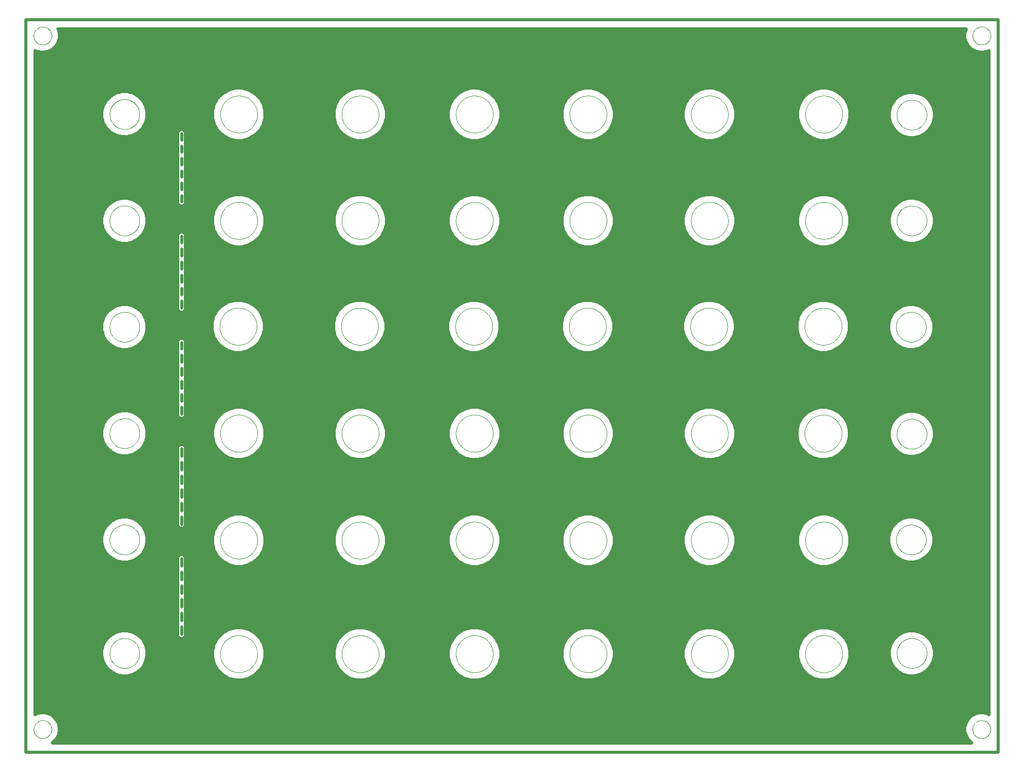
<source format=gtl>
G75*
%MOIN*%
%OFA0B0*%
%FSLAX25Y25*%
%IPPOS*%
%LPD*%
%AMOC8*
5,1,8,0,0,1.08239X$1,22.5*
%
%ADD10C,0.00000*%
%ADD11C,0.02000*%
D10*
X0007094Y0017000D02*
X0007096Y0017153D01*
X0007102Y0017307D01*
X0007112Y0017460D01*
X0007126Y0017612D01*
X0007144Y0017765D01*
X0007166Y0017916D01*
X0007191Y0018067D01*
X0007221Y0018218D01*
X0007255Y0018368D01*
X0007292Y0018516D01*
X0007333Y0018664D01*
X0007378Y0018810D01*
X0007427Y0018956D01*
X0007480Y0019100D01*
X0007536Y0019242D01*
X0007596Y0019383D01*
X0007660Y0019523D01*
X0007727Y0019661D01*
X0007798Y0019797D01*
X0007873Y0019931D01*
X0007950Y0020063D01*
X0008032Y0020193D01*
X0008116Y0020321D01*
X0008204Y0020447D01*
X0008295Y0020570D01*
X0008389Y0020691D01*
X0008487Y0020809D01*
X0008587Y0020925D01*
X0008691Y0021038D01*
X0008797Y0021149D01*
X0008906Y0021257D01*
X0009018Y0021362D01*
X0009132Y0021463D01*
X0009250Y0021562D01*
X0009369Y0021658D01*
X0009491Y0021751D01*
X0009616Y0021840D01*
X0009743Y0021927D01*
X0009872Y0022009D01*
X0010003Y0022089D01*
X0010136Y0022165D01*
X0010271Y0022238D01*
X0010408Y0022307D01*
X0010547Y0022372D01*
X0010687Y0022434D01*
X0010829Y0022492D01*
X0010972Y0022547D01*
X0011117Y0022598D01*
X0011263Y0022645D01*
X0011410Y0022688D01*
X0011558Y0022727D01*
X0011707Y0022763D01*
X0011857Y0022794D01*
X0012008Y0022822D01*
X0012159Y0022846D01*
X0012312Y0022866D01*
X0012464Y0022882D01*
X0012617Y0022894D01*
X0012770Y0022902D01*
X0012923Y0022906D01*
X0013077Y0022906D01*
X0013230Y0022902D01*
X0013383Y0022894D01*
X0013536Y0022882D01*
X0013688Y0022866D01*
X0013841Y0022846D01*
X0013992Y0022822D01*
X0014143Y0022794D01*
X0014293Y0022763D01*
X0014442Y0022727D01*
X0014590Y0022688D01*
X0014737Y0022645D01*
X0014883Y0022598D01*
X0015028Y0022547D01*
X0015171Y0022492D01*
X0015313Y0022434D01*
X0015453Y0022372D01*
X0015592Y0022307D01*
X0015729Y0022238D01*
X0015864Y0022165D01*
X0015997Y0022089D01*
X0016128Y0022009D01*
X0016257Y0021927D01*
X0016384Y0021840D01*
X0016509Y0021751D01*
X0016631Y0021658D01*
X0016750Y0021562D01*
X0016868Y0021463D01*
X0016982Y0021362D01*
X0017094Y0021257D01*
X0017203Y0021149D01*
X0017309Y0021038D01*
X0017413Y0020925D01*
X0017513Y0020809D01*
X0017611Y0020691D01*
X0017705Y0020570D01*
X0017796Y0020447D01*
X0017884Y0020321D01*
X0017968Y0020193D01*
X0018050Y0020063D01*
X0018127Y0019931D01*
X0018202Y0019797D01*
X0018273Y0019661D01*
X0018340Y0019523D01*
X0018404Y0019383D01*
X0018464Y0019242D01*
X0018520Y0019100D01*
X0018573Y0018956D01*
X0018622Y0018810D01*
X0018667Y0018664D01*
X0018708Y0018516D01*
X0018745Y0018368D01*
X0018779Y0018218D01*
X0018809Y0018067D01*
X0018834Y0017916D01*
X0018856Y0017765D01*
X0018874Y0017612D01*
X0018888Y0017460D01*
X0018898Y0017307D01*
X0018904Y0017153D01*
X0018906Y0017000D01*
X0018904Y0016847D01*
X0018898Y0016693D01*
X0018888Y0016540D01*
X0018874Y0016388D01*
X0018856Y0016235D01*
X0018834Y0016084D01*
X0018809Y0015933D01*
X0018779Y0015782D01*
X0018745Y0015632D01*
X0018708Y0015484D01*
X0018667Y0015336D01*
X0018622Y0015190D01*
X0018573Y0015044D01*
X0018520Y0014900D01*
X0018464Y0014758D01*
X0018404Y0014617D01*
X0018340Y0014477D01*
X0018273Y0014339D01*
X0018202Y0014203D01*
X0018127Y0014069D01*
X0018050Y0013937D01*
X0017968Y0013807D01*
X0017884Y0013679D01*
X0017796Y0013553D01*
X0017705Y0013430D01*
X0017611Y0013309D01*
X0017513Y0013191D01*
X0017413Y0013075D01*
X0017309Y0012962D01*
X0017203Y0012851D01*
X0017094Y0012743D01*
X0016982Y0012638D01*
X0016868Y0012537D01*
X0016750Y0012438D01*
X0016631Y0012342D01*
X0016509Y0012249D01*
X0016384Y0012160D01*
X0016257Y0012073D01*
X0016128Y0011991D01*
X0015997Y0011911D01*
X0015864Y0011835D01*
X0015729Y0011762D01*
X0015592Y0011693D01*
X0015453Y0011628D01*
X0015313Y0011566D01*
X0015171Y0011508D01*
X0015028Y0011453D01*
X0014883Y0011402D01*
X0014737Y0011355D01*
X0014590Y0011312D01*
X0014442Y0011273D01*
X0014293Y0011237D01*
X0014143Y0011206D01*
X0013992Y0011178D01*
X0013841Y0011154D01*
X0013688Y0011134D01*
X0013536Y0011118D01*
X0013383Y0011106D01*
X0013230Y0011098D01*
X0013077Y0011094D01*
X0012923Y0011094D01*
X0012770Y0011098D01*
X0012617Y0011106D01*
X0012464Y0011118D01*
X0012312Y0011134D01*
X0012159Y0011154D01*
X0012008Y0011178D01*
X0011857Y0011206D01*
X0011707Y0011237D01*
X0011558Y0011273D01*
X0011410Y0011312D01*
X0011263Y0011355D01*
X0011117Y0011402D01*
X0010972Y0011453D01*
X0010829Y0011508D01*
X0010687Y0011566D01*
X0010547Y0011628D01*
X0010408Y0011693D01*
X0010271Y0011762D01*
X0010136Y0011835D01*
X0010003Y0011911D01*
X0009872Y0011991D01*
X0009743Y0012073D01*
X0009616Y0012160D01*
X0009491Y0012249D01*
X0009369Y0012342D01*
X0009250Y0012438D01*
X0009132Y0012537D01*
X0009018Y0012638D01*
X0008906Y0012743D01*
X0008797Y0012851D01*
X0008691Y0012962D01*
X0008587Y0013075D01*
X0008487Y0013191D01*
X0008389Y0013309D01*
X0008295Y0013430D01*
X0008204Y0013553D01*
X0008116Y0013679D01*
X0008032Y0013807D01*
X0007950Y0013937D01*
X0007873Y0014069D01*
X0007798Y0014203D01*
X0007727Y0014339D01*
X0007660Y0014477D01*
X0007596Y0014617D01*
X0007536Y0014758D01*
X0007480Y0014900D01*
X0007427Y0015044D01*
X0007378Y0015190D01*
X0007333Y0015336D01*
X0007292Y0015484D01*
X0007255Y0015632D01*
X0007221Y0015782D01*
X0007191Y0015933D01*
X0007166Y0016084D01*
X0007144Y0016235D01*
X0007126Y0016388D01*
X0007112Y0016540D01*
X0007102Y0016693D01*
X0007096Y0016847D01*
X0007094Y0017000D01*
X0057094Y0067134D02*
X0057097Y0067376D01*
X0057106Y0067617D01*
X0057121Y0067858D01*
X0057141Y0068099D01*
X0057168Y0068339D01*
X0057201Y0068578D01*
X0057239Y0068817D01*
X0057283Y0069054D01*
X0057333Y0069291D01*
X0057389Y0069526D01*
X0057451Y0069759D01*
X0057518Y0069991D01*
X0057591Y0070222D01*
X0057669Y0070450D01*
X0057754Y0070676D01*
X0057843Y0070901D01*
X0057938Y0071123D01*
X0058039Y0071342D01*
X0058145Y0071560D01*
X0058256Y0071774D01*
X0058373Y0071986D01*
X0058494Y0072194D01*
X0058621Y0072400D01*
X0058753Y0072602D01*
X0058890Y0072802D01*
X0059031Y0072997D01*
X0059177Y0073190D01*
X0059328Y0073378D01*
X0059484Y0073563D01*
X0059644Y0073744D01*
X0059808Y0073921D01*
X0059977Y0074094D01*
X0060150Y0074263D01*
X0060327Y0074427D01*
X0060508Y0074587D01*
X0060693Y0074743D01*
X0060881Y0074894D01*
X0061074Y0075040D01*
X0061269Y0075181D01*
X0061469Y0075318D01*
X0061671Y0075450D01*
X0061877Y0075577D01*
X0062085Y0075698D01*
X0062297Y0075815D01*
X0062511Y0075926D01*
X0062729Y0076032D01*
X0062948Y0076133D01*
X0063170Y0076228D01*
X0063395Y0076317D01*
X0063621Y0076402D01*
X0063849Y0076480D01*
X0064080Y0076553D01*
X0064312Y0076620D01*
X0064545Y0076682D01*
X0064780Y0076738D01*
X0065017Y0076788D01*
X0065254Y0076832D01*
X0065493Y0076870D01*
X0065732Y0076903D01*
X0065972Y0076930D01*
X0066213Y0076950D01*
X0066454Y0076965D01*
X0066695Y0076974D01*
X0066937Y0076977D01*
X0067179Y0076974D01*
X0067420Y0076965D01*
X0067661Y0076950D01*
X0067902Y0076930D01*
X0068142Y0076903D01*
X0068381Y0076870D01*
X0068620Y0076832D01*
X0068857Y0076788D01*
X0069094Y0076738D01*
X0069329Y0076682D01*
X0069562Y0076620D01*
X0069794Y0076553D01*
X0070025Y0076480D01*
X0070253Y0076402D01*
X0070479Y0076317D01*
X0070704Y0076228D01*
X0070926Y0076133D01*
X0071145Y0076032D01*
X0071363Y0075926D01*
X0071577Y0075815D01*
X0071789Y0075698D01*
X0071997Y0075577D01*
X0072203Y0075450D01*
X0072405Y0075318D01*
X0072605Y0075181D01*
X0072800Y0075040D01*
X0072993Y0074894D01*
X0073181Y0074743D01*
X0073366Y0074587D01*
X0073547Y0074427D01*
X0073724Y0074263D01*
X0073897Y0074094D01*
X0074066Y0073921D01*
X0074230Y0073744D01*
X0074390Y0073563D01*
X0074546Y0073378D01*
X0074697Y0073190D01*
X0074843Y0072997D01*
X0074984Y0072802D01*
X0075121Y0072602D01*
X0075253Y0072400D01*
X0075380Y0072194D01*
X0075501Y0071986D01*
X0075618Y0071774D01*
X0075729Y0071560D01*
X0075835Y0071342D01*
X0075936Y0071123D01*
X0076031Y0070901D01*
X0076120Y0070676D01*
X0076205Y0070450D01*
X0076283Y0070222D01*
X0076356Y0069991D01*
X0076423Y0069759D01*
X0076485Y0069526D01*
X0076541Y0069291D01*
X0076591Y0069054D01*
X0076635Y0068817D01*
X0076673Y0068578D01*
X0076706Y0068339D01*
X0076733Y0068099D01*
X0076753Y0067858D01*
X0076768Y0067617D01*
X0076777Y0067376D01*
X0076780Y0067134D01*
X0076777Y0066892D01*
X0076768Y0066651D01*
X0076753Y0066410D01*
X0076733Y0066169D01*
X0076706Y0065929D01*
X0076673Y0065690D01*
X0076635Y0065451D01*
X0076591Y0065214D01*
X0076541Y0064977D01*
X0076485Y0064742D01*
X0076423Y0064509D01*
X0076356Y0064277D01*
X0076283Y0064046D01*
X0076205Y0063818D01*
X0076120Y0063592D01*
X0076031Y0063367D01*
X0075936Y0063145D01*
X0075835Y0062926D01*
X0075729Y0062708D01*
X0075618Y0062494D01*
X0075501Y0062282D01*
X0075380Y0062074D01*
X0075253Y0061868D01*
X0075121Y0061666D01*
X0074984Y0061466D01*
X0074843Y0061271D01*
X0074697Y0061078D01*
X0074546Y0060890D01*
X0074390Y0060705D01*
X0074230Y0060524D01*
X0074066Y0060347D01*
X0073897Y0060174D01*
X0073724Y0060005D01*
X0073547Y0059841D01*
X0073366Y0059681D01*
X0073181Y0059525D01*
X0072993Y0059374D01*
X0072800Y0059228D01*
X0072605Y0059087D01*
X0072405Y0058950D01*
X0072203Y0058818D01*
X0071997Y0058691D01*
X0071789Y0058570D01*
X0071577Y0058453D01*
X0071363Y0058342D01*
X0071145Y0058236D01*
X0070926Y0058135D01*
X0070704Y0058040D01*
X0070479Y0057951D01*
X0070253Y0057866D01*
X0070025Y0057788D01*
X0069794Y0057715D01*
X0069562Y0057648D01*
X0069329Y0057586D01*
X0069094Y0057530D01*
X0068857Y0057480D01*
X0068620Y0057436D01*
X0068381Y0057398D01*
X0068142Y0057365D01*
X0067902Y0057338D01*
X0067661Y0057318D01*
X0067420Y0057303D01*
X0067179Y0057294D01*
X0066937Y0057291D01*
X0066695Y0057294D01*
X0066454Y0057303D01*
X0066213Y0057318D01*
X0065972Y0057338D01*
X0065732Y0057365D01*
X0065493Y0057398D01*
X0065254Y0057436D01*
X0065017Y0057480D01*
X0064780Y0057530D01*
X0064545Y0057586D01*
X0064312Y0057648D01*
X0064080Y0057715D01*
X0063849Y0057788D01*
X0063621Y0057866D01*
X0063395Y0057951D01*
X0063170Y0058040D01*
X0062948Y0058135D01*
X0062729Y0058236D01*
X0062511Y0058342D01*
X0062297Y0058453D01*
X0062085Y0058570D01*
X0061877Y0058691D01*
X0061671Y0058818D01*
X0061469Y0058950D01*
X0061269Y0059087D01*
X0061074Y0059228D01*
X0060881Y0059374D01*
X0060693Y0059525D01*
X0060508Y0059681D01*
X0060327Y0059841D01*
X0060150Y0060005D01*
X0059977Y0060174D01*
X0059808Y0060347D01*
X0059644Y0060524D01*
X0059484Y0060705D01*
X0059328Y0060890D01*
X0059177Y0061078D01*
X0059031Y0061271D01*
X0058890Y0061466D01*
X0058753Y0061666D01*
X0058621Y0061868D01*
X0058494Y0062074D01*
X0058373Y0062282D01*
X0058256Y0062494D01*
X0058145Y0062708D01*
X0058039Y0062926D01*
X0057938Y0063145D01*
X0057843Y0063367D01*
X0057754Y0063592D01*
X0057669Y0063818D01*
X0057591Y0064046D01*
X0057518Y0064277D01*
X0057451Y0064509D01*
X0057389Y0064742D01*
X0057333Y0064977D01*
X0057283Y0065214D01*
X0057239Y0065451D01*
X0057201Y0065690D01*
X0057168Y0065929D01*
X0057141Y0066169D01*
X0057121Y0066410D01*
X0057106Y0066651D01*
X0057097Y0066892D01*
X0057094Y0067134D01*
X0129929Y0066740D02*
X0129933Y0067040D01*
X0129944Y0067339D01*
X0129962Y0067638D01*
X0129988Y0067936D01*
X0130021Y0068234D01*
X0130061Y0068531D01*
X0130109Y0068827D01*
X0130164Y0069121D01*
X0130226Y0069414D01*
X0130295Y0069706D01*
X0130371Y0069995D01*
X0130455Y0070283D01*
X0130545Y0070568D01*
X0130642Y0070852D01*
X0130747Y0071133D01*
X0130858Y0071411D01*
X0130976Y0071686D01*
X0131101Y0071958D01*
X0131232Y0072228D01*
X0131370Y0072493D01*
X0131515Y0072756D01*
X0131665Y0073015D01*
X0131823Y0073270D01*
X0131986Y0073521D01*
X0132155Y0073768D01*
X0132331Y0074011D01*
X0132512Y0074249D01*
X0132699Y0074483D01*
X0132892Y0074712D01*
X0133091Y0074936D01*
X0133295Y0075156D01*
X0133504Y0075370D01*
X0133718Y0075579D01*
X0133938Y0075783D01*
X0134162Y0075982D01*
X0134391Y0076175D01*
X0134625Y0076362D01*
X0134863Y0076543D01*
X0135106Y0076719D01*
X0135353Y0076888D01*
X0135604Y0077051D01*
X0135859Y0077209D01*
X0136118Y0077359D01*
X0136381Y0077504D01*
X0136646Y0077642D01*
X0136916Y0077773D01*
X0137188Y0077898D01*
X0137463Y0078016D01*
X0137741Y0078127D01*
X0138022Y0078232D01*
X0138306Y0078329D01*
X0138591Y0078419D01*
X0138879Y0078503D01*
X0139168Y0078579D01*
X0139460Y0078648D01*
X0139753Y0078710D01*
X0140047Y0078765D01*
X0140343Y0078813D01*
X0140640Y0078853D01*
X0140938Y0078886D01*
X0141236Y0078912D01*
X0141535Y0078930D01*
X0141834Y0078941D01*
X0142134Y0078945D01*
X0142434Y0078941D01*
X0142733Y0078930D01*
X0143032Y0078912D01*
X0143330Y0078886D01*
X0143628Y0078853D01*
X0143925Y0078813D01*
X0144221Y0078765D01*
X0144515Y0078710D01*
X0144808Y0078648D01*
X0145100Y0078579D01*
X0145389Y0078503D01*
X0145677Y0078419D01*
X0145962Y0078329D01*
X0146246Y0078232D01*
X0146527Y0078127D01*
X0146805Y0078016D01*
X0147080Y0077898D01*
X0147352Y0077773D01*
X0147622Y0077642D01*
X0147887Y0077504D01*
X0148150Y0077359D01*
X0148409Y0077209D01*
X0148664Y0077051D01*
X0148915Y0076888D01*
X0149162Y0076719D01*
X0149405Y0076543D01*
X0149643Y0076362D01*
X0149877Y0076175D01*
X0150106Y0075982D01*
X0150330Y0075783D01*
X0150550Y0075579D01*
X0150764Y0075370D01*
X0150973Y0075156D01*
X0151177Y0074936D01*
X0151376Y0074712D01*
X0151569Y0074483D01*
X0151756Y0074249D01*
X0151937Y0074011D01*
X0152113Y0073768D01*
X0152282Y0073521D01*
X0152445Y0073270D01*
X0152603Y0073015D01*
X0152753Y0072756D01*
X0152898Y0072493D01*
X0153036Y0072228D01*
X0153167Y0071958D01*
X0153292Y0071686D01*
X0153410Y0071411D01*
X0153521Y0071133D01*
X0153626Y0070852D01*
X0153723Y0070568D01*
X0153813Y0070283D01*
X0153897Y0069995D01*
X0153973Y0069706D01*
X0154042Y0069414D01*
X0154104Y0069121D01*
X0154159Y0068827D01*
X0154207Y0068531D01*
X0154247Y0068234D01*
X0154280Y0067936D01*
X0154306Y0067638D01*
X0154324Y0067339D01*
X0154335Y0067040D01*
X0154339Y0066740D01*
X0154335Y0066440D01*
X0154324Y0066141D01*
X0154306Y0065842D01*
X0154280Y0065544D01*
X0154247Y0065246D01*
X0154207Y0064949D01*
X0154159Y0064653D01*
X0154104Y0064359D01*
X0154042Y0064066D01*
X0153973Y0063774D01*
X0153897Y0063485D01*
X0153813Y0063197D01*
X0153723Y0062912D01*
X0153626Y0062628D01*
X0153521Y0062347D01*
X0153410Y0062069D01*
X0153292Y0061794D01*
X0153167Y0061522D01*
X0153036Y0061252D01*
X0152898Y0060987D01*
X0152753Y0060724D01*
X0152603Y0060465D01*
X0152445Y0060210D01*
X0152282Y0059959D01*
X0152113Y0059712D01*
X0151937Y0059469D01*
X0151756Y0059231D01*
X0151569Y0058997D01*
X0151376Y0058768D01*
X0151177Y0058544D01*
X0150973Y0058324D01*
X0150764Y0058110D01*
X0150550Y0057901D01*
X0150330Y0057697D01*
X0150106Y0057498D01*
X0149877Y0057305D01*
X0149643Y0057118D01*
X0149405Y0056937D01*
X0149162Y0056761D01*
X0148915Y0056592D01*
X0148664Y0056429D01*
X0148409Y0056271D01*
X0148150Y0056121D01*
X0147887Y0055976D01*
X0147622Y0055838D01*
X0147352Y0055707D01*
X0147080Y0055582D01*
X0146805Y0055464D01*
X0146527Y0055353D01*
X0146246Y0055248D01*
X0145962Y0055151D01*
X0145677Y0055061D01*
X0145389Y0054977D01*
X0145100Y0054901D01*
X0144808Y0054832D01*
X0144515Y0054770D01*
X0144221Y0054715D01*
X0143925Y0054667D01*
X0143628Y0054627D01*
X0143330Y0054594D01*
X0143032Y0054568D01*
X0142733Y0054550D01*
X0142434Y0054539D01*
X0142134Y0054535D01*
X0141834Y0054539D01*
X0141535Y0054550D01*
X0141236Y0054568D01*
X0140938Y0054594D01*
X0140640Y0054627D01*
X0140343Y0054667D01*
X0140047Y0054715D01*
X0139753Y0054770D01*
X0139460Y0054832D01*
X0139168Y0054901D01*
X0138879Y0054977D01*
X0138591Y0055061D01*
X0138306Y0055151D01*
X0138022Y0055248D01*
X0137741Y0055353D01*
X0137463Y0055464D01*
X0137188Y0055582D01*
X0136916Y0055707D01*
X0136646Y0055838D01*
X0136381Y0055976D01*
X0136118Y0056121D01*
X0135859Y0056271D01*
X0135604Y0056429D01*
X0135353Y0056592D01*
X0135106Y0056761D01*
X0134863Y0056937D01*
X0134625Y0057118D01*
X0134391Y0057305D01*
X0134162Y0057498D01*
X0133938Y0057697D01*
X0133718Y0057901D01*
X0133504Y0058110D01*
X0133295Y0058324D01*
X0133091Y0058544D01*
X0132892Y0058768D01*
X0132699Y0058997D01*
X0132512Y0059231D01*
X0132331Y0059469D01*
X0132155Y0059712D01*
X0131986Y0059959D01*
X0131823Y0060210D01*
X0131665Y0060465D01*
X0131515Y0060724D01*
X0131370Y0060987D01*
X0131232Y0061252D01*
X0131101Y0061522D01*
X0130976Y0061794D01*
X0130858Y0062069D01*
X0130747Y0062347D01*
X0130642Y0062628D01*
X0130545Y0062912D01*
X0130455Y0063197D01*
X0130371Y0063485D01*
X0130295Y0063774D01*
X0130226Y0064066D01*
X0130164Y0064359D01*
X0130109Y0064653D01*
X0130061Y0064949D01*
X0130021Y0065246D01*
X0129988Y0065544D01*
X0129962Y0065842D01*
X0129944Y0066141D01*
X0129933Y0066440D01*
X0129929Y0066740D01*
X0209850Y0066740D02*
X0209854Y0067040D01*
X0209865Y0067339D01*
X0209883Y0067638D01*
X0209909Y0067936D01*
X0209942Y0068234D01*
X0209982Y0068531D01*
X0210030Y0068827D01*
X0210085Y0069121D01*
X0210147Y0069414D01*
X0210216Y0069706D01*
X0210292Y0069995D01*
X0210376Y0070283D01*
X0210466Y0070568D01*
X0210563Y0070852D01*
X0210668Y0071133D01*
X0210779Y0071411D01*
X0210897Y0071686D01*
X0211022Y0071958D01*
X0211153Y0072228D01*
X0211291Y0072493D01*
X0211436Y0072756D01*
X0211586Y0073015D01*
X0211744Y0073270D01*
X0211907Y0073521D01*
X0212076Y0073768D01*
X0212252Y0074011D01*
X0212433Y0074249D01*
X0212620Y0074483D01*
X0212813Y0074712D01*
X0213012Y0074936D01*
X0213216Y0075156D01*
X0213425Y0075370D01*
X0213639Y0075579D01*
X0213859Y0075783D01*
X0214083Y0075982D01*
X0214312Y0076175D01*
X0214546Y0076362D01*
X0214784Y0076543D01*
X0215027Y0076719D01*
X0215274Y0076888D01*
X0215525Y0077051D01*
X0215780Y0077209D01*
X0216039Y0077359D01*
X0216302Y0077504D01*
X0216567Y0077642D01*
X0216837Y0077773D01*
X0217109Y0077898D01*
X0217384Y0078016D01*
X0217662Y0078127D01*
X0217943Y0078232D01*
X0218227Y0078329D01*
X0218512Y0078419D01*
X0218800Y0078503D01*
X0219089Y0078579D01*
X0219381Y0078648D01*
X0219674Y0078710D01*
X0219968Y0078765D01*
X0220264Y0078813D01*
X0220561Y0078853D01*
X0220859Y0078886D01*
X0221157Y0078912D01*
X0221456Y0078930D01*
X0221755Y0078941D01*
X0222055Y0078945D01*
X0222355Y0078941D01*
X0222654Y0078930D01*
X0222953Y0078912D01*
X0223251Y0078886D01*
X0223549Y0078853D01*
X0223846Y0078813D01*
X0224142Y0078765D01*
X0224436Y0078710D01*
X0224729Y0078648D01*
X0225021Y0078579D01*
X0225310Y0078503D01*
X0225598Y0078419D01*
X0225883Y0078329D01*
X0226167Y0078232D01*
X0226448Y0078127D01*
X0226726Y0078016D01*
X0227001Y0077898D01*
X0227273Y0077773D01*
X0227543Y0077642D01*
X0227808Y0077504D01*
X0228071Y0077359D01*
X0228330Y0077209D01*
X0228585Y0077051D01*
X0228836Y0076888D01*
X0229083Y0076719D01*
X0229326Y0076543D01*
X0229564Y0076362D01*
X0229798Y0076175D01*
X0230027Y0075982D01*
X0230251Y0075783D01*
X0230471Y0075579D01*
X0230685Y0075370D01*
X0230894Y0075156D01*
X0231098Y0074936D01*
X0231297Y0074712D01*
X0231490Y0074483D01*
X0231677Y0074249D01*
X0231858Y0074011D01*
X0232034Y0073768D01*
X0232203Y0073521D01*
X0232366Y0073270D01*
X0232524Y0073015D01*
X0232674Y0072756D01*
X0232819Y0072493D01*
X0232957Y0072228D01*
X0233088Y0071958D01*
X0233213Y0071686D01*
X0233331Y0071411D01*
X0233442Y0071133D01*
X0233547Y0070852D01*
X0233644Y0070568D01*
X0233734Y0070283D01*
X0233818Y0069995D01*
X0233894Y0069706D01*
X0233963Y0069414D01*
X0234025Y0069121D01*
X0234080Y0068827D01*
X0234128Y0068531D01*
X0234168Y0068234D01*
X0234201Y0067936D01*
X0234227Y0067638D01*
X0234245Y0067339D01*
X0234256Y0067040D01*
X0234260Y0066740D01*
X0234256Y0066440D01*
X0234245Y0066141D01*
X0234227Y0065842D01*
X0234201Y0065544D01*
X0234168Y0065246D01*
X0234128Y0064949D01*
X0234080Y0064653D01*
X0234025Y0064359D01*
X0233963Y0064066D01*
X0233894Y0063774D01*
X0233818Y0063485D01*
X0233734Y0063197D01*
X0233644Y0062912D01*
X0233547Y0062628D01*
X0233442Y0062347D01*
X0233331Y0062069D01*
X0233213Y0061794D01*
X0233088Y0061522D01*
X0232957Y0061252D01*
X0232819Y0060987D01*
X0232674Y0060724D01*
X0232524Y0060465D01*
X0232366Y0060210D01*
X0232203Y0059959D01*
X0232034Y0059712D01*
X0231858Y0059469D01*
X0231677Y0059231D01*
X0231490Y0058997D01*
X0231297Y0058768D01*
X0231098Y0058544D01*
X0230894Y0058324D01*
X0230685Y0058110D01*
X0230471Y0057901D01*
X0230251Y0057697D01*
X0230027Y0057498D01*
X0229798Y0057305D01*
X0229564Y0057118D01*
X0229326Y0056937D01*
X0229083Y0056761D01*
X0228836Y0056592D01*
X0228585Y0056429D01*
X0228330Y0056271D01*
X0228071Y0056121D01*
X0227808Y0055976D01*
X0227543Y0055838D01*
X0227273Y0055707D01*
X0227001Y0055582D01*
X0226726Y0055464D01*
X0226448Y0055353D01*
X0226167Y0055248D01*
X0225883Y0055151D01*
X0225598Y0055061D01*
X0225310Y0054977D01*
X0225021Y0054901D01*
X0224729Y0054832D01*
X0224436Y0054770D01*
X0224142Y0054715D01*
X0223846Y0054667D01*
X0223549Y0054627D01*
X0223251Y0054594D01*
X0222953Y0054568D01*
X0222654Y0054550D01*
X0222355Y0054539D01*
X0222055Y0054535D01*
X0221755Y0054539D01*
X0221456Y0054550D01*
X0221157Y0054568D01*
X0220859Y0054594D01*
X0220561Y0054627D01*
X0220264Y0054667D01*
X0219968Y0054715D01*
X0219674Y0054770D01*
X0219381Y0054832D01*
X0219089Y0054901D01*
X0218800Y0054977D01*
X0218512Y0055061D01*
X0218227Y0055151D01*
X0217943Y0055248D01*
X0217662Y0055353D01*
X0217384Y0055464D01*
X0217109Y0055582D01*
X0216837Y0055707D01*
X0216567Y0055838D01*
X0216302Y0055976D01*
X0216039Y0056121D01*
X0215780Y0056271D01*
X0215525Y0056429D01*
X0215274Y0056592D01*
X0215027Y0056761D01*
X0214784Y0056937D01*
X0214546Y0057118D01*
X0214312Y0057305D01*
X0214083Y0057498D01*
X0213859Y0057697D01*
X0213639Y0057901D01*
X0213425Y0058110D01*
X0213216Y0058324D01*
X0213012Y0058544D01*
X0212813Y0058768D01*
X0212620Y0058997D01*
X0212433Y0059231D01*
X0212252Y0059469D01*
X0212076Y0059712D01*
X0211907Y0059959D01*
X0211744Y0060210D01*
X0211586Y0060465D01*
X0211436Y0060724D01*
X0211291Y0060987D01*
X0211153Y0061252D01*
X0211022Y0061522D01*
X0210897Y0061794D01*
X0210779Y0062069D01*
X0210668Y0062347D01*
X0210563Y0062628D01*
X0210466Y0062912D01*
X0210376Y0063197D01*
X0210292Y0063485D01*
X0210216Y0063774D01*
X0210147Y0064066D01*
X0210085Y0064359D01*
X0210030Y0064653D01*
X0209982Y0064949D01*
X0209942Y0065246D01*
X0209909Y0065544D01*
X0209883Y0065842D01*
X0209865Y0066141D01*
X0209854Y0066440D01*
X0209850Y0066740D01*
X0285047Y0066740D02*
X0285051Y0067040D01*
X0285062Y0067339D01*
X0285080Y0067638D01*
X0285106Y0067936D01*
X0285139Y0068234D01*
X0285179Y0068531D01*
X0285227Y0068827D01*
X0285282Y0069121D01*
X0285344Y0069414D01*
X0285413Y0069706D01*
X0285489Y0069995D01*
X0285573Y0070283D01*
X0285663Y0070568D01*
X0285760Y0070852D01*
X0285865Y0071133D01*
X0285976Y0071411D01*
X0286094Y0071686D01*
X0286219Y0071958D01*
X0286350Y0072228D01*
X0286488Y0072493D01*
X0286633Y0072756D01*
X0286783Y0073015D01*
X0286941Y0073270D01*
X0287104Y0073521D01*
X0287273Y0073768D01*
X0287449Y0074011D01*
X0287630Y0074249D01*
X0287817Y0074483D01*
X0288010Y0074712D01*
X0288209Y0074936D01*
X0288413Y0075156D01*
X0288622Y0075370D01*
X0288836Y0075579D01*
X0289056Y0075783D01*
X0289280Y0075982D01*
X0289509Y0076175D01*
X0289743Y0076362D01*
X0289981Y0076543D01*
X0290224Y0076719D01*
X0290471Y0076888D01*
X0290722Y0077051D01*
X0290977Y0077209D01*
X0291236Y0077359D01*
X0291499Y0077504D01*
X0291764Y0077642D01*
X0292034Y0077773D01*
X0292306Y0077898D01*
X0292581Y0078016D01*
X0292859Y0078127D01*
X0293140Y0078232D01*
X0293424Y0078329D01*
X0293709Y0078419D01*
X0293997Y0078503D01*
X0294286Y0078579D01*
X0294578Y0078648D01*
X0294871Y0078710D01*
X0295165Y0078765D01*
X0295461Y0078813D01*
X0295758Y0078853D01*
X0296056Y0078886D01*
X0296354Y0078912D01*
X0296653Y0078930D01*
X0296952Y0078941D01*
X0297252Y0078945D01*
X0297552Y0078941D01*
X0297851Y0078930D01*
X0298150Y0078912D01*
X0298448Y0078886D01*
X0298746Y0078853D01*
X0299043Y0078813D01*
X0299339Y0078765D01*
X0299633Y0078710D01*
X0299926Y0078648D01*
X0300218Y0078579D01*
X0300507Y0078503D01*
X0300795Y0078419D01*
X0301080Y0078329D01*
X0301364Y0078232D01*
X0301645Y0078127D01*
X0301923Y0078016D01*
X0302198Y0077898D01*
X0302470Y0077773D01*
X0302740Y0077642D01*
X0303005Y0077504D01*
X0303268Y0077359D01*
X0303527Y0077209D01*
X0303782Y0077051D01*
X0304033Y0076888D01*
X0304280Y0076719D01*
X0304523Y0076543D01*
X0304761Y0076362D01*
X0304995Y0076175D01*
X0305224Y0075982D01*
X0305448Y0075783D01*
X0305668Y0075579D01*
X0305882Y0075370D01*
X0306091Y0075156D01*
X0306295Y0074936D01*
X0306494Y0074712D01*
X0306687Y0074483D01*
X0306874Y0074249D01*
X0307055Y0074011D01*
X0307231Y0073768D01*
X0307400Y0073521D01*
X0307563Y0073270D01*
X0307721Y0073015D01*
X0307871Y0072756D01*
X0308016Y0072493D01*
X0308154Y0072228D01*
X0308285Y0071958D01*
X0308410Y0071686D01*
X0308528Y0071411D01*
X0308639Y0071133D01*
X0308744Y0070852D01*
X0308841Y0070568D01*
X0308931Y0070283D01*
X0309015Y0069995D01*
X0309091Y0069706D01*
X0309160Y0069414D01*
X0309222Y0069121D01*
X0309277Y0068827D01*
X0309325Y0068531D01*
X0309365Y0068234D01*
X0309398Y0067936D01*
X0309424Y0067638D01*
X0309442Y0067339D01*
X0309453Y0067040D01*
X0309457Y0066740D01*
X0309453Y0066440D01*
X0309442Y0066141D01*
X0309424Y0065842D01*
X0309398Y0065544D01*
X0309365Y0065246D01*
X0309325Y0064949D01*
X0309277Y0064653D01*
X0309222Y0064359D01*
X0309160Y0064066D01*
X0309091Y0063774D01*
X0309015Y0063485D01*
X0308931Y0063197D01*
X0308841Y0062912D01*
X0308744Y0062628D01*
X0308639Y0062347D01*
X0308528Y0062069D01*
X0308410Y0061794D01*
X0308285Y0061522D01*
X0308154Y0061252D01*
X0308016Y0060987D01*
X0307871Y0060724D01*
X0307721Y0060465D01*
X0307563Y0060210D01*
X0307400Y0059959D01*
X0307231Y0059712D01*
X0307055Y0059469D01*
X0306874Y0059231D01*
X0306687Y0058997D01*
X0306494Y0058768D01*
X0306295Y0058544D01*
X0306091Y0058324D01*
X0305882Y0058110D01*
X0305668Y0057901D01*
X0305448Y0057697D01*
X0305224Y0057498D01*
X0304995Y0057305D01*
X0304761Y0057118D01*
X0304523Y0056937D01*
X0304280Y0056761D01*
X0304033Y0056592D01*
X0303782Y0056429D01*
X0303527Y0056271D01*
X0303268Y0056121D01*
X0303005Y0055976D01*
X0302740Y0055838D01*
X0302470Y0055707D01*
X0302198Y0055582D01*
X0301923Y0055464D01*
X0301645Y0055353D01*
X0301364Y0055248D01*
X0301080Y0055151D01*
X0300795Y0055061D01*
X0300507Y0054977D01*
X0300218Y0054901D01*
X0299926Y0054832D01*
X0299633Y0054770D01*
X0299339Y0054715D01*
X0299043Y0054667D01*
X0298746Y0054627D01*
X0298448Y0054594D01*
X0298150Y0054568D01*
X0297851Y0054550D01*
X0297552Y0054539D01*
X0297252Y0054535D01*
X0296952Y0054539D01*
X0296653Y0054550D01*
X0296354Y0054568D01*
X0296056Y0054594D01*
X0295758Y0054627D01*
X0295461Y0054667D01*
X0295165Y0054715D01*
X0294871Y0054770D01*
X0294578Y0054832D01*
X0294286Y0054901D01*
X0293997Y0054977D01*
X0293709Y0055061D01*
X0293424Y0055151D01*
X0293140Y0055248D01*
X0292859Y0055353D01*
X0292581Y0055464D01*
X0292306Y0055582D01*
X0292034Y0055707D01*
X0291764Y0055838D01*
X0291499Y0055976D01*
X0291236Y0056121D01*
X0290977Y0056271D01*
X0290722Y0056429D01*
X0290471Y0056592D01*
X0290224Y0056761D01*
X0289981Y0056937D01*
X0289743Y0057118D01*
X0289509Y0057305D01*
X0289280Y0057498D01*
X0289056Y0057697D01*
X0288836Y0057901D01*
X0288622Y0058110D01*
X0288413Y0058324D01*
X0288209Y0058544D01*
X0288010Y0058768D01*
X0287817Y0058997D01*
X0287630Y0059231D01*
X0287449Y0059469D01*
X0287273Y0059712D01*
X0287104Y0059959D01*
X0286941Y0060210D01*
X0286783Y0060465D01*
X0286633Y0060724D01*
X0286488Y0060987D01*
X0286350Y0061252D01*
X0286219Y0061522D01*
X0286094Y0061794D01*
X0285976Y0062069D01*
X0285865Y0062347D01*
X0285760Y0062628D01*
X0285663Y0062912D01*
X0285573Y0063197D01*
X0285489Y0063485D01*
X0285413Y0063774D01*
X0285344Y0064066D01*
X0285282Y0064359D01*
X0285227Y0064653D01*
X0285179Y0064949D01*
X0285139Y0065246D01*
X0285106Y0065544D01*
X0285080Y0065842D01*
X0285062Y0066141D01*
X0285051Y0066440D01*
X0285047Y0066740D01*
X0359850Y0066740D02*
X0359854Y0067040D01*
X0359865Y0067339D01*
X0359883Y0067638D01*
X0359909Y0067936D01*
X0359942Y0068234D01*
X0359982Y0068531D01*
X0360030Y0068827D01*
X0360085Y0069121D01*
X0360147Y0069414D01*
X0360216Y0069706D01*
X0360292Y0069995D01*
X0360376Y0070283D01*
X0360466Y0070568D01*
X0360563Y0070852D01*
X0360668Y0071133D01*
X0360779Y0071411D01*
X0360897Y0071686D01*
X0361022Y0071958D01*
X0361153Y0072228D01*
X0361291Y0072493D01*
X0361436Y0072756D01*
X0361586Y0073015D01*
X0361744Y0073270D01*
X0361907Y0073521D01*
X0362076Y0073768D01*
X0362252Y0074011D01*
X0362433Y0074249D01*
X0362620Y0074483D01*
X0362813Y0074712D01*
X0363012Y0074936D01*
X0363216Y0075156D01*
X0363425Y0075370D01*
X0363639Y0075579D01*
X0363859Y0075783D01*
X0364083Y0075982D01*
X0364312Y0076175D01*
X0364546Y0076362D01*
X0364784Y0076543D01*
X0365027Y0076719D01*
X0365274Y0076888D01*
X0365525Y0077051D01*
X0365780Y0077209D01*
X0366039Y0077359D01*
X0366302Y0077504D01*
X0366567Y0077642D01*
X0366837Y0077773D01*
X0367109Y0077898D01*
X0367384Y0078016D01*
X0367662Y0078127D01*
X0367943Y0078232D01*
X0368227Y0078329D01*
X0368512Y0078419D01*
X0368800Y0078503D01*
X0369089Y0078579D01*
X0369381Y0078648D01*
X0369674Y0078710D01*
X0369968Y0078765D01*
X0370264Y0078813D01*
X0370561Y0078853D01*
X0370859Y0078886D01*
X0371157Y0078912D01*
X0371456Y0078930D01*
X0371755Y0078941D01*
X0372055Y0078945D01*
X0372355Y0078941D01*
X0372654Y0078930D01*
X0372953Y0078912D01*
X0373251Y0078886D01*
X0373549Y0078853D01*
X0373846Y0078813D01*
X0374142Y0078765D01*
X0374436Y0078710D01*
X0374729Y0078648D01*
X0375021Y0078579D01*
X0375310Y0078503D01*
X0375598Y0078419D01*
X0375883Y0078329D01*
X0376167Y0078232D01*
X0376448Y0078127D01*
X0376726Y0078016D01*
X0377001Y0077898D01*
X0377273Y0077773D01*
X0377543Y0077642D01*
X0377808Y0077504D01*
X0378071Y0077359D01*
X0378330Y0077209D01*
X0378585Y0077051D01*
X0378836Y0076888D01*
X0379083Y0076719D01*
X0379326Y0076543D01*
X0379564Y0076362D01*
X0379798Y0076175D01*
X0380027Y0075982D01*
X0380251Y0075783D01*
X0380471Y0075579D01*
X0380685Y0075370D01*
X0380894Y0075156D01*
X0381098Y0074936D01*
X0381297Y0074712D01*
X0381490Y0074483D01*
X0381677Y0074249D01*
X0381858Y0074011D01*
X0382034Y0073768D01*
X0382203Y0073521D01*
X0382366Y0073270D01*
X0382524Y0073015D01*
X0382674Y0072756D01*
X0382819Y0072493D01*
X0382957Y0072228D01*
X0383088Y0071958D01*
X0383213Y0071686D01*
X0383331Y0071411D01*
X0383442Y0071133D01*
X0383547Y0070852D01*
X0383644Y0070568D01*
X0383734Y0070283D01*
X0383818Y0069995D01*
X0383894Y0069706D01*
X0383963Y0069414D01*
X0384025Y0069121D01*
X0384080Y0068827D01*
X0384128Y0068531D01*
X0384168Y0068234D01*
X0384201Y0067936D01*
X0384227Y0067638D01*
X0384245Y0067339D01*
X0384256Y0067040D01*
X0384260Y0066740D01*
X0384256Y0066440D01*
X0384245Y0066141D01*
X0384227Y0065842D01*
X0384201Y0065544D01*
X0384168Y0065246D01*
X0384128Y0064949D01*
X0384080Y0064653D01*
X0384025Y0064359D01*
X0383963Y0064066D01*
X0383894Y0063774D01*
X0383818Y0063485D01*
X0383734Y0063197D01*
X0383644Y0062912D01*
X0383547Y0062628D01*
X0383442Y0062347D01*
X0383331Y0062069D01*
X0383213Y0061794D01*
X0383088Y0061522D01*
X0382957Y0061252D01*
X0382819Y0060987D01*
X0382674Y0060724D01*
X0382524Y0060465D01*
X0382366Y0060210D01*
X0382203Y0059959D01*
X0382034Y0059712D01*
X0381858Y0059469D01*
X0381677Y0059231D01*
X0381490Y0058997D01*
X0381297Y0058768D01*
X0381098Y0058544D01*
X0380894Y0058324D01*
X0380685Y0058110D01*
X0380471Y0057901D01*
X0380251Y0057697D01*
X0380027Y0057498D01*
X0379798Y0057305D01*
X0379564Y0057118D01*
X0379326Y0056937D01*
X0379083Y0056761D01*
X0378836Y0056592D01*
X0378585Y0056429D01*
X0378330Y0056271D01*
X0378071Y0056121D01*
X0377808Y0055976D01*
X0377543Y0055838D01*
X0377273Y0055707D01*
X0377001Y0055582D01*
X0376726Y0055464D01*
X0376448Y0055353D01*
X0376167Y0055248D01*
X0375883Y0055151D01*
X0375598Y0055061D01*
X0375310Y0054977D01*
X0375021Y0054901D01*
X0374729Y0054832D01*
X0374436Y0054770D01*
X0374142Y0054715D01*
X0373846Y0054667D01*
X0373549Y0054627D01*
X0373251Y0054594D01*
X0372953Y0054568D01*
X0372654Y0054550D01*
X0372355Y0054539D01*
X0372055Y0054535D01*
X0371755Y0054539D01*
X0371456Y0054550D01*
X0371157Y0054568D01*
X0370859Y0054594D01*
X0370561Y0054627D01*
X0370264Y0054667D01*
X0369968Y0054715D01*
X0369674Y0054770D01*
X0369381Y0054832D01*
X0369089Y0054901D01*
X0368800Y0054977D01*
X0368512Y0055061D01*
X0368227Y0055151D01*
X0367943Y0055248D01*
X0367662Y0055353D01*
X0367384Y0055464D01*
X0367109Y0055582D01*
X0366837Y0055707D01*
X0366567Y0055838D01*
X0366302Y0055976D01*
X0366039Y0056121D01*
X0365780Y0056271D01*
X0365525Y0056429D01*
X0365274Y0056592D01*
X0365027Y0056761D01*
X0364784Y0056937D01*
X0364546Y0057118D01*
X0364312Y0057305D01*
X0364083Y0057498D01*
X0363859Y0057697D01*
X0363639Y0057901D01*
X0363425Y0058110D01*
X0363216Y0058324D01*
X0363012Y0058544D01*
X0362813Y0058768D01*
X0362620Y0058997D01*
X0362433Y0059231D01*
X0362252Y0059469D01*
X0362076Y0059712D01*
X0361907Y0059959D01*
X0361744Y0060210D01*
X0361586Y0060465D01*
X0361436Y0060724D01*
X0361291Y0060987D01*
X0361153Y0061252D01*
X0361022Y0061522D01*
X0360897Y0061794D01*
X0360779Y0062069D01*
X0360668Y0062347D01*
X0360563Y0062628D01*
X0360466Y0062912D01*
X0360376Y0063197D01*
X0360292Y0063485D01*
X0360216Y0063774D01*
X0360147Y0064066D01*
X0360085Y0064359D01*
X0360030Y0064653D01*
X0359982Y0064949D01*
X0359942Y0065246D01*
X0359909Y0065544D01*
X0359883Y0065842D01*
X0359865Y0066141D01*
X0359854Y0066440D01*
X0359850Y0066740D01*
X0439771Y0066740D02*
X0439775Y0067040D01*
X0439786Y0067339D01*
X0439804Y0067638D01*
X0439830Y0067936D01*
X0439863Y0068234D01*
X0439903Y0068531D01*
X0439951Y0068827D01*
X0440006Y0069121D01*
X0440068Y0069414D01*
X0440137Y0069706D01*
X0440213Y0069995D01*
X0440297Y0070283D01*
X0440387Y0070568D01*
X0440484Y0070852D01*
X0440589Y0071133D01*
X0440700Y0071411D01*
X0440818Y0071686D01*
X0440943Y0071958D01*
X0441074Y0072228D01*
X0441212Y0072493D01*
X0441357Y0072756D01*
X0441507Y0073015D01*
X0441665Y0073270D01*
X0441828Y0073521D01*
X0441997Y0073768D01*
X0442173Y0074011D01*
X0442354Y0074249D01*
X0442541Y0074483D01*
X0442734Y0074712D01*
X0442933Y0074936D01*
X0443137Y0075156D01*
X0443346Y0075370D01*
X0443560Y0075579D01*
X0443780Y0075783D01*
X0444004Y0075982D01*
X0444233Y0076175D01*
X0444467Y0076362D01*
X0444705Y0076543D01*
X0444948Y0076719D01*
X0445195Y0076888D01*
X0445446Y0077051D01*
X0445701Y0077209D01*
X0445960Y0077359D01*
X0446223Y0077504D01*
X0446488Y0077642D01*
X0446758Y0077773D01*
X0447030Y0077898D01*
X0447305Y0078016D01*
X0447583Y0078127D01*
X0447864Y0078232D01*
X0448148Y0078329D01*
X0448433Y0078419D01*
X0448721Y0078503D01*
X0449010Y0078579D01*
X0449302Y0078648D01*
X0449595Y0078710D01*
X0449889Y0078765D01*
X0450185Y0078813D01*
X0450482Y0078853D01*
X0450780Y0078886D01*
X0451078Y0078912D01*
X0451377Y0078930D01*
X0451676Y0078941D01*
X0451976Y0078945D01*
X0452276Y0078941D01*
X0452575Y0078930D01*
X0452874Y0078912D01*
X0453172Y0078886D01*
X0453470Y0078853D01*
X0453767Y0078813D01*
X0454063Y0078765D01*
X0454357Y0078710D01*
X0454650Y0078648D01*
X0454942Y0078579D01*
X0455231Y0078503D01*
X0455519Y0078419D01*
X0455804Y0078329D01*
X0456088Y0078232D01*
X0456369Y0078127D01*
X0456647Y0078016D01*
X0456922Y0077898D01*
X0457194Y0077773D01*
X0457464Y0077642D01*
X0457729Y0077504D01*
X0457992Y0077359D01*
X0458251Y0077209D01*
X0458506Y0077051D01*
X0458757Y0076888D01*
X0459004Y0076719D01*
X0459247Y0076543D01*
X0459485Y0076362D01*
X0459719Y0076175D01*
X0459948Y0075982D01*
X0460172Y0075783D01*
X0460392Y0075579D01*
X0460606Y0075370D01*
X0460815Y0075156D01*
X0461019Y0074936D01*
X0461218Y0074712D01*
X0461411Y0074483D01*
X0461598Y0074249D01*
X0461779Y0074011D01*
X0461955Y0073768D01*
X0462124Y0073521D01*
X0462287Y0073270D01*
X0462445Y0073015D01*
X0462595Y0072756D01*
X0462740Y0072493D01*
X0462878Y0072228D01*
X0463009Y0071958D01*
X0463134Y0071686D01*
X0463252Y0071411D01*
X0463363Y0071133D01*
X0463468Y0070852D01*
X0463565Y0070568D01*
X0463655Y0070283D01*
X0463739Y0069995D01*
X0463815Y0069706D01*
X0463884Y0069414D01*
X0463946Y0069121D01*
X0464001Y0068827D01*
X0464049Y0068531D01*
X0464089Y0068234D01*
X0464122Y0067936D01*
X0464148Y0067638D01*
X0464166Y0067339D01*
X0464177Y0067040D01*
X0464181Y0066740D01*
X0464177Y0066440D01*
X0464166Y0066141D01*
X0464148Y0065842D01*
X0464122Y0065544D01*
X0464089Y0065246D01*
X0464049Y0064949D01*
X0464001Y0064653D01*
X0463946Y0064359D01*
X0463884Y0064066D01*
X0463815Y0063774D01*
X0463739Y0063485D01*
X0463655Y0063197D01*
X0463565Y0062912D01*
X0463468Y0062628D01*
X0463363Y0062347D01*
X0463252Y0062069D01*
X0463134Y0061794D01*
X0463009Y0061522D01*
X0462878Y0061252D01*
X0462740Y0060987D01*
X0462595Y0060724D01*
X0462445Y0060465D01*
X0462287Y0060210D01*
X0462124Y0059959D01*
X0461955Y0059712D01*
X0461779Y0059469D01*
X0461598Y0059231D01*
X0461411Y0058997D01*
X0461218Y0058768D01*
X0461019Y0058544D01*
X0460815Y0058324D01*
X0460606Y0058110D01*
X0460392Y0057901D01*
X0460172Y0057697D01*
X0459948Y0057498D01*
X0459719Y0057305D01*
X0459485Y0057118D01*
X0459247Y0056937D01*
X0459004Y0056761D01*
X0458757Y0056592D01*
X0458506Y0056429D01*
X0458251Y0056271D01*
X0457992Y0056121D01*
X0457729Y0055976D01*
X0457464Y0055838D01*
X0457194Y0055707D01*
X0456922Y0055582D01*
X0456647Y0055464D01*
X0456369Y0055353D01*
X0456088Y0055248D01*
X0455804Y0055151D01*
X0455519Y0055061D01*
X0455231Y0054977D01*
X0454942Y0054901D01*
X0454650Y0054832D01*
X0454357Y0054770D01*
X0454063Y0054715D01*
X0453767Y0054667D01*
X0453470Y0054627D01*
X0453172Y0054594D01*
X0452874Y0054568D01*
X0452575Y0054550D01*
X0452276Y0054539D01*
X0451976Y0054535D01*
X0451676Y0054539D01*
X0451377Y0054550D01*
X0451078Y0054568D01*
X0450780Y0054594D01*
X0450482Y0054627D01*
X0450185Y0054667D01*
X0449889Y0054715D01*
X0449595Y0054770D01*
X0449302Y0054832D01*
X0449010Y0054901D01*
X0448721Y0054977D01*
X0448433Y0055061D01*
X0448148Y0055151D01*
X0447864Y0055248D01*
X0447583Y0055353D01*
X0447305Y0055464D01*
X0447030Y0055582D01*
X0446758Y0055707D01*
X0446488Y0055838D01*
X0446223Y0055976D01*
X0445960Y0056121D01*
X0445701Y0056271D01*
X0445446Y0056429D01*
X0445195Y0056592D01*
X0444948Y0056761D01*
X0444705Y0056937D01*
X0444467Y0057118D01*
X0444233Y0057305D01*
X0444004Y0057498D01*
X0443780Y0057697D01*
X0443560Y0057901D01*
X0443346Y0058110D01*
X0443137Y0058324D01*
X0442933Y0058544D01*
X0442734Y0058768D01*
X0442541Y0058997D01*
X0442354Y0059231D01*
X0442173Y0059469D01*
X0441997Y0059712D01*
X0441828Y0059959D01*
X0441665Y0060210D01*
X0441507Y0060465D01*
X0441357Y0060724D01*
X0441212Y0060987D01*
X0441074Y0061252D01*
X0440943Y0061522D01*
X0440818Y0061794D01*
X0440700Y0062069D01*
X0440589Y0062347D01*
X0440484Y0062628D01*
X0440387Y0062912D01*
X0440297Y0063197D01*
X0440213Y0063485D01*
X0440137Y0063774D01*
X0440068Y0064066D01*
X0440006Y0064359D01*
X0439951Y0064653D01*
X0439903Y0064949D01*
X0439863Y0065246D01*
X0439830Y0065544D01*
X0439804Y0065842D01*
X0439786Y0066141D01*
X0439775Y0066440D01*
X0439771Y0066740D01*
X0514968Y0066740D02*
X0514972Y0067040D01*
X0514983Y0067339D01*
X0515001Y0067638D01*
X0515027Y0067936D01*
X0515060Y0068234D01*
X0515100Y0068531D01*
X0515148Y0068827D01*
X0515203Y0069121D01*
X0515265Y0069414D01*
X0515334Y0069706D01*
X0515410Y0069995D01*
X0515494Y0070283D01*
X0515584Y0070568D01*
X0515681Y0070852D01*
X0515786Y0071133D01*
X0515897Y0071411D01*
X0516015Y0071686D01*
X0516140Y0071958D01*
X0516271Y0072228D01*
X0516409Y0072493D01*
X0516554Y0072756D01*
X0516704Y0073015D01*
X0516862Y0073270D01*
X0517025Y0073521D01*
X0517194Y0073768D01*
X0517370Y0074011D01*
X0517551Y0074249D01*
X0517738Y0074483D01*
X0517931Y0074712D01*
X0518130Y0074936D01*
X0518334Y0075156D01*
X0518543Y0075370D01*
X0518757Y0075579D01*
X0518977Y0075783D01*
X0519201Y0075982D01*
X0519430Y0076175D01*
X0519664Y0076362D01*
X0519902Y0076543D01*
X0520145Y0076719D01*
X0520392Y0076888D01*
X0520643Y0077051D01*
X0520898Y0077209D01*
X0521157Y0077359D01*
X0521420Y0077504D01*
X0521685Y0077642D01*
X0521955Y0077773D01*
X0522227Y0077898D01*
X0522502Y0078016D01*
X0522780Y0078127D01*
X0523061Y0078232D01*
X0523345Y0078329D01*
X0523630Y0078419D01*
X0523918Y0078503D01*
X0524207Y0078579D01*
X0524499Y0078648D01*
X0524792Y0078710D01*
X0525086Y0078765D01*
X0525382Y0078813D01*
X0525679Y0078853D01*
X0525977Y0078886D01*
X0526275Y0078912D01*
X0526574Y0078930D01*
X0526873Y0078941D01*
X0527173Y0078945D01*
X0527473Y0078941D01*
X0527772Y0078930D01*
X0528071Y0078912D01*
X0528369Y0078886D01*
X0528667Y0078853D01*
X0528964Y0078813D01*
X0529260Y0078765D01*
X0529554Y0078710D01*
X0529847Y0078648D01*
X0530139Y0078579D01*
X0530428Y0078503D01*
X0530716Y0078419D01*
X0531001Y0078329D01*
X0531285Y0078232D01*
X0531566Y0078127D01*
X0531844Y0078016D01*
X0532119Y0077898D01*
X0532391Y0077773D01*
X0532661Y0077642D01*
X0532926Y0077504D01*
X0533189Y0077359D01*
X0533448Y0077209D01*
X0533703Y0077051D01*
X0533954Y0076888D01*
X0534201Y0076719D01*
X0534444Y0076543D01*
X0534682Y0076362D01*
X0534916Y0076175D01*
X0535145Y0075982D01*
X0535369Y0075783D01*
X0535589Y0075579D01*
X0535803Y0075370D01*
X0536012Y0075156D01*
X0536216Y0074936D01*
X0536415Y0074712D01*
X0536608Y0074483D01*
X0536795Y0074249D01*
X0536976Y0074011D01*
X0537152Y0073768D01*
X0537321Y0073521D01*
X0537484Y0073270D01*
X0537642Y0073015D01*
X0537792Y0072756D01*
X0537937Y0072493D01*
X0538075Y0072228D01*
X0538206Y0071958D01*
X0538331Y0071686D01*
X0538449Y0071411D01*
X0538560Y0071133D01*
X0538665Y0070852D01*
X0538762Y0070568D01*
X0538852Y0070283D01*
X0538936Y0069995D01*
X0539012Y0069706D01*
X0539081Y0069414D01*
X0539143Y0069121D01*
X0539198Y0068827D01*
X0539246Y0068531D01*
X0539286Y0068234D01*
X0539319Y0067936D01*
X0539345Y0067638D01*
X0539363Y0067339D01*
X0539374Y0067040D01*
X0539378Y0066740D01*
X0539374Y0066440D01*
X0539363Y0066141D01*
X0539345Y0065842D01*
X0539319Y0065544D01*
X0539286Y0065246D01*
X0539246Y0064949D01*
X0539198Y0064653D01*
X0539143Y0064359D01*
X0539081Y0064066D01*
X0539012Y0063774D01*
X0538936Y0063485D01*
X0538852Y0063197D01*
X0538762Y0062912D01*
X0538665Y0062628D01*
X0538560Y0062347D01*
X0538449Y0062069D01*
X0538331Y0061794D01*
X0538206Y0061522D01*
X0538075Y0061252D01*
X0537937Y0060987D01*
X0537792Y0060724D01*
X0537642Y0060465D01*
X0537484Y0060210D01*
X0537321Y0059959D01*
X0537152Y0059712D01*
X0536976Y0059469D01*
X0536795Y0059231D01*
X0536608Y0058997D01*
X0536415Y0058768D01*
X0536216Y0058544D01*
X0536012Y0058324D01*
X0535803Y0058110D01*
X0535589Y0057901D01*
X0535369Y0057697D01*
X0535145Y0057498D01*
X0534916Y0057305D01*
X0534682Y0057118D01*
X0534444Y0056937D01*
X0534201Y0056761D01*
X0533954Y0056592D01*
X0533703Y0056429D01*
X0533448Y0056271D01*
X0533189Y0056121D01*
X0532926Y0055976D01*
X0532661Y0055838D01*
X0532391Y0055707D01*
X0532119Y0055582D01*
X0531844Y0055464D01*
X0531566Y0055353D01*
X0531285Y0055248D01*
X0531001Y0055151D01*
X0530716Y0055061D01*
X0530428Y0054977D01*
X0530139Y0054901D01*
X0529847Y0054832D01*
X0529554Y0054770D01*
X0529260Y0054715D01*
X0528964Y0054667D01*
X0528667Y0054627D01*
X0528369Y0054594D01*
X0528071Y0054568D01*
X0527772Y0054550D01*
X0527473Y0054539D01*
X0527173Y0054535D01*
X0526873Y0054539D01*
X0526574Y0054550D01*
X0526275Y0054568D01*
X0525977Y0054594D01*
X0525679Y0054627D01*
X0525382Y0054667D01*
X0525086Y0054715D01*
X0524792Y0054770D01*
X0524499Y0054832D01*
X0524207Y0054901D01*
X0523918Y0054977D01*
X0523630Y0055061D01*
X0523345Y0055151D01*
X0523061Y0055248D01*
X0522780Y0055353D01*
X0522502Y0055464D01*
X0522227Y0055582D01*
X0521955Y0055707D01*
X0521685Y0055838D01*
X0521420Y0055976D01*
X0521157Y0056121D01*
X0520898Y0056271D01*
X0520643Y0056429D01*
X0520392Y0056592D01*
X0520145Y0056761D01*
X0519902Y0056937D01*
X0519664Y0057118D01*
X0519430Y0057305D01*
X0519201Y0057498D01*
X0518977Y0057697D01*
X0518757Y0057901D01*
X0518543Y0058110D01*
X0518334Y0058324D01*
X0518130Y0058544D01*
X0517931Y0058768D01*
X0517738Y0058997D01*
X0517551Y0059231D01*
X0517370Y0059469D01*
X0517194Y0059712D01*
X0517025Y0059959D01*
X0516862Y0060210D01*
X0516704Y0060465D01*
X0516554Y0060724D01*
X0516409Y0060987D01*
X0516271Y0061252D01*
X0516140Y0061522D01*
X0516015Y0061794D01*
X0515897Y0062069D01*
X0515786Y0062347D01*
X0515681Y0062628D01*
X0515584Y0062912D01*
X0515494Y0063197D01*
X0515410Y0063485D01*
X0515334Y0063774D01*
X0515265Y0064066D01*
X0515203Y0064359D01*
X0515148Y0064653D01*
X0515100Y0064949D01*
X0515060Y0065246D01*
X0515027Y0065544D01*
X0515001Y0065842D01*
X0514983Y0066141D01*
X0514972Y0066440D01*
X0514968Y0066740D01*
X0575204Y0067134D02*
X0575207Y0067376D01*
X0575216Y0067617D01*
X0575231Y0067858D01*
X0575251Y0068099D01*
X0575278Y0068339D01*
X0575311Y0068578D01*
X0575349Y0068817D01*
X0575393Y0069054D01*
X0575443Y0069291D01*
X0575499Y0069526D01*
X0575561Y0069759D01*
X0575628Y0069991D01*
X0575701Y0070222D01*
X0575779Y0070450D01*
X0575864Y0070676D01*
X0575953Y0070901D01*
X0576048Y0071123D01*
X0576149Y0071342D01*
X0576255Y0071560D01*
X0576366Y0071774D01*
X0576483Y0071986D01*
X0576604Y0072194D01*
X0576731Y0072400D01*
X0576863Y0072602D01*
X0577000Y0072802D01*
X0577141Y0072997D01*
X0577287Y0073190D01*
X0577438Y0073378D01*
X0577594Y0073563D01*
X0577754Y0073744D01*
X0577918Y0073921D01*
X0578087Y0074094D01*
X0578260Y0074263D01*
X0578437Y0074427D01*
X0578618Y0074587D01*
X0578803Y0074743D01*
X0578991Y0074894D01*
X0579184Y0075040D01*
X0579379Y0075181D01*
X0579579Y0075318D01*
X0579781Y0075450D01*
X0579987Y0075577D01*
X0580195Y0075698D01*
X0580407Y0075815D01*
X0580621Y0075926D01*
X0580839Y0076032D01*
X0581058Y0076133D01*
X0581280Y0076228D01*
X0581505Y0076317D01*
X0581731Y0076402D01*
X0581959Y0076480D01*
X0582190Y0076553D01*
X0582422Y0076620D01*
X0582655Y0076682D01*
X0582890Y0076738D01*
X0583127Y0076788D01*
X0583364Y0076832D01*
X0583603Y0076870D01*
X0583842Y0076903D01*
X0584082Y0076930D01*
X0584323Y0076950D01*
X0584564Y0076965D01*
X0584805Y0076974D01*
X0585047Y0076977D01*
X0585289Y0076974D01*
X0585530Y0076965D01*
X0585771Y0076950D01*
X0586012Y0076930D01*
X0586252Y0076903D01*
X0586491Y0076870D01*
X0586730Y0076832D01*
X0586967Y0076788D01*
X0587204Y0076738D01*
X0587439Y0076682D01*
X0587672Y0076620D01*
X0587904Y0076553D01*
X0588135Y0076480D01*
X0588363Y0076402D01*
X0588589Y0076317D01*
X0588814Y0076228D01*
X0589036Y0076133D01*
X0589255Y0076032D01*
X0589473Y0075926D01*
X0589687Y0075815D01*
X0589899Y0075698D01*
X0590107Y0075577D01*
X0590313Y0075450D01*
X0590515Y0075318D01*
X0590715Y0075181D01*
X0590910Y0075040D01*
X0591103Y0074894D01*
X0591291Y0074743D01*
X0591476Y0074587D01*
X0591657Y0074427D01*
X0591834Y0074263D01*
X0592007Y0074094D01*
X0592176Y0073921D01*
X0592340Y0073744D01*
X0592500Y0073563D01*
X0592656Y0073378D01*
X0592807Y0073190D01*
X0592953Y0072997D01*
X0593094Y0072802D01*
X0593231Y0072602D01*
X0593363Y0072400D01*
X0593490Y0072194D01*
X0593611Y0071986D01*
X0593728Y0071774D01*
X0593839Y0071560D01*
X0593945Y0071342D01*
X0594046Y0071123D01*
X0594141Y0070901D01*
X0594230Y0070676D01*
X0594315Y0070450D01*
X0594393Y0070222D01*
X0594466Y0069991D01*
X0594533Y0069759D01*
X0594595Y0069526D01*
X0594651Y0069291D01*
X0594701Y0069054D01*
X0594745Y0068817D01*
X0594783Y0068578D01*
X0594816Y0068339D01*
X0594843Y0068099D01*
X0594863Y0067858D01*
X0594878Y0067617D01*
X0594887Y0067376D01*
X0594890Y0067134D01*
X0594887Y0066892D01*
X0594878Y0066651D01*
X0594863Y0066410D01*
X0594843Y0066169D01*
X0594816Y0065929D01*
X0594783Y0065690D01*
X0594745Y0065451D01*
X0594701Y0065214D01*
X0594651Y0064977D01*
X0594595Y0064742D01*
X0594533Y0064509D01*
X0594466Y0064277D01*
X0594393Y0064046D01*
X0594315Y0063818D01*
X0594230Y0063592D01*
X0594141Y0063367D01*
X0594046Y0063145D01*
X0593945Y0062926D01*
X0593839Y0062708D01*
X0593728Y0062494D01*
X0593611Y0062282D01*
X0593490Y0062074D01*
X0593363Y0061868D01*
X0593231Y0061666D01*
X0593094Y0061466D01*
X0592953Y0061271D01*
X0592807Y0061078D01*
X0592656Y0060890D01*
X0592500Y0060705D01*
X0592340Y0060524D01*
X0592176Y0060347D01*
X0592007Y0060174D01*
X0591834Y0060005D01*
X0591657Y0059841D01*
X0591476Y0059681D01*
X0591291Y0059525D01*
X0591103Y0059374D01*
X0590910Y0059228D01*
X0590715Y0059087D01*
X0590515Y0058950D01*
X0590313Y0058818D01*
X0590107Y0058691D01*
X0589899Y0058570D01*
X0589687Y0058453D01*
X0589473Y0058342D01*
X0589255Y0058236D01*
X0589036Y0058135D01*
X0588814Y0058040D01*
X0588589Y0057951D01*
X0588363Y0057866D01*
X0588135Y0057788D01*
X0587904Y0057715D01*
X0587672Y0057648D01*
X0587439Y0057586D01*
X0587204Y0057530D01*
X0586967Y0057480D01*
X0586730Y0057436D01*
X0586491Y0057398D01*
X0586252Y0057365D01*
X0586012Y0057338D01*
X0585771Y0057318D01*
X0585530Y0057303D01*
X0585289Y0057294D01*
X0585047Y0057291D01*
X0584805Y0057294D01*
X0584564Y0057303D01*
X0584323Y0057318D01*
X0584082Y0057338D01*
X0583842Y0057365D01*
X0583603Y0057398D01*
X0583364Y0057436D01*
X0583127Y0057480D01*
X0582890Y0057530D01*
X0582655Y0057586D01*
X0582422Y0057648D01*
X0582190Y0057715D01*
X0581959Y0057788D01*
X0581731Y0057866D01*
X0581505Y0057951D01*
X0581280Y0058040D01*
X0581058Y0058135D01*
X0580839Y0058236D01*
X0580621Y0058342D01*
X0580407Y0058453D01*
X0580195Y0058570D01*
X0579987Y0058691D01*
X0579781Y0058818D01*
X0579579Y0058950D01*
X0579379Y0059087D01*
X0579184Y0059228D01*
X0578991Y0059374D01*
X0578803Y0059525D01*
X0578618Y0059681D01*
X0578437Y0059841D01*
X0578260Y0060005D01*
X0578087Y0060174D01*
X0577918Y0060347D01*
X0577754Y0060524D01*
X0577594Y0060705D01*
X0577438Y0060890D01*
X0577287Y0061078D01*
X0577141Y0061271D01*
X0577000Y0061466D01*
X0576863Y0061666D01*
X0576731Y0061868D01*
X0576604Y0062074D01*
X0576483Y0062282D01*
X0576366Y0062494D01*
X0576255Y0062708D01*
X0576149Y0062926D01*
X0576048Y0063145D01*
X0575953Y0063367D01*
X0575864Y0063592D01*
X0575779Y0063818D01*
X0575701Y0064046D01*
X0575628Y0064277D01*
X0575561Y0064509D01*
X0575499Y0064742D01*
X0575443Y0064977D01*
X0575393Y0065214D01*
X0575349Y0065451D01*
X0575311Y0065690D01*
X0575278Y0065929D01*
X0575251Y0066169D01*
X0575231Y0066410D01*
X0575216Y0066651D01*
X0575207Y0066892D01*
X0575204Y0067134D01*
X0625094Y0017000D02*
X0625096Y0017153D01*
X0625102Y0017307D01*
X0625112Y0017460D01*
X0625126Y0017612D01*
X0625144Y0017765D01*
X0625166Y0017916D01*
X0625191Y0018067D01*
X0625221Y0018218D01*
X0625255Y0018368D01*
X0625292Y0018516D01*
X0625333Y0018664D01*
X0625378Y0018810D01*
X0625427Y0018956D01*
X0625480Y0019100D01*
X0625536Y0019242D01*
X0625596Y0019383D01*
X0625660Y0019523D01*
X0625727Y0019661D01*
X0625798Y0019797D01*
X0625873Y0019931D01*
X0625950Y0020063D01*
X0626032Y0020193D01*
X0626116Y0020321D01*
X0626204Y0020447D01*
X0626295Y0020570D01*
X0626389Y0020691D01*
X0626487Y0020809D01*
X0626587Y0020925D01*
X0626691Y0021038D01*
X0626797Y0021149D01*
X0626906Y0021257D01*
X0627018Y0021362D01*
X0627132Y0021463D01*
X0627250Y0021562D01*
X0627369Y0021658D01*
X0627491Y0021751D01*
X0627616Y0021840D01*
X0627743Y0021927D01*
X0627872Y0022009D01*
X0628003Y0022089D01*
X0628136Y0022165D01*
X0628271Y0022238D01*
X0628408Y0022307D01*
X0628547Y0022372D01*
X0628687Y0022434D01*
X0628829Y0022492D01*
X0628972Y0022547D01*
X0629117Y0022598D01*
X0629263Y0022645D01*
X0629410Y0022688D01*
X0629558Y0022727D01*
X0629707Y0022763D01*
X0629857Y0022794D01*
X0630008Y0022822D01*
X0630159Y0022846D01*
X0630312Y0022866D01*
X0630464Y0022882D01*
X0630617Y0022894D01*
X0630770Y0022902D01*
X0630923Y0022906D01*
X0631077Y0022906D01*
X0631230Y0022902D01*
X0631383Y0022894D01*
X0631536Y0022882D01*
X0631688Y0022866D01*
X0631841Y0022846D01*
X0631992Y0022822D01*
X0632143Y0022794D01*
X0632293Y0022763D01*
X0632442Y0022727D01*
X0632590Y0022688D01*
X0632737Y0022645D01*
X0632883Y0022598D01*
X0633028Y0022547D01*
X0633171Y0022492D01*
X0633313Y0022434D01*
X0633453Y0022372D01*
X0633592Y0022307D01*
X0633729Y0022238D01*
X0633864Y0022165D01*
X0633997Y0022089D01*
X0634128Y0022009D01*
X0634257Y0021927D01*
X0634384Y0021840D01*
X0634509Y0021751D01*
X0634631Y0021658D01*
X0634750Y0021562D01*
X0634868Y0021463D01*
X0634982Y0021362D01*
X0635094Y0021257D01*
X0635203Y0021149D01*
X0635309Y0021038D01*
X0635413Y0020925D01*
X0635513Y0020809D01*
X0635611Y0020691D01*
X0635705Y0020570D01*
X0635796Y0020447D01*
X0635884Y0020321D01*
X0635968Y0020193D01*
X0636050Y0020063D01*
X0636127Y0019931D01*
X0636202Y0019797D01*
X0636273Y0019661D01*
X0636340Y0019523D01*
X0636404Y0019383D01*
X0636464Y0019242D01*
X0636520Y0019100D01*
X0636573Y0018956D01*
X0636622Y0018810D01*
X0636667Y0018664D01*
X0636708Y0018516D01*
X0636745Y0018368D01*
X0636779Y0018218D01*
X0636809Y0018067D01*
X0636834Y0017916D01*
X0636856Y0017765D01*
X0636874Y0017612D01*
X0636888Y0017460D01*
X0636898Y0017307D01*
X0636904Y0017153D01*
X0636906Y0017000D01*
X0636904Y0016847D01*
X0636898Y0016693D01*
X0636888Y0016540D01*
X0636874Y0016388D01*
X0636856Y0016235D01*
X0636834Y0016084D01*
X0636809Y0015933D01*
X0636779Y0015782D01*
X0636745Y0015632D01*
X0636708Y0015484D01*
X0636667Y0015336D01*
X0636622Y0015190D01*
X0636573Y0015044D01*
X0636520Y0014900D01*
X0636464Y0014758D01*
X0636404Y0014617D01*
X0636340Y0014477D01*
X0636273Y0014339D01*
X0636202Y0014203D01*
X0636127Y0014069D01*
X0636050Y0013937D01*
X0635968Y0013807D01*
X0635884Y0013679D01*
X0635796Y0013553D01*
X0635705Y0013430D01*
X0635611Y0013309D01*
X0635513Y0013191D01*
X0635413Y0013075D01*
X0635309Y0012962D01*
X0635203Y0012851D01*
X0635094Y0012743D01*
X0634982Y0012638D01*
X0634868Y0012537D01*
X0634750Y0012438D01*
X0634631Y0012342D01*
X0634509Y0012249D01*
X0634384Y0012160D01*
X0634257Y0012073D01*
X0634128Y0011991D01*
X0633997Y0011911D01*
X0633864Y0011835D01*
X0633729Y0011762D01*
X0633592Y0011693D01*
X0633453Y0011628D01*
X0633313Y0011566D01*
X0633171Y0011508D01*
X0633028Y0011453D01*
X0632883Y0011402D01*
X0632737Y0011355D01*
X0632590Y0011312D01*
X0632442Y0011273D01*
X0632293Y0011237D01*
X0632143Y0011206D01*
X0631992Y0011178D01*
X0631841Y0011154D01*
X0631688Y0011134D01*
X0631536Y0011118D01*
X0631383Y0011106D01*
X0631230Y0011098D01*
X0631077Y0011094D01*
X0630923Y0011094D01*
X0630770Y0011098D01*
X0630617Y0011106D01*
X0630464Y0011118D01*
X0630312Y0011134D01*
X0630159Y0011154D01*
X0630008Y0011178D01*
X0629857Y0011206D01*
X0629707Y0011237D01*
X0629558Y0011273D01*
X0629410Y0011312D01*
X0629263Y0011355D01*
X0629117Y0011402D01*
X0628972Y0011453D01*
X0628829Y0011508D01*
X0628687Y0011566D01*
X0628547Y0011628D01*
X0628408Y0011693D01*
X0628271Y0011762D01*
X0628136Y0011835D01*
X0628003Y0011911D01*
X0627872Y0011991D01*
X0627743Y0012073D01*
X0627616Y0012160D01*
X0627491Y0012249D01*
X0627369Y0012342D01*
X0627250Y0012438D01*
X0627132Y0012537D01*
X0627018Y0012638D01*
X0626906Y0012743D01*
X0626797Y0012851D01*
X0626691Y0012962D01*
X0626587Y0013075D01*
X0626487Y0013191D01*
X0626389Y0013309D01*
X0626295Y0013430D01*
X0626204Y0013553D01*
X0626116Y0013679D01*
X0626032Y0013807D01*
X0625950Y0013937D01*
X0625873Y0014069D01*
X0625798Y0014203D01*
X0625727Y0014339D01*
X0625660Y0014477D01*
X0625596Y0014617D01*
X0625536Y0014758D01*
X0625480Y0014900D01*
X0625427Y0015044D01*
X0625378Y0015190D01*
X0625333Y0015336D01*
X0625292Y0015484D01*
X0625255Y0015632D01*
X0625221Y0015782D01*
X0625191Y0015933D01*
X0625166Y0016084D01*
X0625144Y0016235D01*
X0625126Y0016388D01*
X0625112Y0016540D01*
X0625102Y0016693D01*
X0625096Y0016847D01*
X0625094Y0017000D01*
X0574811Y0141937D02*
X0574814Y0142179D01*
X0574823Y0142420D01*
X0574838Y0142661D01*
X0574858Y0142902D01*
X0574885Y0143142D01*
X0574918Y0143381D01*
X0574956Y0143620D01*
X0575000Y0143857D01*
X0575050Y0144094D01*
X0575106Y0144329D01*
X0575168Y0144562D01*
X0575235Y0144794D01*
X0575308Y0145025D01*
X0575386Y0145253D01*
X0575471Y0145479D01*
X0575560Y0145704D01*
X0575655Y0145926D01*
X0575756Y0146145D01*
X0575862Y0146363D01*
X0575973Y0146577D01*
X0576090Y0146789D01*
X0576211Y0146997D01*
X0576338Y0147203D01*
X0576470Y0147405D01*
X0576607Y0147605D01*
X0576748Y0147800D01*
X0576894Y0147993D01*
X0577045Y0148181D01*
X0577201Y0148366D01*
X0577361Y0148547D01*
X0577525Y0148724D01*
X0577694Y0148897D01*
X0577867Y0149066D01*
X0578044Y0149230D01*
X0578225Y0149390D01*
X0578410Y0149546D01*
X0578598Y0149697D01*
X0578791Y0149843D01*
X0578986Y0149984D01*
X0579186Y0150121D01*
X0579388Y0150253D01*
X0579594Y0150380D01*
X0579802Y0150501D01*
X0580014Y0150618D01*
X0580228Y0150729D01*
X0580446Y0150835D01*
X0580665Y0150936D01*
X0580887Y0151031D01*
X0581112Y0151120D01*
X0581338Y0151205D01*
X0581566Y0151283D01*
X0581797Y0151356D01*
X0582029Y0151423D01*
X0582262Y0151485D01*
X0582497Y0151541D01*
X0582734Y0151591D01*
X0582971Y0151635D01*
X0583210Y0151673D01*
X0583449Y0151706D01*
X0583689Y0151733D01*
X0583930Y0151753D01*
X0584171Y0151768D01*
X0584412Y0151777D01*
X0584654Y0151780D01*
X0584896Y0151777D01*
X0585137Y0151768D01*
X0585378Y0151753D01*
X0585619Y0151733D01*
X0585859Y0151706D01*
X0586098Y0151673D01*
X0586337Y0151635D01*
X0586574Y0151591D01*
X0586811Y0151541D01*
X0587046Y0151485D01*
X0587279Y0151423D01*
X0587511Y0151356D01*
X0587742Y0151283D01*
X0587970Y0151205D01*
X0588196Y0151120D01*
X0588421Y0151031D01*
X0588643Y0150936D01*
X0588862Y0150835D01*
X0589080Y0150729D01*
X0589294Y0150618D01*
X0589506Y0150501D01*
X0589714Y0150380D01*
X0589920Y0150253D01*
X0590122Y0150121D01*
X0590322Y0149984D01*
X0590517Y0149843D01*
X0590710Y0149697D01*
X0590898Y0149546D01*
X0591083Y0149390D01*
X0591264Y0149230D01*
X0591441Y0149066D01*
X0591614Y0148897D01*
X0591783Y0148724D01*
X0591947Y0148547D01*
X0592107Y0148366D01*
X0592263Y0148181D01*
X0592414Y0147993D01*
X0592560Y0147800D01*
X0592701Y0147605D01*
X0592838Y0147405D01*
X0592970Y0147203D01*
X0593097Y0146997D01*
X0593218Y0146789D01*
X0593335Y0146577D01*
X0593446Y0146363D01*
X0593552Y0146145D01*
X0593653Y0145926D01*
X0593748Y0145704D01*
X0593837Y0145479D01*
X0593922Y0145253D01*
X0594000Y0145025D01*
X0594073Y0144794D01*
X0594140Y0144562D01*
X0594202Y0144329D01*
X0594258Y0144094D01*
X0594308Y0143857D01*
X0594352Y0143620D01*
X0594390Y0143381D01*
X0594423Y0143142D01*
X0594450Y0142902D01*
X0594470Y0142661D01*
X0594485Y0142420D01*
X0594494Y0142179D01*
X0594497Y0141937D01*
X0594494Y0141695D01*
X0594485Y0141454D01*
X0594470Y0141213D01*
X0594450Y0140972D01*
X0594423Y0140732D01*
X0594390Y0140493D01*
X0594352Y0140254D01*
X0594308Y0140017D01*
X0594258Y0139780D01*
X0594202Y0139545D01*
X0594140Y0139312D01*
X0594073Y0139080D01*
X0594000Y0138849D01*
X0593922Y0138621D01*
X0593837Y0138395D01*
X0593748Y0138170D01*
X0593653Y0137948D01*
X0593552Y0137729D01*
X0593446Y0137511D01*
X0593335Y0137297D01*
X0593218Y0137085D01*
X0593097Y0136877D01*
X0592970Y0136671D01*
X0592838Y0136469D01*
X0592701Y0136269D01*
X0592560Y0136074D01*
X0592414Y0135881D01*
X0592263Y0135693D01*
X0592107Y0135508D01*
X0591947Y0135327D01*
X0591783Y0135150D01*
X0591614Y0134977D01*
X0591441Y0134808D01*
X0591264Y0134644D01*
X0591083Y0134484D01*
X0590898Y0134328D01*
X0590710Y0134177D01*
X0590517Y0134031D01*
X0590322Y0133890D01*
X0590122Y0133753D01*
X0589920Y0133621D01*
X0589714Y0133494D01*
X0589506Y0133373D01*
X0589294Y0133256D01*
X0589080Y0133145D01*
X0588862Y0133039D01*
X0588643Y0132938D01*
X0588421Y0132843D01*
X0588196Y0132754D01*
X0587970Y0132669D01*
X0587742Y0132591D01*
X0587511Y0132518D01*
X0587279Y0132451D01*
X0587046Y0132389D01*
X0586811Y0132333D01*
X0586574Y0132283D01*
X0586337Y0132239D01*
X0586098Y0132201D01*
X0585859Y0132168D01*
X0585619Y0132141D01*
X0585378Y0132121D01*
X0585137Y0132106D01*
X0584896Y0132097D01*
X0584654Y0132094D01*
X0584412Y0132097D01*
X0584171Y0132106D01*
X0583930Y0132121D01*
X0583689Y0132141D01*
X0583449Y0132168D01*
X0583210Y0132201D01*
X0582971Y0132239D01*
X0582734Y0132283D01*
X0582497Y0132333D01*
X0582262Y0132389D01*
X0582029Y0132451D01*
X0581797Y0132518D01*
X0581566Y0132591D01*
X0581338Y0132669D01*
X0581112Y0132754D01*
X0580887Y0132843D01*
X0580665Y0132938D01*
X0580446Y0133039D01*
X0580228Y0133145D01*
X0580014Y0133256D01*
X0579802Y0133373D01*
X0579594Y0133494D01*
X0579388Y0133621D01*
X0579186Y0133753D01*
X0578986Y0133890D01*
X0578791Y0134031D01*
X0578598Y0134177D01*
X0578410Y0134328D01*
X0578225Y0134484D01*
X0578044Y0134644D01*
X0577867Y0134808D01*
X0577694Y0134977D01*
X0577525Y0135150D01*
X0577361Y0135327D01*
X0577201Y0135508D01*
X0577045Y0135693D01*
X0576894Y0135881D01*
X0576748Y0136074D01*
X0576607Y0136269D01*
X0576470Y0136469D01*
X0576338Y0136671D01*
X0576211Y0136877D01*
X0576090Y0137085D01*
X0575973Y0137297D01*
X0575862Y0137511D01*
X0575756Y0137729D01*
X0575655Y0137948D01*
X0575560Y0138170D01*
X0575471Y0138395D01*
X0575386Y0138621D01*
X0575308Y0138849D01*
X0575235Y0139080D01*
X0575168Y0139312D01*
X0575106Y0139545D01*
X0575050Y0139780D01*
X0575000Y0140017D01*
X0574956Y0140254D01*
X0574918Y0140493D01*
X0574885Y0140732D01*
X0574858Y0140972D01*
X0574838Y0141213D01*
X0574823Y0141454D01*
X0574814Y0141695D01*
X0574811Y0141937D01*
X0514968Y0141543D02*
X0514972Y0141843D01*
X0514983Y0142142D01*
X0515001Y0142441D01*
X0515027Y0142739D01*
X0515060Y0143037D01*
X0515100Y0143334D01*
X0515148Y0143630D01*
X0515203Y0143924D01*
X0515265Y0144217D01*
X0515334Y0144509D01*
X0515410Y0144798D01*
X0515494Y0145086D01*
X0515584Y0145371D01*
X0515681Y0145655D01*
X0515786Y0145936D01*
X0515897Y0146214D01*
X0516015Y0146489D01*
X0516140Y0146761D01*
X0516271Y0147031D01*
X0516409Y0147296D01*
X0516554Y0147559D01*
X0516704Y0147818D01*
X0516862Y0148073D01*
X0517025Y0148324D01*
X0517194Y0148571D01*
X0517370Y0148814D01*
X0517551Y0149052D01*
X0517738Y0149286D01*
X0517931Y0149515D01*
X0518130Y0149739D01*
X0518334Y0149959D01*
X0518543Y0150173D01*
X0518757Y0150382D01*
X0518977Y0150586D01*
X0519201Y0150785D01*
X0519430Y0150978D01*
X0519664Y0151165D01*
X0519902Y0151346D01*
X0520145Y0151522D01*
X0520392Y0151691D01*
X0520643Y0151854D01*
X0520898Y0152012D01*
X0521157Y0152162D01*
X0521420Y0152307D01*
X0521685Y0152445D01*
X0521955Y0152576D01*
X0522227Y0152701D01*
X0522502Y0152819D01*
X0522780Y0152930D01*
X0523061Y0153035D01*
X0523345Y0153132D01*
X0523630Y0153222D01*
X0523918Y0153306D01*
X0524207Y0153382D01*
X0524499Y0153451D01*
X0524792Y0153513D01*
X0525086Y0153568D01*
X0525382Y0153616D01*
X0525679Y0153656D01*
X0525977Y0153689D01*
X0526275Y0153715D01*
X0526574Y0153733D01*
X0526873Y0153744D01*
X0527173Y0153748D01*
X0527473Y0153744D01*
X0527772Y0153733D01*
X0528071Y0153715D01*
X0528369Y0153689D01*
X0528667Y0153656D01*
X0528964Y0153616D01*
X0529260Y0153568D01*
X0529554Y0153513D01*
X0529847Y0153451D01*
X0530139Y0153382D01*
X0530428Y0153306D01*
X0530716Y0153222D01*
X0531001Y0153132D01*
X0531285Y0153035D01*
X0531566Y0152930D01*
X0531844Y0152819D01*
X0532119Y0152701D01*
X0532391Y0152576D01*
X0532661Y0152445D01*
X0532926Y0152307D01*
X0533189Y0152162D01*
X0533448Y0152012D01*
X0533703Y0151854D01*
X0533954Y0151691D01*
X0534201Y0151522D01*
X0534444Y0151346D01*
X0534682Y0151165D01*
X0534916Y0150978D01*
X0535145Y0150785D01*
X0535369Y0150586D01*
X0535589Y0150382D01*
X0535803Y0150173D01*
X0536012Y0149959D01*
X0536216Y0149739D01*
X0536415Y0149515D01*
X0536608Y0149286D01*
X0536795Y0149052D01*
X0536976Y0148814D01*
X0537152Y0148571D01*
X0537321Y0148324D01*
X0537484Y0148073D01*
X0537642Y0147818D01*
X0537792Y0147559D01*
X0537937Y0147296D01*
X0538075Y0147031D01*
X0538206Y0146761D01*
X0538331Y0146489D01*
X0538449Y0146214D01*
X0538560Y0145936D01*
X0538665Y0145655D01*
X0538762Y0145371D01*
X0538852Y0145086D01*
X0538936Y0144798D01*
X0539012Y0144509D01*
X0539081Y0144217D01*
X0539143Y0143924D01*
X0539198Y0143630D01*
X0539246Y0143334D01*
X0539286Y0143037D01*
X0539319Y0142739D01*
X0539345Y0142441D01*
X0539363Y0142142D01*
X0539374Y0141843D01*
X0539378Y0141543D01*
X0539374Y0141243D01*
X0539363Y0140944D01*
X0539345Y0140645D01*
X0539319Y0140347D01*
X0539286Y0140049D01*
X0539246Y0139752D01*
X0539198Y0139456D01*
X0539143Y0139162D01*
X0539081Y0138869D01*
X0539012Y0138577D01*
X0538936Y0138288D01*
X0538852Y0138000D01*
X0538762Y0137715D01*
X0538665Y0137431D01*
X0538560Y0137150D01*
X0538449Y0136872D01*
X0538331Y0136597D01*
X0538206Y0136325D01*
X0538075Y0136055D01*
X0537937Y0135790D01*
X0537792Y0135527D01*
X0537642Y0135268D01*
X0537484Y0135013D01*
X0537321Y0134762D01*
X0537152Y0134515D01*
X0536976Y0134272D01*
X0536795Y0134034D01*
X0536608Y0133800D01*
X0536415Y0133571D01*
X0536216Y0133347D01*
X0536012Y0133127D01*
X0535803Y0132913D01*
X0535589Y0132704D01*
X0535369Y0132500D01*
X0535145Y0132301D01*
X0534916Y0132108D01*
X0534682Y0131921D01*
X0534444Y0131740D01*
X0534201Y0131564D01*
X0533954Y0131395D01*
X0533703Y0131232D01*
X0533448Y0131074D01*
X0533189Y0130924D01*
X0532926Y0130779D01*
X0532661Y0130641D01*
X0532391Y0130510D01*
X0532119Y0130385D01*
X0531844Y0130267D01*
X0531566Y0130156D01*
X0531285Y0130051D01*
X0531001Y0129954D01*
X0530716Y0129864D01*
X0530428Y0129780D01*
X0530139Y0129704D01*
X0529847Y0129635D01*
X0529554Y0129573D01*
X0529260Y0129518D01*
X0528964Y0129470D01*
X0528667Y0129430D01*
X0528369Y0129397D01*
X0528071Y0129371D01*
X0527772Y0129353D01*
X0527473Y0129342D01*
X0527173Y0129338D01*
X0526873Y0129342D01*
X0526574Y0129353D01*
X0526275Y0129371D01*
X0525977Y0129397D01*
X0525679Y0129430D01*
X0525382Y0129470D01*
X0525086Y0129518D01*
X0524792Y0129573D01*
X0524499Y0129635D01*
X0524207Y0129704D01*
X0523918Y0129780D01*
X0523630Y0129864D01*
X0523345Y0129954D01*
X0523061Y0130051D01*
X0522780Y0130156D01*
X0522502Y0130267D01*
X0522227Y0130385D01*
X0521955Y0130510D01*
X0521685Y0130641D01*
X0521420Y0130779D01*
X0521157Y0130924D01*
X0520898Y0131074D01*
X0520643Y0131232D01*
X0520392Y0131395D01*
X0520145Y0131564D01*
X0519902Y0131740D01*
X0519664Y0131921D01*
X0519430Y0132108D01*
X0519201Y0132301D01*
X0518977Y0132500D01*
X0518757Y0132704D01*
X0518543Y0132913D01*
X0518334Y0133127D01*
X0518130Y0133347D01*
X0517931Y0133571D01*
X0517738Y0133800D01*
X0517551Y0134034D01*
X0517370Y0134272D01*
X0517194Y0134515D01*
X0517025Y0134762D01*
X0516862Y0135013D01*
X0516704Y0135268D01*
X0516554Y0135527D01*
X0516409Y0135790D01*
X0516271Y0136055D01*
X0516140Y0136325D01*
X0516015Y0136597D01*
X0515897Y0136872D01*
X0515786Y0137150D01*
X0515681Y0137431D01*
X0515584Y0137715D01*
X0515494Y0138000D01*
X0515410Y0138288D01*
X0515334Y0138577D01*
X0515265Y0138869D01*
X0515203Y0139162D01*
X0515148Y0139456D01*
X0515100Y0139752D01*
X0515060Y0140049D01*
X0515027Y0140347D01*
X0515001Y0140645D01*
X0514983Y0140944D01*
X0514972Y0141243D01*
X0514968Y0141543D01*
X0439771Y0141543D02*
X0439775Y0141843D01*
X0439786Y0142142D01*
X0439804Y0142441D01*
X0439830Y0142739D01*
X0439863Y0143037D01*
X0439903Y0143334D01*
X0439951Y0143630D01*
X0440006Y0143924D01*
X0440068Y0144217D01*
X0440137Y0144509D01*
X0440213Y0144798D01*
X0440297Y0145086D01*
X0440387Y0145371D01*
X0440484Y0145655D01*
X0440589Y0145936D01*
X0440700Y0146214D01*
X0440818Y0146489D01*
X0440943Y0146761D01*
X0441074Y0147031D01*
X0441212Y0147296D01*
X0441357Y0147559D01*
X0441507Y0147818D01*
X0441665Y0148073D01*
X0441828Y0148324D01*
X0441997Y0148571D01*
X0442173Y0148814D01*
X0442354Y0149052D01*
X0442541Y0149286D01*
X0442734Y0149515D01*
X0442933Y0149739D01*
X0443137Y0149959D01*
X0443346Y0150173D01*
X0443560Y0150382D01*
X0443780Y0150586D01*
X0444004Y0150785D01*
X0444233Y0150978D01*
X0444467Y0151165D01*
X0444705Y0151346D01*
X0444948Y0151522D01*
X0445195Y0151691D01*
X0445446Y0151854D01*
X0445701Y0152012D01*
X0445960Y0152162D01*
X0446223Y0152307D01*
X0446488Y0152445D01*
X0446758Y0152576D01*
X0447030Y0152701D01*
X0447305Y0152819D01*
X0447583Y0152930D01*
X0447864Y0153035D01*
X0448148Y0153132D01*
X0448433Y0153222D01*
X0448721Y0153306D01*
X0449010Y0153382D01*
X0449302Y0153451D01*
X0449595Y0153513D01*
X0449889Y0153568D01*
X0450185Y0153616D01*
X0450482Y0153656D01*
X0450780Y0153689D01*
X0451078Y0153715D01*
X0451377Y0153733D01*
X0451676Y0153744D01*
X0451976Y0153748D01*
X0452276Y0153744D01*
X0452575Y0153733D01*
X0452874Y0153715D01*
X0453172Y0153689D01*
X0453470Y0153656D01*
X0453767Y0153616D01*
X0454063Y0153568D01*
X0454357Y0153513D01*
X0454650Y0153451D01*
X0454942Y0153382D01*
X0455231Y0153306D01*
X0455519Y0153222D01*
X0455804Y0153132D01*
X0456088Y0153035D01*
X0456369Y0152930D01*
X0456647Y0152819D01*
X0456922Y0152701D01*
X0457194Y0152576D01*
X0457464Y0152445D01*
X0457729Y0152307D01*
X0457992Y0152162D01*
X0458251Y0152012D01*
X0458506Y0151854D01*
X0458757Y0151691D01*
X0459004Y0151522D01*
X0459247Y0151346D01*
X0459485Y0151165D01*
X0459719Y0150978D01*
X0459948Y0150785D01*
X0460172Y0150586D01*
X0460392Y0150382D01*
X0460606Y0150173D01*
X0460815Y0149959D01*
X0461019Y0149739D01*
X0461218Y0149515D01*
X0461411Y0149286D01*
X0461598Y0149052D01*
X0461779Y0148814D01*
X0461955Y0148571D01*
X0462124Y0148324D01*
X0462287Y0148073D01*
X0462445Y0147818D01*
X0462595Y0147559D01*
X0462740Y0147296D01*
X0462878Y0147031D01*
X0463009Y0146761D01*
X0463134Y0146489D01*
X0463252Y0146214D01*
X0463363Y0145936D01*
X0463468Y0145655D01*
X0463565Y0145371D01*
X0463655Y0145086D01*
X0463739Y0144798D01*
X0463815Y0144509D01*
X0463884Y0144217D01*
X0463946Y0143924D01*
X0464001Y0143630D01*
X0464049Y0143334D01*
X0464089Y0143037D01*
X0464122Y0142739D01*
X0464148Y0142441D01*
X0464166Y0142142D01*
X0464177Y0141843D01*
X0464181Y0141543D01*
X0464177Y0141243D01*
X0464166Y0140944D01*
X0464148Y0140645D01*
X0464122Y0140347D01*
X0464089Y0140049D01*
X0464049Y0139752D01*
X0464001Y0139456D01*
X0463946Y0139162D01*
X0463884Y0138869D01*
X0463815Y0138577D01*
X0463739Y0138288D01*
X0463655Y0138000D01*
X0463565Y0137715D01*
X0463468Y0137431D01*
X0463363Y0137150D01*
X0463252Y0136872D01*
X0463134Y0136597D01*
X0463009Y0136325D01*
X0462878Y0136055D01*
X0462740Y0135790D01*
X0462595Y0135527D01*
X0462445Y0135268D01*
X0462287Y0135013D01*
X0462124Y0134762D01*
X0461955Y0134515D01*
X0461779Y0134272D01*
X0461598Y0134034D01*
X0461411Y0133800D01*
X0461218Y0133571D01*
X0461019Y0133347D01*
X0460815Y0133127D01*
X0460606Y0132913D01*
X0460392Y0132704D01*
X0460172Y0132500D01*
X0459948Y0132301D01*
X0459719Y0132108D01*
X0459485Y0131921D01*
X0459247Y0131740D01*
X0459004Y0131564D01*
X0458757Y0131395D01*
X0458506Y0131232D01*
X0458251Y0131074D01*
X0457992Y0130924D01*
X0457729Y0130779D01*
X0457464Y0130641D01*
X0457194Y0130510D01*
X0456922Y0130385D01*
X0456647Y0130267D01*
X0456369Y0130156D01*
X0456088Y0130051D01*
X0455804Y0129954D01*
X0455519Y0129864D01*
X0455231Y0129780D01*
X0454942Y0129704D01*
X0454650Y0129635D01*
X0454357Y0129573D01*
X0454063Y0129518D01*
X0453767Y0129470D01*
X0453470Y0129430D01*
X0453172Y0129397D01*
X0452874Y0129371D01*
X0452575Y0129353D01*
X0452276Y0129342D01*
X0451976Y0129338D01*
X0451676Y0129342D01*
X0451377Y0129353D01*
X0451078Y0129371D01*
X0450780Y0129397D01*
X0450482Y0129430D01*
X0450185Y0129470D01*
X0449889Y0129518D01*
X0449595Y0129573D01*
X0449302Y0129635D01*
X0449010Y0129704D01*
X0448721Y0129780D01*
X0448433Y0129864D01*
X0448148Y0129954D01*
X0447864Y0130051D01*
X0447583Y0130156D01*
X0447305Y0130267D01*
X0447030Y0130385D01*
X0446758Y0130510D01*
X0446488Y0130641D01*
X0446223Y0130779D01*
X0445960Y0130924D01*
X0445701Y0131074D01*
X0445446Y0131232D01*
X0445195Y0131395D01*
X0444948Y0131564D01*
X0444705Y0131740D01*
X0444467Y0131921D01*
X0444233Y0132108D01*
X0444004Y0132301D01*
X0443780Y0132500D01*
X0443560Y0132704D01*
X0443346Y0132913D01*
X0443137Y0133127D01*
X0442933Y0133347D01*
X0442734Y0133571D01*
X0442541Y0133800D01*
X0442354Y0134034D01*
X0442173Y0134272D01*
X0441997Y0134515D01*
X0441828Y0134762D01*
X0441665Y0135013D01*
X0441507Y0135268D01*
X0441357Y0135527D01*
X0441212Y0135790D01*
X0441074Y0136055D01*
X0440943Y0136325D01*
X0440818Y0136597D01*
X0440700Y0136872D01*
X0440589Y0137150D01*
X0440484Y0137431D01*
X0440387Y0137715D01*
X0440297Y0138000D01*
X0440213Y0138288D01*
X0440137Y0138577D01*
X0440068Y0138869D01*
X0440006Y0139162D01*
X0439951Y0139456D01*
X0439903Y0139752D01*
X0439863Y0140049D01*
X0439830Y0140347D01*
X0439804Y0140645D01*
X0439786Y0140944D01*
X0439775Y0141243D01*
X0439771Y0141543D01*
X0359850Y0141543D02*
X0359854Y0141843D01*
X0359865Y0142142D01*
X0359883Y0142441D01*
X0359909Y0142739D01*
X0359942Y0143037D01*
X0359982Y0143334D01*
X0360030Y0143630D01*
X0360085Y0143924D01*
X0360147Y0144217D01*
X0360216Y0144509D01*
X0360292Y0144798D01*
X0360376Y0145086D01*
X0360466Y0145371D01*
X0360563Y0145655D01*
X0360668Y0145936D01*
X0360779Y0146214D01*
X0360897Y0146489D01*
X0361022Y0146761D01*
X0361153Y0147031D01*
X0361291Y0147296D01*
X0361436Y0147559D01*
X0361586Y0147818D01*
X0361744Y0148073D01*
X0361907Y0148324D01*
X0362076Y0148571D01*
X0362252Y0148814D01*
X0362433Y0149052D01*
X0362620Y0149286D01*
X0362813Y0149515D01*
X0363012Y0149739D01*
X0363216Y0149959D01*
X0363425Y0150173D01*
X0363639Y0150382D01*
X0363859Y0150586D01*
X0364083Y0150785D01*
X0364312Y0150978D01*
X0364546Y0151165D01*
X0364784Y0151346D01*
X0365027Y0151522D01*
X0365274Y0151691D01*
X0365525Y0151854D01*
X0365780Y0152012D01*
X0366039Y0152162D01*
X0366302Y0152307D01*
X0366567Y0152445D01*
X0366837Y0152576D01*
X0367109Y0152701D01*
X0367384Y0152819D01*
X0367662Y0152930D01*
X0367943Y0153035D01*
X0368227Y0153132D01*
X0368512Y0153222D01*
X0368800Y0153306D01*
X0369089Y0153382D01*
X0369381Y0153451D01*
X0369674Y0153513D01*
X0369968Y0153568D01*
X0370264Y0153616D01*
X0370561Y0153656D01*
X0370859Y0153689D01*
X0371157Y0153715D01*
X0371456Y0153733D01*
X0371755Y0153744D01*
X0372055Y0153748D01*
X0372355Y0153744D01*
X0372654Y0153733D01*
X0372953Y0153715D01*
X0373251Y0153689D01*
X0373549Y0153656D01*
X0373846Y0153616D01*
X0374142Y0153568D01*
X0374436Y0153513D01*
X0374729Y0153451D01*
X0375021Y0153382D01*
X0375310Y0153306D01*
X0375598Y0153222D01*
X0375883Y0153132D01*
X0376167Y0153035D01*
X0376448Y0152930D01*
X0376726Y0152819D01*
X0377001Y0152701D01*
X0377273Y0152576D01*
X0377543Y0152445D01*
X0377808Y0152307D01*
X0378071Y0152162D01*
X0378330Y0152012D01*
X0378585Y0151854D01*
X0378836Y0151691D01*
X0379083Y0151522D01*
X0379326Y0151346D01*
X0379564Y0151165D01*
X0379798Y0150978D01*
X0380027Y0150785D01*
X0380251Y0150586D01*
X0380471Y0150382D01*
X0380685Y0150173D01*
X0380894Y0149959D01*
X0381098Y0149739D01*
X0381297Y0149515D01*
X0381490Y0149286D01*
X0381677Y0149052D01*
X0381858Y0148814D01*
X0382034Y0148571D01*
X0382203Y0148324D01*
X0382366Y0148073D01*
X0382524Y0147818D01*
X0382674Y0147559D01*
X0382819Y0147296D01*
X0382957Y0147031D01*
X0383088Y0146761D01*
X0383213Y0146489D01*
X0383331Y0146214D01*
X0383442Y0145936D01*
X0383547Y0145655D01*
X0383644Y0145371D01*
X0383734Y0145086D01*
X0383818Y0144798D01*
X0383894Y0144509D01*
X0383963Y0144217D01*
X0384025Y0143924D01*
X0384080Y0143630D01*
X0384128Y0143334D01*
X0384168Y0143037D01*
X0384201Y0142739D01*
X0384227Y0142441D01*
X0384245Y0142142D01*
X0384256Y0141843D01*
X0384260Y0141543D01*
X0384256Y0141243D01*
X0384245Y0140944D01*
X0384227Y0140645D01*
X0384201Y0140347D01*
X0384168Y0140049D01*
X0384128Y0139752D01*
X0384080Y0139456D01*
X0384025Y0139162D01*
X0383963Y0138869D01*
X0383894Y0138577D01*
X0383818Y0138288D01*
X0383734Y0138000D01*
X0383644Y0137715D01*
X0383547Y0137431D01*
X0383442Y0137150D01*
X0383331Y0136872D01*
X0383213Y0136597D01*
X0383088Y0136325D01*
X0382957Y0136055D01*
X0382819Y0135790D01*
X0382674Y0135527D01*
X0382524Y0135268D01*
X0382366Y0135013D01*
X0382203Y0134762D01*
X0382034Y0134515D01*
X0381858Y0134272D01*
X0381677Y0134034D01*
X0381490Y0133800D01*
X0381297Y0133571D01*
X0381098Y0133347D01*
X0380894Y0133127D01*
X0380685Y0132913D01*
X0380471Y0132704D01*
X0380251Y0132500D01*
X0380027Y0132301D01*
X0379798Y0132108D01*
X0379564Y0131921D01*
X0379326Y0131740D01*
X0379083Y0131564D01*
X0378836Y0131395D01*
X0378585Y0131232D01*
X0378330Y0131074D01*
X0378071Y0130924D01*
X0377808Y0130779D01*
X0377543Y0130641D01*
X0377273Y0130510D01*
X0377001Y0130385D01*
X0376726Y0130267D01*
X0376448Y0130156D01*
X0376167Y0130051D01*
X0375883Y0129954D01*
X0375598Y0129864D01*
X0375310Y0129780D01*
X0375021Y0129704D01*
X0374729Y0129635D01*
X0374436Y0129573D01*
X0374142Y0129518D01*
X0373846Y0129470D01*
X0373549Y0129430D01*
X0373251Y0129397D01*
X0372953Y0129371D01*
X0372654Y0129353D01*
X0372355Y0129342D01*
X0372055Y0129338D01*
X0371755Y0129342D01*
X0371456Y0129353D01*
X0371157Y0129371D01*
X0370859Y0129397D01*
X0370561Y0129430D01*
X0370264Y0129470D01*
X0369968Y0129518D01*
X0369674Y0129573D01*
X0369381Y0129635D01*
X0369089Y0129704D01*
X0368800Y0129780D01*
X0368512Y0129864D01*
X0368227Y0129954D01*
X0367943Y0130051D01*
X0367662Y0130156D01*
X0367384Y0130267D01*
X0367109Y0130385D01*
X0366837Y0130510D01*
X0366567Y0130641D01*
X0366302Y0130779D01*
X0366039Y0130924D01*
X0365780Y0131074D01*
X0365525Y0131232D01*
X0365274Y0131395D01*
X0365027Y0131564D01*
X0364784Y0131740D01*
X0364546Y0131921D01*
X0364312Y0132108D01*
X0364083Y0132301D01*
X0363859Y0132500D01*
X0363639Y0132704D01*
X0363425Y0132913D01*
X0363216Y0133127D01*
X0363012Y0133347D01*
X0362813Y0133571D01*
X0362620Y0133800D01*
X0362433Y0134034D01*
X0362252Y0134272D01*
X0362076Y0134515D01*
X0361907Y0134762D01*
X0361744Y0135013D01*
X0361586Y0135268D01*
X0361436Y0135527D01*
X0361291Y0135790D01*
X0361153Y0136055D01*
X0361022Y0136325D01*
X0360897Y0136597D01*
X0360779Y0136872D01*
X0360668Y0137150D01*
X0360563Y0137431D01*
X0360466Y0137715D01*
X0360376Y0138000D01*
X0360292Y0138288D01*
X0360216Y0138577D01*
X0360147Y0138869D01*
X0360085Y0139162D01*
X0360030Y0139456D01*
X0359982Y0139752D01*
X0359942Y0140049D01*
X0359909Y0140347D01*
X0359883Y0140645D01*
X0359865Y0140944D01*
X0359854Y0141243D01*
X0359850Y0141543D01*
X0285047Y0141543D02*
X0285051Y0141843D01*
X0285062Y0142142D01*
X0285080Y0142441D01*
X0285106Y0142739D01*
X0285139Y0143037D01*
X0285179Y0143334D01*
X0285227Y0143630D01*
X0285282Y0143924D01*
X0285344Y0144217D01*
X0285413Y0144509D01*
X0285489Y0144798D01*
X0285573Y0145086D01*
X0285663Y0145371D01*
X0285760Y0145655D01*
X0285865Y0145936D01*
X0285976Y0146214D01*
X0286094Y0146489D01*
X0286219Y0146761D01*
X0286350Y0147031D01*
X0286488Y0147296D01*
X0286633Y0147559D01*
X0286783Y0147818D01*
X0286941Y0148073D01*
X0287104Y0148324D01*
X0287273Y0148571D01*
X0287449Y0148814D01*
X0287630Y0149052D01*
X0287817Y0149286D01*
X0288010Y0149515D01*
X0288209Y0149739D01*
X0288413Y0149959D01*
X0288622Y0150173D01*
X0288836Y0150382D01*
X0289056Y0150586D01*
X0289280Y0150785D01*
X0289509Y0150978D01*
X0289743Y0151165D01*
X0289981Y0151346D01*
X0290224Y0151522D01*
X0290471Y0151691D01*
X0290722Y0151854D01*
X0290977Y0152012D01*
X0291236Y0152162D01*
X0291499Y0152307D01*
X0291764Y0152445D01*
X0292034Y0152576D01*
X0292306Y0152701D01*
X0292581Y0152819D01*
X0292859Y0152930D01*
X0293140Y0153035D01*
X0293424Y0153132D01*
X0293709Y0153222D01*
X0293997Y0153306D01*
X0294286Y0153382D01*
X0294578Y0153451D01*
X0294871Y0153513D01*
X0295165Y0153568D01*
X0295461Y0153616D01*
X0295758Y0153656D01*
X0296056Y0153689D01*
X0296354Y0153715D01*
X0296653Y0153733D01*
X0296952Y0153744D01*
X0297252Y0153748D01*
X0297552Y0153744D01*
X0297851Y0153733D01*
X0298150Y0153715D01*
X0298448Y0153689D01*
X0298746Y0153656D01*
X0299043Y0153616D01*
X0299339Y0153568D01*
X0299633Y0153513D01*
X0299926Y0153451D01*
X0300218Y0153382D01*
X0300507Y0153306D01*
X0300795Y0153222D01*
X0301080Y0153132D01*
X0301364Y0153035D01*
X0301645Y0152930D01*
X0301923Y0152819D01*
X0302198Y0152701D01*
X0302470Y0152576D01*
X0302740Y0152445D01*
X0303005Y0152307D01*
X0303268Y0152162D01*
X0303527Y0152012D01*
X0303782Y0151854D01*
X0304033Y0151691D01*
X0304280Y0151522D01*
X0304523Y0151346D01*
X0304761Y0151165D01*
X0304995Y0150978D01*
X0305224Y0150785D01*
X0305448Y0150586D01*
X0305668Y0150382D01*
X0305882Y0150173D01*
X0306091Y0149959D01*
X0306295Y0149739D01*
X0306494Y0149515D01*
X0306687Y0149286D01*
X0306874Y0149052D01*
X0307055Y0148814D01*
X0307231Y0148571D01*
X0307400Y0148324D01*
X0307563Y0148073D01*
X0307721Y0147818D01*
X0307871Y0147559D01*
X0308016Y0147296D01*
X0308154Y0147031D01*
X0308285Y0146761D01*
X0308410Y0146489D01*
X0308528Y0146214D01*
X0308639Y0145936D01*
X0308744Y0145655D01*
X0308841Y0145371D01*
X0308931Y0145086D01*
X0309015Y0144798D01*
X0309091Y0144509D01*
X0309160Y0144217D01*
X0309222Y0143924D01*
X0309277Y0143630D01*
X0309325Y0143334D01*
X0309365Y0143037D01*
X0309398Y0142739D01*
X0309424Y0142441D01*
X0309442Y0142142D01*
X0309453Y0141843D01*
X0309457Y0141543D01*
X0309453Y0141243D01*
X0309442Y0140944D01*
X0309424Y0140645D01*
X0309398Y0140347D01*
X0309365Y0140049D01*
X0309325Y0139752D01*
X0309277Y0139456D01*
X0309222Y0139162D01*
X0309160Y0138869D01*
X0309091Y0138577D01*
X0309015Y0138288D01*
X0308931Y0138000D01*
X0308841Y0137715D01*
X0308744Y0137431D01*
X0308639Y0137150D01*
X0308528Y0136872D01*
X0308410Y0136597D01*
X0308285Y0136325D01*
X0308154Y0136055D01*
X0308016Y0135790D01*
X0307871Y0135527D01*
X0307721Y0135268D01*
X0307563Y0135013D01*
X0307400Y0134762D01*
X0307231Y0134515D01*
X0307055Y0134272D01*
X0306874Y0134034D01*
X0306687Y0133800D01*
X0306494Y0133571D01*
X0306295Y0133347D01*
X0306091Y0133127D01*
X0305882Y0132913D01*
X0305668Y0132704D01*
X0305448Y0132500D01*
X0305224Y0132301D01*
X0304995Y0132108D01*
X0304761Y0131921D01*
X0304523Y0131740D01*
X0304280Y0131564D01*
X0304033Y0131395D01*
X0303782Y0131232D01*
X0303527Y0131074D01*
X0303268Y0130924D01*
X0303005Y0130779D01*
X0302740Y0130641D01*
X0302470Y0130510D01*
X0302198Y0130385D01*
X0301923Y0130267D01*
X0301645Y0130156D01*
X0301364Y0130051D01*
X0301080Y0129954D01*
X0300795Y0129864D01*
X0300507Y0129780D01*
X0300218Y0129704D01*
X0299926Y0129635D01*
X0299633Y0129573D01*
X0299339Y0129518D01*
X0299043Y0129470D01*
X0298746Y0129430D01*
X0298448Y0129397D01*
X0298150Y0129371D01*
X0297851Y0129353D01*
X0297552Y0129342D01*
X0297252Y0129338D01*
X0296952Y0129342D01*
X0296653Y0129353D01*
X0296354Y0129371D01*
X0296056Y0129397D01*
X0295758Y0129430D01*
X0295461Y0129470D01*
X0295165Y0129518D01*
X0294871Y0129573D01*
X0294578Y0129635D01*
X0294286Y0129704D01*
X0293997Y0129780D01*
X0293709Y0129864D01*
X0293424Y0129954D01*
X0293140Y0130051D01*
X0292859Y0130156D01*
X0292581Y0130267D01*
X0292306Y0130385D01*
X0292034Y0130510D01*
X0291764Y0130641D01*
X0291499Y0130779D01*
X0291236Y0130924D01*
X0290977Y0131074D01*
X0290722Y0131232D01*
X0290471Y0131395D01*
X0290224Y0131564D01*
X0289981Y0131740D01*
X0289743Y0131921D01*
X0289509Y0132108D01*
X0289280Y0132301D01*
X0289056Y0132500D01*
X0288836Y0132704D01*
X0288622Y0132913D01*
X0288413Y0133127D01*
X0288209Y0133347D01*
X0288010Y0133571D01*
X0287817Y0133800D01*
X0287630Y0134034D01*
X0287449Y0134272D01*
X0287273Y0134515D01*
X0287104Y0134762D01*
X0286941Y0135013D01*
X0286783Y0135268D01*
X0286633Y0135527D01*
X0286488Y0135790D01*
X0286350Y0136055D01*
X0286219Y0136325D01*
X0286094Y0136597D01*
X0285976Y0136872D01*
X0285865Y0137150D01*
X0285760Y0137431D01*
X0285663Y0137715D01*
X0285573Y0138000D01*
X0285489Y0138288D01*
X0285413Y0138577D01*
X0285344Y0138869D01*
X0285282Y0139162D01*
X0285227Y0139456D01*
X0285179Y0139752D01*
X0285139Y0140049D01*
X0285106Y0140347D01*
X0285080Y0140645D01*
X0285062Y0140944D01*
X0285051Y0141243D01*
X0285047Y0141543D01*
X0209850Y0141543D02*
X0209854Y0141843D01*
X0209865Y0142142D01*
X0209883Y0142441D01*
X0209909Y0142739D01*
X0209942Y0143037D01*
X0209982Y0143334D01*
X0210030Y0143630D01*
X0210085Y0143924D01*
X0210147Y0144217D01*
X0210216Y0144509D01*
X0210292Y0144798D01*
X0210376Y0145086D01*
X0210466Y0145371D01*
X0210563Y0145655D01*
X0210668Y0145936D01*
X0210779Y0146214D01*
X0210897Y0146489D01*
X0211022Y0146761D01*
X0211153Y0147031D01*
X0211291Y0147296D01*
X0211436Y0147559D01*
X0211586Y0147818D01*
X0211744Y0148073D01*
X0211907Y0148324D01*
X0212076Y0148571D01*
X0212252Y0148814D01*
X0212433Y0149052D01*
X0212620Y0149286D01*
X0212813Y0149515D01*
X0213012Y0149739D01*
X0213216Y0149959D01*
X0213425Y0150173D01*
X0213639Y0150382D01*
X0213859Y0150586D01*
X0214083Y0150785D01*
X0214312Y0150978D01*
X0214546Y0151165D01*
X0214784Y0151346D01*
X0215027Y0151522D01*
X0215274Y0151691D01*
X0215525Y0151854D01*
X0215780Y0152012D01*
X0216039Y0152162D01*
X0216302Y0152307D01*
X0216567Y0152445D01*
X0216837Y0152576D01*
X0217109Y0152701D01*
X0217384Y0152819D01*
X0217662Y0152930D01*
X0217943Y0153035D01*
X0218227Y0153132D01*
X0218512Y0153222D01*
X0218800Y0153306D01*
X0219089Y0153382D01*
X0219381Y0153451D01*
X0219674Y0153513D01*
X0219968Y0153568D01*
X0220264Y0153616D01*
X0220561Y0153656D01*
X0220859Y0153689D01*
X0221157Y0153715D01*
X0221456Y0153733D01*
X0221755Y0153744D01*
X0222055Y0153748D01*
X0222355Y0153744D01*
X0222654Y0153733D01*
X0222953Y0153715D01*
X0223251Y0153689D01*
X0223549Y0153656D01*
X0223846Y0153616D01*
X0224142Y0153568D01*
X0224436Y0153513D01*
X0224729Y0153451D01*
X0225021Y0153382D01*
X0225310Y0153306D01*
X0225598Y0153222D01*
X0225883Y0153132D01*
X0226167Y0153035D01*
X0226448Y0152930D01*
X0226726Y0152819D01*
X0227001Y0152701D01*
X0227273Y0152576D01*
X0227543Y0152445D01*
X0227808Y0152307D01*
X0228071Y0152162D01*
X0228330Y0152012D01*
X0228585Y0151854D01*
X0228836Y0151691D01*
X0229083Y0151522D01*
X0229326Y0151346D01*
X0229564Y0151165D01*
X0229798Y0150978D01*
X0230027Y0150785D01*
X0230251Y0150586D01*
X0230471Y0150382D01*
X0230685Y0150173D01*
X0230894Y0149959D01*
X0231098Y0149739D01*
X0231297Y0149515D01*
X0231490Y0149286D01*
X0231677Y0149052D01*
X0231858Y0148814D01*
X0232034Y0148571D01*
X0232203Y0148324D01*
X0232366Y0148073D01*
X0232524Y0147818D01*
X0232674Y0147559D01*
X0232819Y0147296D01*
X0232957Y0147031D01*
X0233088Y0146761D01*
X0233213Y0146489D01*
X0233331Y0146214D01*
X0233442Y0145936D01*
X0233547Y0145655D01*
X0233644Y0145371D01*
X0233734Y0145086D01*
X0233818Y0144798D01*
X0233894Y0144509D01*
X0233963Y0144217D01*
X0234025Y0143924D01*
X0234080Y0143630D01*
X0234128Y0143334D01*
X0234168Y0143037D01*
X0234201Y0142739D01*
X0234227Y0142441D01*
X0234245Y0142142D01*
X0234256Y0141843D01*
X0234260Y0141543D01*
X0234256Y0141243D01*
X0234245Y0140944D01*
X0234227Y0140645D01*
X0234201Y0140347D01*
X0234168Y0140049D01*
X0234128Y0139752D01*
X0234080Y0139456D01*
X0234025Y0139162D01*
X0233963Y0138869D01*
X0233894Y0138577D01*
X0233818Y0138288D01*
X0233734Y0138000D01*
X0233644Y0137715D01*
X0233547Y0137431D01*
X0233442Y0137150D01*
X0233331Y0136872D01*
X0233213Y0136597D01*
X0233088Y0136325D01*
X0232957Y0136055D01*
X0232819Y0135790D01*
X0232674Y0135527D01*
X0232524Y0135268D01*
X0232366Y0135013D01*
X0232203Y0134762D01*
X0232034Y0134515D01*
X0231858Y0134272D01*
X0231677Y0134034D01*
X0231490Y0133800D01*
X0231297Y0133571D01*
X0231098Y0133347D01*
X0230894Y0133127D01*
X0230685Y0132913D01*
X0230471Y0132704D01*
X0230251Y0132500D01*
X0230027Y0132301D01*
X0229798Y0132108D01*
X0229564Y0131921D01*
X0229326Y0131740D01*
X0229083Y0131564D01*
X0228836Y0131395D01*
X0228585Y0131232D01*
X0228330Y0131074D01*
X0228071Y0130924D01*
X0227808Y0130779D01*
X0227543Y0130641D01*
X0227273Y0130510D01*
X0227001Y0130385D01*
X0226726Y0130267D01*
X0226448Y0130156D01*
X0226167Y0130051D01*
X0225883Y0129954D01*
X0225598Y0129864D01*
X0225310Y0129780D01*
X0225021Y0129704D01*
X0224729Y0129635D01*
X0224436Y0129573D01*
X0224142Y0129518D01*
X0223846Y0129470D01*
X0223549Y0129430D01*
X0223251Y0129397D01*
X0222953Y0129371D01*
X0222654Y0129353D01*
X0222355Y0129342D01*
X0222055Y0129338D01*
X0221755Y0129342D01*
X0221456Y0129353D01*
X0221157Y0129371D01*
X0220859Y0129397D01*
X0220561Y0129430D01*
X0220264Y0129470D01*
X0219968Y0129518D01*
X0219674Y0129573D01*
X0219381Y0129635D01*
X0219089Y0129704D01*
X0218800Y0129780D01*
X0218512Y0129864D01*
X0218227Y0129954D01*
X0217943Y0130051D01*
X0217662Y0130156D01*
X0217384Y0130267D01*
X0217109Y0130385D01*
X0216837Y0130510D01*
X0216567Y0130641D01*
X0216302Y0130779D01*
X0216039Y0130924D01*
X0215780Y0131074D01*
X0215525Y0131232D01*
X0215274Y0131395D01*
X0215027Y0131564D01*
X0214784Y0131740D01*
X0214546Y0131921D01*
X0214312Y0132108D01*
X0214083Y0132301D01*
X0213859Y0132500D01*
X0213639Y0132704D01*
X0213425Y0132913D01*
X0213216Y0133127D01*
X0213012Y0133347D01*
X0212813Y0133571D01*
X0212620Y0133800D01*
X0212433Y0134034D01*
X0212252Y0134272D01*
X0212076Y0134515D01*
X0211907Y0134762D01*
X0211744Y0135013D01*
X0211586Y0135268D01*
X0211436Y0135527D01*
X0211291Y0135790D01*
X0211153Y0136055D01*
X0211022Y0136325D01*
X0210897Y0136597D01*
X0210779Y0136872D01*
X0210668Y0137150D01*
X0210563Y0137431D01*
X0210466Y0137715D01*
X0210376Y0138000D01*
X0210292Y0138288D01*
X0210216Y0138577D01*
X0210147Y0138869D01*
X0210085Y0139162D01*
X0210030Y0139456D01*
X0209982Y0139752D01*
X0209942Y0140049D01*
X0209909Y0140347D01*
X0209883Y0140645D01*
X0209865Y0140944D01*
X0209854Y0141243D01*
X0209850Y0141543D01*
X0129929Y0141543D02*
X0129933Y0141843D01*
X0129944Y0142142D01*
X0129962Y0142441D01*
X0129988Y0142739D01*
X0130021Y0143037D01*
X0130061Y0143334D01*
X0130109Y0143630D01*
X0130164Y0143924D01*
X0130226Y0144217D01*
X0130295Y0144509D01*
X0130371Y0144798D01*
X0130455Y0145086D01*
X0130545Y0145371D01*
X0130642Y0145655D01*
X0130747Y0145936D01*
X0130858Y0146214D01*
X0130976Y0146489D01*
X0131101Y0146761D01*
X0131232Y0147031D01*
X0131370Y0147296D01*
X0131515Y0147559D01*
X0131665Y0147818D01*
X0131823Y0148073D01*
X0131986Y0148324D01*
X0132155Y0148571D01*
X0132331Y0148814D01*
X0132512Y0149052D01*
X0132699Y0149286D01*
X0132892Y0149515D01*
X0133091Y0149739D01*
X0133295Y0149959D01*
X0133504Y0150173D01*
X0133718Y0150382D01*
X0133938Y0150586D01*
X0134162Y0150785D01*
X0134391Y0150978D01*
X0134625Y0151165D01*
X0134863Y0151346D01*
X0135106Y0151522D01*
X0135353Y0151691D01*
X0135604Y0151854D01*
X0135859Y0152012D01*
X0136118Y0152162D01*
X0136381Y0152307D01*
X0136646Y0152445D01*
X0136916Y0152576D01*
X0137188Y0152701D01*
X0137463Y0152819D01*
X0137741Y0152930D01*
X0138022Y0153035D01*
X0138306Y0153132D01*
X0138591Y0153222D01*
X0138879Y0153306D01*
X0139168Y0153382D01*
X0139460Y0153451D01*
X0139753Y0153513D01*
X0140047Y0153568D01*
X0140343Y0153616D01*
X0140640Y0153656D01*
X0140938Y0153689D01*
X0141236Y0153715D01*
X0141535Y0153733D01*
X0141834Y0153744D01*
X0142134Y0153748D01*
X0142434Y0153744D01*
X0142733Y0153733D01*
X0143032Y0153715D01*
X0143330Y0153689D01*
X0143628Y0153656D01*
X0143925Y0153616D01*
X0144221Y0153568D01*
X0144515Y0153513D01*
X0144808Y0153451D01*
X0145100Y0153382D01*
X0145389Y0153306D01*
X0145677Y0153222D01*
X0145962Y0153132D01*
X0146246Y0153035D01*
X0146527Y0152930D01*
X0146805Y0152819D01*
X0147080Y0152701D01*
X0147352Y0152576D01*
X0147622Y0152445D01*
X0147887Y0152307D01*
X0148150Y0152162D01*
X0148409Y0152012D01*
X0148664Y0151854D01*
X0148915Y0151691D01*
X0149162Y0151522D01*
X0149405Y0151346D01*
X0149643Y0151165D01*
X0149877Y0150978D01*
X0150106Y0150785D01*
X0150330Y0150586D01*
X0150550Y0150382D01*
X0150764Y0150173D01*
X0150973Y0149959D01*
X0151177Y0149739D01*
X0151376Y0149515D01*
X0151569Y0149286D01*
X0151756Y0149052D01*
X0151937Y0148814D01*
X0152113Y0148571D01*
X0152282Y0148324D01*
X0152445Y0148073D01*
X0152603Y0147818D01*
X0152753Y0147559D01*
X0152898Y0147296D01*
X0153036Y0147031D01*
X0153167Y0146761D01*
X0153292Y0146489D01*
X0153410Y0146214D01*
X0153521Y0145936D01*
X0153626Y0145655D01*
X0153723Y0145371D01*
X0153813Y0145086D01*
X0153897Y0144798D01*
X0153973Y0144509D01*
X0154042Y0144217D01*
X0154104Y0143924D01*
X0154159Y0143630D01*
X0154207Y0143334D01*
X0154247Y0143037D01*
X0154280Y0142739D01*
X0154306Y0142441D01*
X0154324Y0142142D01*
X0154335Y0141843D01*
X0154339Y0141543D01*
X0154335Y0141243D01*
X0154324Y0140944D01*
X0154306Y0140645D01*
X0154280Y0140347D01*
X0154247Y0140049D01*
X0154207Y0139752D01*
X0154159Y0139456D01*
X0154104Y0139162D01*
X0154042Y0138869D01*
X0153973Y0138577D01*
X0153897Y0138288D01*
X0153813Y0138000D01*
X0153723Y0137715D01*
X0153626Y0137431D01*
X0153521Y0137150D01*
X0153410Y0136872D01*
X0153292Y0136597D01*
X0153167Y0136325D01*
X0153036Y0136055D01*
X0152898Y0135790D01*
X0152753Y0135527D01*
X0152603Y0135268D01*
X0152445Y0135013D01*
X0152282Y0134762D01*
X0152113Y0134515D01*
X0151937Y0134272D01*
X0151756Y0134034D01*
X0151569Y0133800D01*
X0151376Y0133571D01*
X0151177Y0133347D01*
X0150973Y0133127D01*
X0150764Y0132913D01*
X0150550Y0132704D01*
X0150330Y0132500D01*
X0150106Y0132301D01*
X0149877Y0132108D01*
X0149643Y0131921D01*
X0149405Y0131740D01*
X0149162Y0131564D01*
X0148915Y0131395D01*
X0148664Y0131232D01*
X0148409Y0131074D01*
X0148150Y0130924D01*
X0147887Y0130779D01*
X0147622Y0130641D01*
X0147352Y0130510D01*
X0147080Y0130385D01*
X0146805Y0130267D01*
X0146527Y0130156D01*
X0146246Y0130051D01*
X0145962Y0129954D01*
X0145677Y0129864D01*
X0145389Y0129780D01*
X0145100Y0129704D01*
X0144808Y0129635D01*
X0144515Y0129573D01*
X0144221Y0129518D01*
X0143925Y0129470D01*
X0143628Y0129430D01*
X0143330Y0129397D01*
X0143032Y0129371D01*
X0142733Y0129353D01*
X0142434Y0129342D01*
X0142134Y0129338D01*
X0141834Y0129342D01*
X0141535Y0129353D01*
X0141236Y0129371D01*
X0140938Y0129397D01*
X0140640Y0129430D01*
X0140343Y0129470D01*
X0140047Y0129518D01*
X0139753Y0129573D01*
X0139460Y0129635D01*
X0139168Y0129704D01*
X0138879Y0129780D01*
X0138591Y0129864D01*
X0138306Y0129954D01*
X0138022Y0130051D01*
X0137741Y0130156D01*
X0137463Y0130267D01*
X0137188Y0130385D01*
X0136916Y0130510D01*
X0136646Y0130641D01*
X0136381Y0130779D01*
X0136118Y0130924D01*
X0135859Y0131074D01*
X0135604Y0131232D01*
X0135353Y0131395D01*
X0135106Y0131564D01*
X0134863Y0131740D01*
X0134625Y0131921D01*
X0134391Y0132108D01*
X0134162Y0132301D01*
X0133938Y0132500D01*
X0133718Y0132704D01*
X0133504Y0132913D01*
X0133295Y0133127D01*
X0133091Y0133347D01*
X0132892Y0133571D01*
X0132699Y0133800D01*
X0132512Y0134034D01*
X0132331Y0134272D01*
X0132155Y0134515D01*
X0131986Y0134762D01*
X0131823Y0135013D01*
X0131665Y0135268D01*
X0131515Y0135527D01*
X0131370Y0135790D01*
X0131232Y0136055D01*
X0131101Y0136325D01*
X0130976Y0136597D01*
X0130858Y0136872D01*
X0130747Y0137150D01*
X0130642Y0137431D01*
X0130545Y0137715D01*
X0130455Y0138000D01*
X0130371Y0138288D01*
X0130295Y0138577D01*
X0130226Y0138869D01*
X0130164Y0139162D01*
X0130109Y0139456D01*
X0130061Y0139752D01*
X0130021Y0140049D01*
X0129988Y0140347D01*
X0129962Y0140645D01*
X0129944Y0140944D01*
X0129933Y0141243D01*
X0129929Y0141543D01*
X0057094Y0141937D02*
X0057097Y0142179D01*
X0057106Y0142420D01*
X0057121Y0142661D01*
X0057141Y0142902D01*
X0057168Y0143142D01*
X0057201Y0143381D01*
X0057239Y0143620D01*
X0057283Y0143857D01*
X0057333Y0144094D01*
X0057389Y0144329D01*
X0057451Y0144562D01*
X0057518Y0144794D01*
X0057591Y0145025D01*
X0057669Y0145253D01*
X0057754Y0145479D01*
X0057843Y0145704D01*
X0057938Y0145926D01*
X0058039Y0146145D01*
X0058145Y0146363D01*
X0058256Y0146577D01*
X0058373Y0146789D01*
X0058494Y0146997D01*
X0058621Y0147203D01*
X0058753Y0147405D01*
X0058890Y0147605D01*
X0059031Y0147800D01*
X0059177Y0147993D01*
X0059328Y0148181D01*
X0059484Y0148366D01*
X0059644Y0148547D01*
X0059808Y0148724D01*
X0059977Y0148897D01*
X0060150Y0149066D01*
X0060327Y0149230D01*
X0060508Y0149390D01*
X0060693Y0149546D01*
X0060881Y0149697D01*
X0061074Y0149843D01*
X0061269Y0149984D01*
X0061469Y0150121D01*
X0061671Y0150253D01*
X0061877Y0150380D01*
X0062085Y0150501D01*
X0062297Y0150618D01*
X0062511Y0150729D01*
X0062729Y0150835D01*
X0062948Y0150936D01*
X0063170Y0151031D01*
X0063395Y0151120D01*
X0063621Y0151205D01*
X0063849Y0151283D01*
X0064080Y0151356D01*
X0064312Y0151423D01*
X0064545Y0151485D01*
X0064780Y0151541D01*
X0065017Y0151591D01*
X0065254Y0151635D01*
X0065493Y0151673D01*
X0065732Y0151706D01*
X0065972Y0151733D01*
X0066213Y0151753D01*
X0066454Y0151768D01*
X0066695Y0151777D01*
X0066937Y0151780D01*
X0067179Y0151777D01*
X0067420Y0151768D01*
X0067661Y0151753D01*
X0067902Y0151733D01*
X0068142Y0151706D01*
X0068381Y0151673D01*
X0068620Y0151635D01*
X0068857Y0151591D01*
X0069094Y0151541D01*
X0069329Y0151485D01*
X0069562Y0151423D01*
X0069794Y0151356D01*
X0070025Y0151283D01*
X0070253Y0151205D01*
X0070479Y0151120D01*
X0070704Y0151031D01*
X0070926Y0150936D01*
X0071145Y0150835D01*
X0071363Y0150729D01*
X0071577Y0150618D01*
X0071789Y0150501D01*
X0071997Y0150380D01*
X0072203Y0150253D01*
X0072405Y0150121D01*
X0072605Y0149984D01*
X0072800Y0149843D01*
X0072993Y0149697D01*
X0073181Y0149546D01*
X0073366Y0149390D01*
X0073547Y0149230D01*
X0073724Y0149066D01*
X0073897Y0148897D01*
X0074066Y0148724D01*
X0074230Y0148547D01*
X0074390Y0148366D01*
X0074546Y0148181D01*
X0074697Y0147993D01*
X0074843Y0147800D01*
X0074984Y0147605D01*
X0075121Y0147405D01*
X0075253Y0147203D01*
X0075380Y0146997D01*
X0075501Y0146789D01*
X0075618Y0146577D01*
X0075729Y0146363D01*
X0075835Y0146145D01*
X0075936Y0145926D01*
X0076031Y0145704D01*
X0076120Y0145479D01*
X0076205Y0145253D01*
X0076283Y0145025D01*
X0076356Y0144794D01*
X0076423Y0144562D01*
X0076485Y0144329D01*
X0076541Y0144094D01*
X0076591Y0143857D01*
X0076635Y0143620D01*
X0076673Y0143381D01*
X0076706Y0143142D01*
X0076733Y0142902D01*
X0076753Y0142661D01*
X0076768Y0142420D01*
X0076777Y0142179D01*
X0076780Y0141937D01*
X0076777Y0141695D01*
X0076768Y0141454D01*
X0076753Y0141213D01*
X0076733Y0140972D01*
X0076706Y0140732D01*
X0076673Y0140493D01*
X0076635Y0140254D01*
X0076591Y0140017D01*
X0076541Y0139780D01*
X0076485Y0139545D01*
X0076423Y0139312D01*
X0076356Y0139080D01*
X0076283Y0138849D01*
X0076205Y0138621D01*
X0076120Y0138395D01*
X0076031Y0138170D01*
X0075936Y0137948D01*
X0075835Y0137729D01*
X0075729Y0137511D01*
X0075618Y0137297D01*
X0075501Y0137085D01*
X0075380Y0136877D01*
X0075253Y0136671D01*
X0075121Y0136469D01*
X0074984Y0136269D01*
X0074843Y0136074D01*
X0074697Y0135881D01*
X0074546Y0135693D01*
X0074390Y0135508D01*
X0074230Y0135327D01*
X0074066Y0135150D01*
X0073897Y0134977D01*
X0073724Y0134808D01*
X0073547Y0134644D01*
X0073366Y0134484D01*
X0073181Y0134328D01*
X0072993Y0134177D01*
X0072800Y0134031D01*
X0072605Y0133890D01*
X0072405Y0133753D01*
X0072203Y0133621D01*
X0071997Y0133494D01*
X0071789Y0133373D01*
X0071577Y0133256D01*
X0071363Y0133145D01*
X0071145Y0133039D01*
X0070926Y0132938D01*
X0070704Y0132843D01*
X0070479Y0132754D01*
X0070253Y0132669D01*
X0070025Y0132591D01*
X0069794Y0132518D01*
X0069562Y0132451D01*
X0069329Y0132389D01*
X0069094Y0132333D01*
X0068857Y0132283D01*
X0068620Y0132239D01*
X0068381Y0132201D01*
X0068142Y0132168D01*
X0067902Y0132141D01*
X0067661Y0132121D01*
X0067420Y0132106D01*
X0067179Y0132097D01*
X0066937Y0132094D01*
X0066695Y0132097D01*
X0066454Y0132106D01*
X0066213Y0132121D01*
X0065972Y0132141D01*
X0065732Y0132168D01*
X0065493Y0132201D01*
X0065254Y0132239D01*
X0065017Y0132283D01*
X0064780Y0132333D01*
X0064545Y0132389D01*
X0064312Y0132451D01*
X0064080Y0132518D01*
X0063849Y0132591D01*
X0063621Y0132669D01*
X0063395Y0132754D01*
X0063170Y0132843D01*
X0062948Y0132938D01*
X0062729Y0133039D01*
X0062511Y0133145D01*
X0062297Y0133256D01*
X0062085Y0133373D01*
X0061877Y0133494D01*
X0061671Y0133621D01*
X0061469Y0133753D01*
X0061269Y0133890D01*
X0061074Y0134031D01*
X0060881Y0134177D01*
X0060693Y0134328D01*
X0060508Y0134484D01*
X0060327Y0134644D01*
X0060150Y0134808D01*
X0059977Y0134977D01*
X0059808Y0135150D01*
X0059644Y0135327D01*
X0059484Y0135508D01*
X0059328Y0135693D01*
X0059177Y0135881D01*
X0059031Y0136074D01*
X0058890Y0136269D01*
X0058753Y0136469D01*
X0058621Y0136671D01*
X0058494Y0136877D01*
X0058373Y0137085D01*
X0058256Y0137297D01*
X0058145Y0137511D01*
X0058039Y0137729D01*
X0057938Y0137948D01*
X0057843Y0138170D01*
X0057754Y0138395D01*
X0057669Y0138621D01*
X0057591Y0138849D01*
X0057518Y0139080D01*
X0057451Y0139312D01*
X0057389Y0139545D01*
X0057333Y0139780D01*
X0057283Y0140017D01*
X0057239Y0140254D01*
X0057201Y0140493D01*
X0057168Y0140732D01*
X0057141Y0140972D01*
X0057121Y0141213D01*
X0057106Y0141454D01*
X0057097Y0141695D01*
X0057094Y0141937D01*
X0057094Y0212016D02*
X0057097Y0212258D01*
X0057106Y0212499D01*
X0057121Y0212740D01*
X0057141Y0212981D01*
X0057168Y0213221D01*
X0057201Y0213460D01*
X0057239Y0213699D01*
X0057283Y0213936D01*
X0057333Y0214173D01*
X0057389Y0214408D01*
X0057451Y0214641D01*
X0057518Y0214873D01*
X0057591Y0215104D01*
X0057669Y0215332D01*
X0057754Y0215558D01*
X0057843Y0215783D01*
X0057938Y0216005D01*
X0058039Y0216224D01*
X0058145Y0216442D01*
X0058256Y0216656D01*
X0058373Y0216868D01*
X0058494Y0217076D01*
X0058621Y0217282D01*
X0058753Y0217484D01*
X0058890Y0217684D01*
X0059031Y0217879D01*
X0059177Y0218072D01*
X0059328Y0218260D01*
X0059484Y0218445D01*
X0059644Y0218626D01*
X0059808Y0218803D01*
X0059977Y0218976D01*
X0060150Y0219145D01*
X0060327Y0219309D01*
X0060508Y0219469D01*
X0060693Y0219625D01*
X0060881Y0219776D01*
X0061074Y0219922D01*
X0061269Y0220063D01*
X0061469Y0220200D01*
X0061671Y0220332D01*
X0061877Y0220459D01*
X0062085Y0220580D01*
X0062297Y0220697D01*
X0062511Y0220808D01*
X0062729Y0220914D01*
X0062948Y0221015D01*
X0063170Y0221110D01*
X0063395Y0221199D01*
X0063621Y0221284D01*
X0063849Y0221362D01*
X0064080Y0221435D01*
X0064312Y0221502D01*
X0064545Y0221564D01*
X0064780Y0221620D01*
X0065017Y0221670D01*
X0065254Y0221714D01*
X0065493Y0221752D01*
X0065732Y0221785D01*
X0065972Y0221812D01*
X0066213Y0221832D01*
X0066454Y0221847D01*
X0066695Y0221856D01*
X0066937Y0221859D01*
X0067179Y0221856D01*
X0067420Y0221847D01*
X0067661Y0221832D01*
X0067902Y0221812D01*
X0068142Y0221785D01*
X0068381Y0221752D01*
X0068620Y0221714D01*
X0068857Y0221670D01*
X0069094Y0221620D01*
X0069329Y0221564D01*
X0069562Y0221502D01*
X0069794Y0221435D01*
X0070025Y0221362D01*
X0070253Y0221284D01*
X0070479Y0221199D01*
X0070704Y0221110D01*
X0070926Y0221015D01*
X0071145Y0220914D01*
X0071363Y0220808D01*
X0071577Y0220697D01*
X0071789Y0220580D01*
X0071997Y0220459D01*
X0072203Y0220332D01*
X0072405Y0220200D01*
X0072605Y0220063D01*
X0072800Y0219922D01*
X0072993Y0219776D01*
X0073181Y0219625D01*
X0073366Y0219469D01*
X0073547Y0219309D01*
X0073724Y0219145D01*
X0073897Y0218976D01*
X0074066Y0218803D01*
X0074230Y0218626D01*
X0074390Y0218445D01*
X0074546Y0218260D01*
X0074697Y0218072D01*
X0074843Y0217879D01*
X0074984Y0217684D01*
X0075121Y0217484D01*
X0075253Y0217282D01*
X0075380Y0217076D01*
X0075501Y0216868D01*
X0075618Y0216656D01*
X0075729Y0216442D01*
X0075835Y0216224D01*
X0075936Y0216005D01*
X0076031Y0215783D01*
X0076120Y0215558D01*
X0076205Y0215332D01*
X0076283Y0215104D01*
X0076356Y0214873D01*
X0076423Y0214641D01*
X0076485Y0214408D01*
X0076541Y0214173D01*
X0076591Y0213936D01*
X0076635Y0213699D01*
X0076673Y0213460D01*
X0076706Y0213221D01*
X0076733Y0212981D01*
X0076753Y0212740D01*
X0076768Y0212499D01*
X0076777Y0212258D01*
X0076780Y0212016D01*
X0076777Y0211774D01*
X0076768Y0211533D01*
X0076753Y0211292D01*
X0076733Y0211051D01*
X0076706Y0210811D01*
X0076673Y0210572D01*
X0076635Y0210333D01*
X0076591Y0210096D01*
X0076541Y0209859D01*
X0076485Y0209624D01*
X0076423Y0209391D01*
X0076356Y0209159D01*
X0076283Y0208928D01*
X0076205Y0208700D01*
X0076120Y0208474D01*
X0076031Y0208249D01*
X0075936Y0208027D01*
X0075835Y0207808D01*
X0075729Y0207590D01*
X0075618Y0207376D01*
X0075501Y0207164D01*
X0075380Y0206956D01*
X0075253Y0206750D01*
X0075121Y0206548D01*
X0074984Y0206348D01*
X0074843Y0206153D01*
X0074697Y0205960D01*
X0074546Y0205772D01*
X0074390Y0205587D01*
X0074230Y0205406D01*
X0074066Y0205229D01*
X0073897Y0205056D01*
X0073724Y0204887D01*
X0073547Y0204723D01*
X0073366Y0204563D01*
X0073181Y0204407D01*
X0072993Y0204256D01*
X0072800Y0204110D01*
X0072605Y0203969D01*
X0072405Y0203832D01*
X0072203Y0203700D01*
X0071997Y0203573D01*
X0071789Y0203452D01*
X0071577Y0203335D01*
X0071363Y0203224D01*
X0071145Y0203118D01*
X0070926Y0203017D01*
X0070704Y0202922D01*
X0070479Y0202833D01*
X0070253Y0202748D01*
X0070025Y0202670D01*
X0069794Y0202597D01*
X0069562Y0202530D01*
X0069329Y0202468D01*
X0069094Y0202412D01*
X0068857Y0202362D01*
X0068620Y0202318D01*
X0068381Y0202280D01*
X0068142Y0202247D01*
X0067902Y0202220D01*
X0067661Y0202200D01*
X0067420Y0202185D01*
X0067179Y0202176D01*
X0066937Y0202173D01*
X0066695Y0202176D01*
X0066454Y0202185D01*
X0066213Y0202200D01*
X0065972Y0202220D01*
X0065732Y0202247D01*
X0065493Y0202280D01*
X0065254Y0202318D01*
X0065017Y0202362D01*
X0064780Y0202412D01*
X0064545Y0202468D01*
X0064312Y0202530D01*
X0064080Y0202597D01*
X0063849Y0202670D01*
X0063621Y0202748D01*
X0063395Y0202833D01*
X0063170Y0202922D01*
X0062948Y0203017D01*
X0062729Y0203118D01*
X0062511Y0203224D01*
X0062297Y0203335D01*
X0062085Y0203452D01*
X0061877Y0203573D01*
X0061671Y0203700D01*
X0061469Y0203832D01*
X0061269Y0203969D01*
X0061074Y0204110D01*
X0060881Y0204256D01*
X0060693Y0204407D01*
X0060508Y0204563D01*
X0060327Y0204723D01*
X0060150Y0204887D01*
X0059977Y0205056D01*
X0059808Y0205229D01*
X0059644Y0205406D01*
X0059484Y0205587D01*
X0059328Y0205772D01*
X0059177Y0205960D01*
X0059031Y0206153D01*
X0058890Y0206348D01*
X0058753Y0206548D01*
X0058621Y0206750D01*
X0058494Y0206956D01*
X0058373Y0207164D01*
X0058256Y0207376D01*
X0058145Y0207590D01*
X0058039Y0207808D01*
X0057938Y0208027D01*
X0057843Y0208249D01*
X0057754Y0208474D01*
X0057669Y0208700D01*
X0057591Y0208928D01*
X0057518Y0209159D01*
X0057451Y0209391D01*
X0057389Y0209624D01*
X0057333Y0209859D01*
X0057283Y0210096D01*
X0057239Y0210333D01*
X0057201Y0210572D01*
X0057168Y0210811D01*
X0057141Y0211051D01*
X0057121Y0211292D01*
X0057106Y0211533D01*
X0057097Y0211774D01*
X0057094Y0212016D01*
X0057094Y0282094D02*
X0057097Y0282336D01*
X0057106Y0282577D01*
X0057121Y0282818D01*
X0057141Y0283059D01*
X0057168Y0283299D01*
X0057201Y0283538D01*
X0057239Y0283777D01*
X0057283Y0284014D01*
X0057333Y0284251D01*
X0057389Y0284486D01*
X0057451Y0284719D01*
X0057518Y0284951D01*
X0057591Y0285182D01*
X0057669Y0285410D01*
X0057754Y0285636D01*
X0057843Y0285861D01*
X0057938Y0286083D01*
X0058039Y0286302D01*
X0058145Y0286520D01*
X0058256Y0286734D01*
X0058373Y0286946D01*
X0058494Y0287154D01*
X0058621Y0287360D01*
X0058753Y0287562D01*
X0058890Y0287762D01*
X0059031Y0287957D01*
X0059177Y0288150D01*
X0059328Y0288338D01*
X0059484Y0288523D01*
X0059644Y0288704D01*
X0059808Y0288881D01*
X0059977Y0289054D01*
X0060150Y0289223D01*
X0060327Y0289387D01*
X0060508Y0289547D01*
X0060693Y0289703D01*
X0060881Y0289854D01*
X0061074Y0290000D01*
X0061269Y0290141D01*
X0061469Y0290278D01*
X0061671Y0290410D01*
X0061877Y0290537D01*
X0062085Y0290658D01*
X0062297Y0290775D01*
X0062511Y0290886D01*
X0062729Y0290992D01*
X0062948Y0291093D01*
X0063170Y0291188D01*
X0063395Y0291277D01*
X0063621Y0291362D01*
X0063849Y0291440D01*
X0064080Y0291513D01*
X0064312Y0291580D01*
X0064545Y0291642D01*
X0064780Y0291698D01*
X0065017Y0291748D01*
X0065254Y0291792D01*
X0065493Y0291830D01*
X0065732Y0291863D01*
X0065972Y0291890D01*
X0066213Y0291910D01*
X0066454Y0291925D01*
X0066695Y0291934D01*
X0066937Y0291937D01*
X0067179Y0291934D01*
X0067420Y0291925D01*
X0067661Y0291910D01*
X0067902Y0291890D01*
X0068142Y0291863D01*
X0068381Y0291830D01*
X0068620Y0291792D01*
X0068857Y0291748D01*
X0069094Y0291698D01*
X0069329Y0291642D01*
X0069562Y0291580D01*
X0069794Y0291513D01*
X0070025Y0291440D01*
X0070253Y0291362D01*
X0070479Y0291277D01*
X0070704Y0291188D01*
X0070926Y0291093D01*
X0071145Y0290992D01*
X0071363Y0290886D01*
X0071577Y0290775D01*
X0071789Y0290658D01*
X0071997Y0290537D01*
X0072203Y0290410D01*
X0072405Y0290278D01*
X0072605Y0290141D01*
X0072800Y0290000D01*
X0072993Y0289854D01*
X0073181Y0289703D01*
X0073366Y0289547D01*
X0073547Y0289387D01*
X0073724Y0289223D01*
X0073897Y0289054D01*
X0074066Y0288881D01*
X0074230Y0288704D01*
X0074390Y0288523D01*
X0074546Y0288338D01*
X0074697Y0288150D01*
X0074843Y0287957D01*
X0074984Y0287762D01*
X0075121Y0287562D01*
X0075253Y0287360D01*
X0075380Y0287154D01*
X0075501Y0286946D01*
X0075618Y0286734D01*
X0075729Y0286520D01*
X0075835Y0286302D01*
X0075936Y0286083D01*
X0076031Y0285861D01*
X0076120Y0285636D01*
X0076205Y0285410D01*
X0076283Y0285182D01*
X0076356Y0284951D01*
X0076423Y0284719D01*
X0076485Y0284486D01*
X0076541Y0284251D01*
X0076591Y0284014D01*
X0076635Y0283777D01*
X0076673Y0283538D01*
X0076706Y0283299D01*
X0076733Y0283059D01*
X0076753Y0282818D01*
X0076768Y0282577D01*
X0076777Y0282336D01*
X0076780Y0282094D01*
X0076777Y0281852D01*
X0076768Y0281611D01*
X0076753Y0281370D01*
X0076733Y0281129D01*
X0076706Y0280889D01*
X0076673Y0280650D01*
X0076635Y0280411D01*
X0076591Y0280174D01*
X0076541Y0279937D01*
X0076485Y0279702D01*
X0076423Y0279469D01*
X0076356Y0279237D01*
X0076283Y0279006D01*
X0076205Y0278778D01*
X0076120Y0278552D01*
X0076031Y0278327D01*
X0075936Y0278105D01*
X0075835Y0277886D01*
X0075729Y0277668D01*
X0075618Y0277454D01*
X0075501Y0277242D01*
X0075380Y0277034D01*
X0075253Y0276828D01*
X0075121Y0276626D01*
X0074984Y0276426D01*
X0074843Y0276231D01*
X0074697Y0276038D01*
X0074546Y0275850D01*
X0074390Y0275665D01*
X0074230Y0275484D01*
X0074066Y0275307D01*
X0073897Y0275134D01*
X0073724Y0274965D01*
X0073547Y0274801D01*
X0073366Y0274641D01*
X0073181Y0274485D01*
X0072993Y0274334D01*
X0072800Y0274188D01*
X0072605Y0274047D01*
X0072405Y0273910D01*
X0072203Y0273778D01*
X0071997Y0273651D01*
X0071789Y0273530D01*
X0071577Y0273413D01*
X0071363Y0273302D01*
X0071145Y0273196D01*
X0070926Y0273095D01*
X0070704Y0273000D01*
X0070479Y0272911D01*
X0070253Y0272826D01*
X0070025Y0272748D01*
X0069794Y0272675D01*
X0069562Y0272608D01*
X0069329Y0272546D01*
X0069094Y0272490D01*
X0068857Y0272440D01*
X0068620Y0272396D01*
X0068381Y0272358D01*
X0068142Y0272325D01*
X0067902Y0272298D01*
X0067661Y0272278D01*
X0067420Y0272263D01*
X0067179Y0272254D01*
X0066937Y0272251D01*
X0066695Y0272254D01*
X0066454Y0272263D01*
X0066213Y0272278D01*
X0065972Y0272298D01*
X0065732Y0272325D01*
X0065493Y0272358D01*
X0065254Y0272396D01*
X0065017Y0272440D01*
X0064780Y0272490D01*
X0064545Y0272546D01*
X0064312Y0272608D01*
X0064080Y0272675D01*
X0063849Y0272748D01*
X0063621Y0272826D01*
X0063395Y0272911D01*
X0063170Y0273000D01*
X0062948Y0273095D01*
X0062729Y0273196D01*
X0062511Y0273302D01*
X0062297Y0273413D01*
X0062085Y0273530D01*
X0061877Y0273651D01*
X0061671Y0273778D01*
X0061469Y0273910D01*
X0061269Y0274047D01*
X0061074Y0274188D01*
X0060881Y0274334D01*
X0060693Y0274485D01*
X0060508Y0274641D01*
X0060327Y0274801D01*
X0060150Y0274965D01*
X0059977Y0275134D01*
X0059808Y0275307D01*
X0059644Y0275484D01*
X0059484Y0275665D01*
X0059328Y0275850D01*
X0059177Y0276038D01*
X0059031Y0276231D01*
X0058890Y0276426D01*
X0058753Y0276626D01*
X0058621Y0276828D01*
X0058494Y0277034D01*
X0058373Y0277242D01*
X0058256Y0277454D01*
X0058145Y0277668D01*
X0058039Y0277886D01*
X0057938Y0278105D01*
X0057843Y0278327D01*
X0057754Y0278552D01*
X0057669Y0278778D01*
X0057591Y0279006D01*
X0057518Y0279237D01*
X0057451Y0279469D01*
X0057389Y0279702D01*
X0057333Y0279937D01*
X0057283Y0280174D01*
X0057239Y0280411D01*
X0057201Y0280650D01*
X0057168Y0280889D01*
X0057141Y0281129D01*
X0057121Y0281370D01*
X0057106Y0281611D01*
X0057097Y0281852D01*
X0057094Y0282094D01*
X0129535Y0282488D02*
X0129539Y0282788D01*
X0129550Y0283087D01*
X0129568Y0283386D01*
X0129594Y0283684D01*
X0129627Y0283982D01*
X0129667Y0284279D01*
X0129715Y0284575D01*
X0129770Y0284869D01*
X0129832Y0285162D01*
X0129901Y0285454D01*
X0129977Y0285743D01*
X0130061Y0286031D01*
X0130151Y0286316D01*
X0130248Y0286600D01*
X0130353Y0286881D01*
X0130464Y0287159D01*
X0130582Y0287434D01*
X0130707Y0287706D01*
X0130838Y0287976D01*
X0130976Y0288241D01*
X0131121Y0288504D01*
X0131271Y0288763D01*
X0131429Y0289018D01*
X0131592Y0289269D01*
X0131761Y0289516D01*
X0131937Y0289759D01*
X0132118Y0289997D01*
X0132305Y0290231D01*
X0132498Y0290460D01*
X0132697Y0290684D01*
X0132901Y0290904D01*
X0133110Y0291118D01*
X0133324Y0291327D01*
X0133544Y0291531D01*
X0133768Y0291730D01*
X0133997Y0291923D01*
X0134231Y0292110D01*
X0134469Y0292291D01*
X0134712Y0292467D01*
X0134959Y0292636D01*
X0135210Y0292799D01*
X0135465Y0292957D01*
X0135724Y0293107D01*
X0135987Y0293252D01*
X0136252Y0293390D01*
X0136522Y0293521D01*
X0136794Y0293646D01*
X0137069Y0293764D01*
X0137347Y0293875D01*
X0137628Y0293980D01*
X0137912Y0294077D01*
X0138197Y0294167D01*
X0138485Y0294251D01*
X0138774Y0294327D01*
X0139066Y0294396D01*
X0139359Y0294458D01*
X0139653Y0294513D01*
X0139949Y0294561D01*
X0140246Y0294601D01*
X0140544Y0294634D01*
X0140842Y0294660D01*
X0141141Y0294678D01*
X0141440Y0294689D01*
X0141740Y0294693D01*
X0142040Y0294689D01*
X0142339Y0294678D01*
X0142638Y0294660D01*
X0142936Y0294634D01*
X0143234Y0294601D01*
X0143531Y0294561D01*
X0143827Y0294513D01*
X0144121Y0294458D01*
X0144414Y0294396D01*
X0144706Y0294327D01*
X0144995Y0294251D01*
X0145283Y0294167D01*
X0145568Y0294077D01*
X0145852Y0293980D01*
X0146133Y0293875D01*
X0146411Y0293764D01*
X0146686Y0293646D01*
X0146958Y0293521D01*
X0147228Y0293390D01*
X0147493Y0293252D01*
X0147756Y0293107D01*
X0148015Y0292957D01*
X0148270Y0292799D01*
X0148521Y0292636D01*
X0148768Y0292467D01*
X0149011Y0292291D01*
X0149249Y0292110D01*
X0149483Y0291923D01*
X0149712Y0291730D01*
X0149936Y0291531D01*
X0150156Y0291327D01*
X0150370Y0291118D01*
X0150579Y0290904D01*
X0150783Y0290684D01*
X0150982Y0290460D01*
X0151175Y0290231D01*
X0151362Y0289997D01*
X0151543Y0289759D01*
X0151719Y0289516D01*
X0151888Y0289269D01*
X0152051Y0289018D01*
X0152209Y0288763D01*
X0152359Y0288504D01*
X0152504Y0288241D01*
X0152642Y0287976D01*
X0152773Y0287706D01*
X0152898Y0287434D01*
X0153016Y0287159D01*
X0153127Y0286881D01*
X0153232Y0286600D01*
X0153329Y0286316D01*
X0153419Y0286031D01*
X0153503Y0285743D01*
X0153579Y0285454D01*
X0153648Y0285162D01*
X0153710Y0284869D01*
X0153765Y0284575D01*
X0153813Y0284279D01*
X0153853Y0283982D01*
X0153886Y0283684D01*
X0153912Y0283386D01*
X0153930Y0283087D01*
X0153941Y0282788D01*
X0153945Y0282488D01*
X0153941Y0282188D01*
X0153930Y0281889D01*
X0153912Y0281590D01*
X0153886Y0281292D01*
X0153853Y0280994D01*
X0153813Y0280697D01*
X0153765Y0280401D01*
X0153710Y0280107D01*
X0153648Y0279814D01*
X0153579Y0279522D01*
X0153503Y0279233D01*
X0153419Y0278945D01*
X0153329Y0278660D01*
X0153232Y0278376D01*
X0153127Y0278095D01*
X0153016Y0277817D01*
X0152898Y0277542D01*
X0152773Y0277270D01*
X0152642Y0277000D01*
X0152504Y0276735D01*
X0152359Y0276472D01*
X0152209Y0276213D01*
X0152051Y0275958D01*
X0151888Y0275707D01*
X0151719Y0275460D01*
X0151543Y0275217D01*
X0151362Y0274979D01*
X0151175Y0274745D01*
X0150982Y0274516D01*
X0150783Y0274292D01*
X0150579Y0274072D01*
X0150370Y0273858D01*
X0150156Y0273649D01*
X0149936Y0273445D01*
X0149712Y0273246D01*
X0149483Y0273053D01*
X0149249Y0272866D01*
X0149011Y0272685D01*
X0148768Y0272509D01*
X0148521Y0272340D01*
X0148270Y0272177D01*
X0148015Y0272019D01*
X0147756Y0271869D01*
X0147493Y0271724D01*
X0147228Y0271586D01*
X0146958Y0271455D01*
X0146686Y0271330D01*
X0146411Y0271212D01*
X0146133Y0271101D01*
X0145852Y0270996D01*
X0145568Y0270899D01*
X0145283Y0270809D01*
X0144995Y0270725D01*
X0144706Y0270649D01*
X0144414Y0270580D01*
X0144121Y0270518D01*
X0143827Y0270463D01*
X0143531Y0270415D01*
X0143234Y0270375D01*
X0142936Y0270342D01*
X0142638Y0270316D01*
X0142339Y0270298D01*
X0142040Y0270287D01*
X0141740Y0270283D01*
X0141440Y0270287D01*
X0141141Y0270298D01*
X0140842Y0270316D01*
X0140544Y0270342D01*
X0140246Y0270375D01*
X0139949Y0270415D01*
X0139653Y0270463D01*
X0139359Y0270518D01*
X0139066Y0270580D01*
X0138774Y0270649D01*
X0138485Y0270725D01*
X0138197Y0270809D01*
X0137912Y0270899D01*
X0137628Y0270996D01*
X0137347Y0271101D01*
X0137069Y0271212D01*
X0136794Y0271330D01*
X0136522Y0271455D01*
X0136252Y0271586D01*
X0135987Y0271724D01*
X0135724Y0271869D01*
X0135465Y0272019D01*
X0135210Y0272177D01*
X0134959Y0272340D01*
X0134712Y0272509D01*
X0134469Y0272685D01*
X0134231Y0272866D01*
X0133997Y0273053D01*
X0133768Y0273246D01*
X0133544Y0273445D01*
X0133324Y0273649D01*
X0133110Y0273858D01*
X0132901Y0274072D01*
X0132697Y0274292D01*
X0132498Y0274516D01*
X0132305Y0274745D01*
X0132118Y0274979D01*
X0131937Y0275217D01*
X0131761Y0275460D01*
X0131592Y0275707D01*
X0131429Y0275958D01*
X0131271Y0276213D01*
X0131121Y0276472D01*
X0130976Y0276735D01*
X0130838Y0277000D01*
X0130707Y0277270D01*
X0130582Y0277542D01*
X0130464Y0277817D01*
X0130353Y0278095D01*
X0130248Y0278376D01*
X0130151Y0278660D01*
X0130061Y0278945D01*
X0129977Y0279233D01*
X0129901Y0279522D01*
X0129832Y0279814D01*
X0129770Y0280107D01*
X0129715Y0280401D01*
X0129667Y0280697D01*
X0129627Y0280994D01*
X0129594Y0281292D01*
X0129568Y0281590D01*
X0129550Y0281889D01*
X0129539Y0282188D01*
X0129535Y0282488D01*
X0129929Y0352173D02*
X0129933Y0352473D01*
X0129944Y0352772D01*
X0129962Y0353071D01*
X0129988Y0353369D01*
X0130021Y0353667D01*
X0130061Y0353964D01*
X0130109Y0354260D01*
X0130164Y0354554D01*
X0130226Y0354847D01*
X0130295Y0355139D01*
X0130371Y0355428D01*
X0130455Y0355716D01*
X0130545Y0356001D01*
X0130642Y0356285D01*
X0130747Y0356566D01*
X0130858Y0356844D01*
X0130976Y0357119D01*
X0131101Y0357391D01*
X0131232Y0357661D01*
X0131370Y0357926D01*
X0131515Y0358189D01*
X0131665Y0358448D01*
X0131823Y0358703D01*
X0131986Y0358954D01*
X0132155Y0359201D01*
X0132331Y0359444D01*
X0132512Y0359682D01*
X0132699Y0359916D01*
X0132892Y0360145D01*
X0133091Y0360369D01*
X0133295Y0360589D01*
X0133504Y0360803D01*
X0133718Y0361012D01*
X0133938Y0361216D01*
X0134162Y0361415D01*
X0134391Y0361608D01*
X0134625Y0361795D01*
X0134863Y0361976D01*
X0135106Y0362152D01*
X0135353Y0362321D01*
X0135604Y0362484D01*
X0135859Y0362642D01*
X0136118Y0362792D01*
X0136381Y0362937D01*
X0136646Y0363075D01*
X0136916Y0363206D01*
X0137188Y0363331D01*
X0137463Y0363449D01*
X0137741Y0363560D01*
X0138022Y0363665D01*
X0138306Y0363762D01*
X0138591Y0363852D01*
X0138879Y0363936D01*
X0139168Y0364012D01*
X0139460Y0364081D01*
X0139753Y0364143D01*
X0140047Y0364198D01*
X0140343Y0364246D01*
X0140640Y0364286D01*
X0140938Y0364319D01*
X0141236Y0364345D01*
X0141535Y0364363D01*
X0141834Y0364374D01*
X0142134Y0364378D01*
X0142434Y0364374D01*
X0142733Y0364363D01*
X0143032Y0364345D01*
X0143330Y0364319D01*
X0143628Y0364286D01*
X0143925Y0364246D01*
X0144221Y0364198D01*
X0144515Y0364143D01*
X0144808Y0364081D01*
X0145100Y0364012D01*
X0145389Y0363936D01*
X0145677Y0363852D01*
X0145962Y0363762D01*
X0146246Y0363665D01*
X0146527Y0363560D01*
X0146805Y0363449D01*
X0147080Y0363331D01*
X0147352Y0363206D01*
X0147622Y0363075D01*
X0147887Y0362937D01*
X0148150Y0362792D01*
X0148409Y0362642D01*
X0148664Y0362484D01*
X0148915Y0362321D01*
X0149162Y0362152D01*
X0149405Y0361976D01*
X0149643Y0361795D01*
X0149877Y0361608D01*
X0150106Y0361415D01*
X0150330Y0361216D01*
X0150550Y0361012D01*
X0150764Y0360803D01*
X0150973Y0360589D01*
X0151177Y0360369D01*
X0151376Y0360145D01*
X0151569Y0359916D01*
X0151756Y0359682D01*
X0151937Y0359444D01*
X0152113Y0359201D01*
X0152282Y0358954D01*
X0152445Y0358703D01*
X0152603Y0358448D01*
X0152753Y0358189D01*
X0152898Y0357926D01*
X0153036Y0357661D01*
X0153167Y0357391D01*
X0153292Y0357119D01*
X0153410Y0356844D01*
X0153521Y0356566D01*
X0153626Y0356285D01*
X0153723Y0356001D01*
X0153813Y0355716D01*
X0153897Y0355428D01*
X0153973Y0355139D01*
X0154042Y0354847D01*
X0154104Y0354554D01*
X0154159Y0354260D01*
X0154207Y0353964D01*
X0154247Y0353667D01*
X0154280Y0353369D01*
X0154306Y0353071D01*
X0154324Y0352772D01*
X0154335Y0352473D01*
X0154339Y0352173D01*
X0154335Y0351873D01*
X0154324Y0351574D01*
X0154306Y0351275D01*
X0154280Y0350977D01*
X0154247Y0350679D01*
X0154207Y0350382D01*
X0154159Y0350086D01*
X0154104Y0349792D01*
X0154042Y0349499D01*
X0153973Y0349207D01*
X0153897Y0348918D01*
X0153813Y0348630D01*
X0153723Y0348345D01*
X0153626Y0348061D01*
X0153521Y0347780D01*
X0153410Y0347502D01*
X0153292Y0347227D01*
X0153167Y0346955D01*
X0153036Y0346685D01*
X0152898Y0346420D01*
X0152753Y0346157D01*
X0152603Y0345898D01*
X0152445Y0345643D01*
X0152282Y0345392D01*
X0152113Y0345145D01*
X0151937Y0344902D01*
X0151756Y0344664D01*
X0151569Y0344430D01*
X0151376Y0344201D01*
X0151177Y0343977D01*
X0150973Y0343757D01*
X0150764Y0343543D01*
X0150550Y0343334D01*
X0150330Y0343130D01*
X0150106Y0342931D01*
X0149877Y0342738D01*
X0149643Y0342551D01*
X0149405Y0342370D01*
X0149162Y0342194D01*
X0148915Y0342025D01*
X0148664Y0341862D01*
X0148409Y0341704D01*
X0148150Y0341554D01*
X0147887Y0341409D01*
X0147622Y0341271D01*
X0147352Y0341140D01*
X0147080Y0341015D01*
X0146805Y0340897D01*
X0146527Y0340786D01*
X0146246Y0340681D01*
X0145962Y0340584D01*
X0145677Y0340494D01*
X0145389Y0340410D01*
X0145100Y0340334D01*
X0144808Y0340265D01*
X0144515Y0340203D01*
X0144221Y0340148D01*
X0143925Y0340100D01*
X0143628Y0340060D01*
X0143330Y0340027D01*
X0143032Y0340001D01*
X0142733Y0339983D01*
X0142434Y0339972D01*
X0142134Y0339968D01*
X0141834Y0339972D01*
X0141535Y0339983D01*
X0141236Y0340001D01*
X0140938Y0340027D01*
X0140640Y0340060D01*
X0140343Y0340100D01*
X0140047Y0340148D01*
X0139753Y0340203D01*
X0139460Y0340265D01*
X0139168Y0340334D01*
X0138879Y0340410D01*
X0138591Y0340494D01*
X0138306Y0340584D01*
X0138022Y0340681D01*
X0137741Y0340786D01*
X0137463Y0340897D01*
X0137188Y0341015D01*
X0136916Y0341140D01*
X0136646Y0341271D01*
X0136381Y0341409D01*
X0136118Y0341554D01*
X0135859Y0341704D01*
X0135604Y0341862D01*
X0135353Y0342025D01*
X0135106Y0342194D01*
X0134863Y0342370D01*
X0134625Y0342551D01*
X0134391Y0342738D01*
X0134162Y0342931D01*
X0133938Y0343130D01*
X0133718Y0343334D01*
X0133504Y0343543D01*
X0133295Y0343757D01*
X0133091Y0343977D01*
X0132892Y0344201D01*
X0132699Y0344430D01*
X0132512Y0344664D01*
X0132331Y0344902D01*
X0132155Y0345145D01*
X0131986Y0345392D01*
X0131823Y0345643D01*
X0131665Y0345898D01*
X0131515Y0346157D01*
X0131370Y0346420D01*
X0131232Y0346685D01*
X0131101Y0346955D01*
X0130976Y0347227D01*
X0130858Y0347502D01*
X0130747Y0347780D01*
X0130642Y0348061D01*
X0130545Y0348345D01*
X0130455Y0348630D01*
X0130371Y0348918D01*
X0130295Y0349207D01*
X0130226Y0349499D01*
X0130164Y0349792D01*
X0130109Y0350086D01*
X0130061Y0350382D01*
X0130021Y0350679D01*
X0129988Y0350977D01*
X0129962Y0351275D01*
X0129944Y0351574D01*
X0129933Y0351873D01*
X0129929Y0352173D01*
X0057094Y0352173D02*
X0057097Y0352415D01*
X0057106Y0352656D01*
X0057121Y0352897D01*
X0057141Y0353138D01*
X0057168Y0353378D01*
X0057201Y0353617D01*
X0057239Y0353856D01*
X0057283Y0354093D01*
X0057333Y0354330D01*
X0057389Y0354565D01*
X0057451Y0354798D01*
X0057518Y0355030D01*
X0057591Y0355261D01*
X0057669Y0355489D01*
X0057754Y0355715D01*
X0057843Y0355940D01*
X0057938Y0356162D01*
X0058039Y0356381D01*
X0058145Y0356599D01*
X0058256Y0356813D01*
X0058373Y0357025D01*
X0058494Y0357233D01*
X0058621Y0357439D01*
X0058753Y0357641D01*
X0058890Y0357841D01*
X0059031Y0358036D01*
X0059177Y0358229D01*
X0059328Y0358417D01*
X0059484Y0358602D01*
X0059644Y0358783D01*
X0059808Y0358960D01*
X0059977Y0359133D01*
X0060150Y0359302D01*
X0060327Y0359466D01*
X0060508Y0359626D01*
X0060693Y0359782D01*
X0060881Y0359933D01*
X0061074Y0360079D01*
X0061269Y0360220D01*
X0061469Y0360357D01*
X0061671Y0360489D01*
X0061877Y0360616D01*
X0062085Y0360737D01*
X0062297Y0360854D01*
X0062511Y0360965D01*
X0062729Y0361071D01*
X0062948Y0361172D01*
X0063170Y0361267D01*
X0063395Y0361356D01*
X0063621Y0361441D01*
X0063849Y0361519D01*
X0064080Y0361592D01*
X0064312Y0361659D01*
X0064545Y0361721D01*
X0064780Y0361777D01*
X0065017Y0361827D01*
X0065254Y0361871D01*
X0065493Y0361909D01*
X0065732Y0361942D01*
X0065972Y0361969D01*
X0066213Y0361989D01*
X0066454Y0362004D01*
X0066695Y0362013D01*
X0066937Y0362016D01*
X0067179Y0362013D01*
X0067420Y0362004D01*
X0067661Y0361989D01*
X0067902Y0361969D01*
X0068142Y0361942D01*
X0068381Y0361909D01*
X0068620Y0361871D01*
X0068857Y0361827D01*
X0069094Y0361777D01*
X0069329Y0361721D01*
X0069562Y0361659D01*
X0069794Y0361592D01*
X0070025Y0361519D01*
X0070253Y0361441D01*
X0070479Y0361356D01*
X0070704Y0361267D01*
X0070926Y0361172D01*
X0071145Y0361071D01*
X0071363Y0360965D01*
X0071577Y0360854D01*
X0071789Y0360737D01*
X0071997Y0360616D01*
X0072203Y0360489D01*
X0072405Y0360357D01*
X0072605Y0360220D01*
X0072800Y0360079D01*
X0072993Y0359933D01*
X0073181Y0359782D01*
X0073366Y0359626D01*
X0073547Y0359466D01*
X0073724Y0359302D01*
X0073897Y0359133D01*
X0074066Y0358960D01*
X0074230Y0358783D01*
X0074390Y0358602D01*
X0074546Y0358417D01*
X0074697Y0358229D01*
X0074843Y0358036D01*
X0074984Y0357841D01*
X0075121Y0357641D01*
X0075253Y0357439D01*
X0075380Y0357233D01*
X0075501Y0357025D01*
X0075618Y0356813D01*
X0075729Y0356599D01*
X0075835Y0356381D01*
X0075936Y0356162D01*
X0076031Y0355940D01*
X0076120Y0355715D01*
X0076205Y0355489D01*
X0076283Y0355261D01*
X0076356Y0355030D01*
X0076423Y0354798D01*
X0076485Y0354565D01*
X0076541Y0354330D01*
X0076591Y0354093D01*
X0076635Y0353856D01*
X0076673Y0353617D01*
X0076706Y0353378D01*
X0076733Y0353138D01*
X0076753Y0352897D01*
X0076768Y0352656D01*
X0076777Y0352415D01*
X0076780Y0352173D01*
X0076777Y0351931D01*
X0076768Y0351690D01*
X0076753Y0351449D01*
X0076733Y0351208D01*
X0076706Y0350968D01*
X0076673Y0350729D01*
X0076635Y0350490D01*
X0076591Y0350253D01*
X0076541Y0350016D01*
X0076485Y0349781D01*
X0076423Y0349548D01*
X0076356Y0349316D01*
X0076283Y0349085D01*
X0076205Y0348857D01*
X0076120Y0348631D01*
X0076031Y0348406D01*
X0075936Y0348184D01*
X0075835Y0347965D01*
X0075729Y0347747D01*
X0075618Y0347533D01*
X0075501Y0347321D01*
X0075380Y0347113D01*
X0075253Y0346907D01*
X0075121Y0346705D01*
X0074984Y0346505D01*
X0074843Y0346310D01*
X0074697Y0346117D01*
X0074546Y0345929D01*
X0074390Y0345744D01*
X0074230Y0345563D01*
X0074066Y0345386D01*
X0073897Y0345213D01*
X0073724Y0345044D01*
X0073547Y0344880D01*
X0073366Y0344720D01*
X0073181Y0344564D01*
X0072993Y0344413D01*
X0072800Y0344267D01*
X0072605Y0344126D01*
X0072405Y0343989D01*
X0072203Y0343857D01*
X0071997Y0343730D01*
X0071789Y0343609D01*
X0071577Y0343492D01*
X0071363Y0343381D01*
X0071145Y0343275D01*
X0070926Y0343174D01*
X0070704Y0343079D01*
X0070479Y0342990D01*
X0070253Y0342905D01*
X0070025Y0342827D01*
X0069794Y0342754D01*
X0069562Y0342687D01*
X0069329Y0342625D01*
X0069094Y0342569D01*
X0068857Y0342519D01*
X0068620Y0342475D01*
X0068381Y0342437D01*
X0068142Y0342404D01*
X0067902Y0342377D01*
X0067661Y0342357D01*
X0067420Y0342342D01*
X0067179Y0342333D01*
X0066937Y0342330D01*
X0066695Y0342333D01*
X0066454Y0342342D01*
X0066213Y0342357D01*
X0065972Y0342377D01*
X0065732Y0342404D01*
X0065493Y0342437D01*
X0065254Y0342475D01*
X0065017Y0342519D01*
X0064780Y0342569D01*
X0064545Y0342625D01*
X0064312Y0342687D01*
X0064080Y0342754D01*
X0063849Y0342827D01*
X0063621Y0342905D01*
X0063395Y0342990D01*
X0063170Y0343079D01*
X0062948Y0343174D01*
X0062729Y0343275D01*
X0062511Y0343381D01*
X0062297Y0343492D01*
X0062085Y0343609D01*
X0061877Y0343730D01*
X0061671Y0343857D01*
X0061469Y0343989D01*
X0061269Y0344126D01*
X0061074Y0344267D01*
X0060881Y0344413D01*
X0060693Y0344564D01*
X0060508Y0344720D01*
X0060327Y0344880D01*
X0060150Y0345044D01*
X0059977Y0345213D01*
X0059808Y0345386D01*
X0059644Y0345563D01*
X0059484Y0345744D01*
X0059328Y0345929D01*
X0059177Y0346117D01*
X0059031Y0346310D01*
X0058890Y0346505D01*
X0058753Y0346705D01*
X0058621Y0346907D01*
X0058494Y0347113D01*
X0058373Y0347321D01*
X0058256Y0347533D01*
X0058145Y0347747D01*
X0058039Y0347965D01*
X0057938Y0348184D01*
X0057843Y0348406D01*
X0057754Y0348631D01*
X0057669Y0348857D01*
X0057591Y0349085D01*
X0057518Y0349316D01*
X0057451Y0349548D01*
X0057389Y0349781D01*
X0057333Y0350016D01*
X0057283Y0350253D01*
X0057239Y0350490D01*
X0057201Y0350729D01*
X0057168Y0350968D01*
X0057141Y0351208D01*
X0057121Y0351449D01*
X0057106Y0351690D01*
X0057097Y0351931D01*
X0057094Y0352173D01*
X0057094Y0422252D02*
X0057097Y0422494D01*
X0057106Y0422735D01*
X0057121Y0422976D01*
X0057141Y0423217D01*
X0057168Y0423457D01*
X0057201Y0423696D01*
X0057239Y0423935D01*
X0057283Y0424172D01*
X0057333Y0424409D01*
X0057389Y0424644D01*
X0057451Y0424877D01*
X0057518Y0425109D01*
X0057591Y0425340D01*
X0057669Y0425568D01*
X0057754Y0425794D01*
X0057843Y0426019D01*
X0057938Y0426241D01*
X0058039Y0426460D01*
X0058145Y0426678D01*
X0058256Y0426892D01*
X0058373Y0427104D01*
X0058494Y0427312D01*
X0058621Y0427518D01*
X0058753Y0427720D01*
X0058890Y0427920D01*
X0059031Y0428115D01*
X0059177Y0428308D01*
X0059328Y0428496D01*
X0059484Y0428681D01*
X0059644Y0428862D01*
X0059808Y0429039D01*
X0059977Y0429212D01*
X0060150Y0429381D01*
X0060327Y0429545D01*
X0060508Y0429705D01*
X0060693Y0429861D01*
X0060881Y0430012D01*
X0061074Y0430158D01*
X0061269Y0430299D01*
X0061469Y0430436D01*
X0061671Y0430568D01*
X0061877Y0430695D01*
X0062085Y0430816D01*
X0062297Y0430933D01*
X0062511Y0431044D01*
X0062729Y0431150D01*
X0062948Y0431251D01*
X0063170Y0431346D01*
X0063395Y0431435D01*
X0063621Y0431520D01*
X0063849Y0431598D01*
X0064080Y0431671D01*
X0064312Y0431738D01*
X0064545Y0431800D01*
X0064780Y0431856D01*
X0065017Y0431906D01*
X0065254Y0431950D01*
X0065493Y0431988D01*
X0065732Y0432021D01*
X0065972Y0432048D01*
X0066213Y0432068D01*
X0066454Y0432083D01*
X0066695Y0432092D01*
X0066937Y0432095D01*
X0067179Y0432092D01*
X0067420Y0432083D01*
X0067661Y0432068D01*
X0067902Y0432048D01*
X0068142Y0432021D01*
X0068381Y0431988D01*
X0068620Y0431950D01*
X0068857Y0431906D01*
X0069094Y0431856D01*
X0069329Y0431800D01*
X0069562Y0431738D01*
X0069794Y0431671D01*
X0070025Y0431598D01*
X0070253Y0431520D01*
X0070479Y0431435D01*
X0070704Y0431346D01*
X0070926Y0431251D01*
X0071145Y0431150D01*
X0071363Y0431044D01*
X0071577Y0430933D01*
X0071789Y0430816D01*
X0071997Y0430695D01*
X0072203Y0430568D01*
X0072405Y0430436D01*
X0072605Y0430299D01*
X0072800Y0430158D01*
X0072993Y0430012D01*
X0073181Y0429861D01*
X0073366Y0429705D01*
X0073547Y0429545D01*
X0073724Y0429381D01*
X0073897Y0429212D01*
X0074066Y0429039D01*
X0074230Y0428862D01*
X0074390Y0428681D01*
X0074546Y0428496D01*
X0074697Y0428308D01*
X0074843Y0428115D01*
X0074984Y0427920D01*
X0075121Y0427720D01*
X0075253Y0427518D01*
X0075380Y0427312D01*
X0075501Y0427104D01*
X0075618Y0426892D01*
X0075729Y0426678D01*
X0075835Y0426460D01*
X0075936Y0426241D01*
X0076031Y0426019D01*
X0076120Y0425794D01*
X0076205Y0425568D01*
X0076283Y0425340D01*
X0076356Y0425109D01*
X0076423Y0424877D01*
X0076485Y0424644D01*
X0076541Y0424409D01*
X0076591Y0424172D01*
X0076635Y0423935D01*
X0076673Y0423696D01*
X0076706Y0423457D01*
X0076733Y0423217D01*
X0076753Y0422976D01*
X0076768Y0422735D01*
X0076777Y0422494D01*
X0076780Y0422252D01*
X0076777Y0422010D01*
X0076768Y0421769D01*
X0076753Y0421528D01*
X0076733Y0421287D01*
X0076706Y0421047D01*
X0076673Y0420808D01*
X0076635Y0420569D01*
X0076591Y0420332D01*
X0076541Y0420095D01*
X0076485Y0419860D01*
X0076423Y0419627D01*
X0076356Y0419395D01*
X0076283Y0419164D01*
X0076205Y0418936D01*
X0076120Y0418710D01*
X0076031Y0418485D01*
X0075936Y0418263D01*
X0075835Y0418044D01*
X0075729Y0417826D01*
X0075618Y0417612D01*
X0075501Y0417400D01*
X0075380Y0417192D01*
X0075253Y0416986D01*
X0075121Y0416784D01*
X0074984Y0416584D01*
X0074843Y0416389D01*
X0074697Y0416196D01*
X0074546Y0416008D01*
X0074390Y0415823D01*
X0074230Y0415642D01*
X0074066Y0415465D01*
X0073897Y0415292D01*
X0073724Y0415123D01*
X0073547Y0414959D01*
X0073366Y0414799D01*
X0073181Y0414643D01*
X0072993Y0414492D01*
X0072800Y0414346D01*
X0072605Y0414205D01*
X0072405Y0414068D01*
X0072203Y0413936D01*
X0071997Y0413809D01*
X0071789Y0413688D01*
X0071577Y0413571D01*
X0071363Y0413460D01*
X0071145Y0413354D01*
X0070926Y0413253D01*
X0070704Y0413158D01*
X0070479Y0413069D01*
X0070253Y0412984D01*
X0070025Y0412906D01*
X0069794Y0412833D01*
X0069562Y0412766D01*
X0069329Y0412704D01*
X0069094Y0412648D01*
X0068857Y0412598D01*
X0068620Y0412554D01*
X0068381Y0412516D01*
X0068142Y0412483D01*
X0067902Y0412456D01*
X0067661Y0412436D01*
X0067420Y0412421D01*
X0067179Y0412412D01*
X0066937Y0412409D01*
X0066695Y0412412D01*
X0066454Y0412421D01*
X0066213Y0412436D01*
X0065972Y0412456D01*
X0065732Y0412483D01*
X0065493Y0412516D01*
X0065254Y0412554D01*
X0065017Y0412598D01*
X0064780Y0412648D01*
X0064545Y0412704D01*
X0064312Y0412766D01*
X0064080Y0412833D01*
X0063849Y0412906D01*
X0063621Y0412984D01*
X0063395Y0413069D01*
X0063170Y0413158D01*
X0062948Y0413253D01*
X0062729Y0413354D01*
X0062511Y0413460D01*
X0062297Y0413571D01*
X0062085Y0413688D01*
X0061877Y0413809D01*
X0061671Y0413936D01*
X0061469Y0414068D01*
X0061269Y0414205D01*
X0061074Y0414346D01*
X0060881Y0414492D01*
X0060693Y0414643D01*
X0060508Y0414799D01*
X0060327Y0414959D01*
X0060150Y0415123D01*
X0059977Y0415292D01*
X0059808Y0415465D01*
X0059644Y0415642D01*
X0059484Y0415823D01*
X0059328Y0416008D01*
X0059177Y0416196D01*
X0059031Y0416389D01*
X0058890Y0416584D01*
X0058753Y0416784D01*
X0058621Y0416986D01*
X0058494Y0417192D01*
X0058373Y0417400D01*
X0058256Y0417612D01*
X0058145Y0417826D01*
X0058039Y0418044D01*
X0057938Y0418263D01*
X0057843Y0418485D01*
X0057754Y0418710D01*
X0057669Y0418936D01*
X0057591Y0419164D01*
X0057518Y0419395D01*
X0057451Y0419627D01*
X0057389Y0419860D01*
X0057333Y0420095D01*
X0057283Y0420332D01*
X0057239Y0420569D01*
X0057201Y0420808D01*
X0057168Y0421047D01*
X0057141Y0421287D01*
X0057121Y0421528D01*
X0057106Y0421769D01*
X0057097Y0422010D01*
X0057094Y0422252D01*
X0007094Y0474000D02*
X0007096Y0474153D01*
X0007102Y0474307D01*
X0007112Y0474460D01*
X0007126Y0474612D01*
X0007144Y0474765D01*
X0007166Y0474916D01*
X0007191Y0475067D01*
X0007221Y0475218D01*
X0007255Y0475368D01*
X0007292Y0475516D01*
X0007333Y0475664D01*
X0007378Y0475810D01*
X0007427Y0475956D01*
X0007480Y0476100D01*
X0007536Y0476242D01*
X0007596Y0476383D01*
X0007660Y0476523D01*
X0007727Y0476661D01*
X0007798Y0476797D01*
X0007873Y0476931D01*
X0007950Y0477063D01*
X0008032Y0477193D01*
X0008116Y0477321D01*
X0008204Y0477447D01*
X0008295Y0477570D01*
X0008389Y0477691D01*
X0008487Y0477809D01*
X0008587Y0477925D01*
X0008691Y0478038D01*
X0008797Y0478149D01*
X0008906Y0478257D01*
X0009018Y0478362D01*
X0009132Y0478463D01*
X0009250Y0478562D01*
X0009369Y0478658D01*
X0009491Y0478751D01*
X0009616Y0478840D01*
X0009743Y0478927D01*
X0009872Y0479009D01*
X0010003Y0479089D01*
X0010136Y0479165D01*
X0010271Y0479238D01*
X0010408Y0479307D01*
X0010547Y0479372D01*
X0010687Y0479434D01*
X0010829Y0479492D01*
X0010972Y0479547D01*
X0011117Y0479598D01*
X0011263Y0479645D01*
X0011410Y0479688D01*
X0011558Y0479727D01*
X0011707Y0479763D01*
X0011857Y0479794D01*
X0012008Y0479822D01*
X0012159Y0479846D01*
X0012312Y0479866D01*
X0012464Y0479882D01*
X0012617Y0479894D01*
X0012770Y0479902D01*
X0012923Y0479906D01*
X0013077Y0479906D01*
X0013230Y0479902D01*
X0013383Y0479894D01*
X0013536Y0479882D01*
X0013688Y0479866D01*
X0013841Y0479846D01*
X0013992Y0479822D01*
X0014143Y0479794D01*
X0014293Y0479763D01*
X0014442Y0479727D01*
X0014590Y0479688D01*
X0014737Y0479645D01*
X0014883Y0479598D01*
X0015028Y0479547D01*
X0015171Y0479492D01*
X0015313Y0479434D01*
X0015453Y0479372D01*
X0015592Y0479307D01*
X0015729Y0479238D01*
X0015864Y0479165D01*
X0015997Y0479089D01*
X0016128Y0479009D01*
X0016257Y0478927D01*
X0016384Y0478840D01*
X0016509Y0478751D01*
X0016631Y0478658D01*
X0016750Y0478562D01*
X0016868Y0478463D01*
X0016982Y0478362D01*
X0017094Y0478257D01*
X0017203Y0478149D01*
X0017309Y0478038D01*
X0017413Y0477925D01*
X0017513Y0477809D01*
X0017611Y0477691D01*
X0017705Y0477570D01*
X0017796Y0477447D01*
X0017884Y0477321D01*
X0017968Y0477193D01*
X0018050Y0477063D01*
X0018127Y0476931D01*
X0018202Y0476797D01*
X0018273Y0476661D01*
X0018340Y0476523D01*
X0018404Y0476383D01*
X0018464Y0476242D01*
X0018520Y0476100D01*
X0018573Y0475956D01*
X0018622Y0475810D01*
X0018667Y0475664D01*
X0018708Y0475516D01*
X0018745Y0475368D01*
X0018779Y0475218D01*
X0018809Y0475067D01*
X0018834Y0474916D01*
X0018856Y0474765D01*
X0018874Y0474612D01*
X0018888Y0474460D01*
X0018898Y0474307D01*
X0018904Y0474153D01*
X0018906Y0474000D01*
X0018904Y0473847D01*
X0018898Y0473693D01*
X0018888Y0473540D01*
X0018874Y0473388D01*
X0018856Y0473235D01*
X0018834Y0473084D01*
X0018809Y0472933D01*
X0018779Y0472782D01*
X0018745Y0472632D01*
X0018708Y0472484D01*
X0018667Y0472336D01*
X0018622Y0472190D01*
X0018573Y0472044D01*
X0018520Y0471900D01*
X0018464Y0471758D01*
X0018404Y0471617D01*
X0018340Y0471477D01*
X0018273Y0471339D01*
X0018202Y0471203D01*
X0018127Y0471069D01*
X0018050Y0470937D01*
X0017968Y0470807D01*
X0017884Y0470679D01*
X0017796Y0470553D01*
X0017705Y0470430D01*
X0017611Y0470309D01*
X0017513Y0470191D01*
X0017413Y0470075D01*
X0017309Y0469962D01*
X0017203Y0469851D01*
X0017094Y0469743D01*
X0016982Y0469638D01*
X0016868Y0469537D01*
X0016750Y0469438D01*
X0016631Y0469342D01*
X0016509Y0469249D01*
X0016384Y0469160D01*
X0016257Y0469073D01*
X0016128Y0468991D01*
X0015997Y0468911D01*
X0015864Y0468835D01*
X0015729Y0468762D01*
X0015592Y0468693D01*
X0015453Y0468628D01*
X0015313Y0468566D01*
X0015171Y0468508D01*
X0015028Y0468453D01*
X0014883Y0468402D01*
X0014737Y0468355D01*
X0014590Y0468312D01*
X0014442Y0468273D01*
X0014293Y0468237D01*
X0014143Y0468206D01*
X0013992Y0468178D01*
X0013841Y0468154D01*
X0013688Y0468134D01*
X0013536Y0468118D01*
X0013383Y0468106D01*
X0013230Y0468098D01*
X0013077Y0468094D01*
X0012923Y0468094D01*
X0012770Y0468098D01*
X0012617Y0468106D01*
X0012464Y0468118D01*
X0012312Y0468134D01*
X0012159Y0468154D01*
X0012008Y0468178D01*
X0011857Y0468206D01*
X0011707Y0468237D01*
X0011558Y0468273D01*
X0011410Y0468312D01*
X0011263Y0468355D01*
X0011117Y0468402D01*
X0010972Y0468453D01*
X0010829Y0468508D01*
X0010687Y0468566D01*
X0010547Y0468628D01*
X0010408Y0468693D01*
X0010271Y0468762D01*
X0010136Y0468835D01*
X0010003Y0468911D01*
X0009872Y0468991D01*
X0009743Y0469073D01*
X0009616Y0469160D01*
X0009491Y0469249D01*
X0009369Y0469342D01*
X0009250Y0469438D01*
X0009132Y0469537D01*
X0009018Y0469638D01*
X0008906Y0469743D01*
X0008797Y0469851D01*
X0008691Y0469962D01*
X0008587Y0470075D01*
X0008487Y0470191D01*
X0008389Y0470309D01*
X0008295Y0470430D01*
X0008204Y0470553D01*
X0008116Y0470679D01*
X0008032Y0470807D01*
X0007950Y0470937D01*
X0007873Y0471069D01*
X0007798Y0471203D01*
X0007727Y0471339D01*
X0007660Y0471477D01*
X0007596Y0471617D01*
X0007536Y0471758D01*
X0007480Y0471900D01*
X0007427Y0472044D01*
X0007378Y0472190D01*
X0007333Y0472336D01*
X0007292Y0472484D01*
X0007255Y0472632D01*
X0007221Y0472782D01*
X0007191Y0472933D01*
X0007166Y0473084D01*
X0007144Y0473235D01*
X0007126Y0473388D01*
X0007112Y0473540D01*
X0007102Y0473693D01*
X0007096Y0473847D01*
X0007094Y0474000D01*
X0129929Y0422252D02*
X0129933Y0422552D01*
X0129944Y0422851D01*
X0129962Y0423150D01*
X0129988Y0423448D01*
X0130021Y0423746D01*
X0130061Y0424043D01*
X0130109Y0424339D01*
X0130164Y0424633D01*
X0130226Y0424926D01*
X0130295Y0425218D01*
X0130371Y0425507D01*
X0130455Y0425795D01*
X0130545Y0426080D01*
X0130642Y0426364D01*
X0130747Y0426645D01*
X0130858Y0426923D01*
X0130976Y0427198D01*
X0131101Y0427470D01*
X0131232Y0427740D01*
X0131370Y0428005D01*
X0131515Y0428268D01*
X0131665Y0428527D01*
X0131823Y0428782D01*
X0131986Y0429033D01*
X0132155Y0429280D01*
X0132331Y0429523D01*
X0132512Y0429761D01*
X0132699Y0429995D01*
X0132892Y0430224D01*
X0133091Y0430448D01*
X0133295Y0430668D01*
X0133504Y0430882D01*
X0133718Y0431091D01*
X0133938Y0431295D01*
X0134162Y0431494D01*
X0134391Y0431687D01*
X0134625Y0431874D01*
X0134863Y0432055D01*
X0135106Y0432231D01*
X0135353Y0432400D01*
X0135604Y0432563D01*
X0135859Y0432721D01*
X0136118Y0432871D01*
X0136381Y0433016D01*
X0136646Y0433154D01*
X0136916Y0433285D01*
X0137188Y0433410D01*
X0137463Y0433528D01*
X0137741Y0433639D01*
X0138022Y0433744D01*
X0138306Y0433841D01*
X0138591Y0433931D01*
X0138879Y0434015D01*
X0139168Y0434091D01*
X0139460Y0434160D01*
X0139753Y0434222D01*
X0140047Y0434277D01*
X0140343Y0434325D01*
X0140640Y0434365D01*
X0140938Y0434398D01*
X0141236Y0434424D01*
X0141535Y0434442D01*
X0141834Y0434453D01*
X0142134Y0434457D01*
X0142434Y0434453D01*
X0142733Y0434442D01*
X0143032Y0434424D01*
X0143330Y0434398D01*
X0143628Y0434365D01*
X0143925Y0434325D01*
X0144221Y0434277D01*
X0144515Y0434222D01*
X0144808Y0434160D01*
X0145100Y0434091D01*
X0145389Y0434015D01*
X0145677Y0433931D01*
X0145962Y0433841D01*
X0146246Y0433744D01*
X0146527Y0433639D01*
X0146805Y0433528D01*
X0147080Y0433410D01*
X0147352Y0433285D01*
X0147622Y0433154D01*
X0147887Y0433016D01*
X0148150Y0432871D01*
X0148409Y0432721D01*
X0148664Y0432563D01*
X0148915Y0432400D01*
X0149162Y0432231D01*
X0149405Y0432055D01*
X0149643Y0431874D01*
X0149877Y0431687D01*
X0150106Y0431494D01*
X0150330Y0431295D01*
X0150550Y0431091D01*
X0150764Y0430882D01*
X0150973Y0430668D01*
X0151177Y0430448D01*
X0151376Y0430224D01*
X0151569Y0429995D01*
X0151756Y0429761D01*
X0151937Y0429523D01*
X0152113Y0429280D01*
X0152282Y0429033D01*
X0152445Y0428782D01*
X0152603Y0428527D01*
X0152753Y0428268D01*
X0152898Y0428005D01*
X0153036Y0427740D01*
X0153167Y0427470D01*
X0153292Y0427198D01*
X0153410Y0426923D01*
X0153521Y0426645D01*
X0153626Y0426364D01*
X0153723Y0426080D01*
X0153813Y0425795D01*
X0153897Y0425507D01*
X0153973Y0425218D01*
X0154042Y0424926D01*
X0154104Y0424633D01*
X0154159Y0424339D01*
X0154207Y0424043D01*
X0154247Y0423746D01*
X0154280Y0423448D01*
X0154306Y0423150D01*
X0154324Y0422851D01*
X0154335Y0422552D01*
X0154339Y0422252D01*
X0154335Y0421952D01*
X0154324Y0421653D01*
X0154306Y0421354D01*
X0154280Y0421056D01*
X0154247Y0420758D01*
X0154207Y0420461D01*
X0154159Y0420165D01*
X0154104Y0419871D01*
X0154042Y0419578D01*
X0153973Y0419286D01*
X0153897Y0418997D01*
X0153813Y0418709D01*
X0153723Y0418424D01*
X0153626Y0418140D01*
X0153521Y0417859D01*
X0153410Y0417581D01*
X0153292Y0417306D01*
X0153167Y0417034D01*
X0153036Y0416764D01*
X0152898Y0416499D01*
X0152753Y0416236D01*
X0152603Y0415977D01*
X0152445Y0415722D01*
X0152282Y0415471D01*
X0152113Y0415224D01*
X0151937Y0414981D01*
X0151756Y0414743D01*
X0151569Y0414509D01*
X0151376Y0414280D01*
X0151177Y0414056D01*
X0150973Y0413836D01*
X0150764Y0413622D01*
X0150550Y0413413D01*
X0150330Y0413209D01*
X0150106Y0413010D01*
X0149877Y0412817D01*
X0149643Y0412630D01*
X0149405Y0412449D01*
X0149162Y0412273D01*
X0148915Y0412104D01*
X0148664Y0411941D01*
X0148409Y0411783D01*
X0148150Y0411633D01*
X0147887Y0411488D01*
X0147622Y0411350D01*
X0147352Y0411219D01*
X0147080Y0411094D01*
X0146805Y0410976D01*
X0146527Y0410865D01*
X0146246Y0410760D01*
X0145962Y0410663D01*
X0145677Y0410573D01*
X0145389Y0410489D01*
X0145100Y0410413D01*
X0144808Y0410344D01*
X0144515Y0410282D01*
X0144221Y0410227D01*
X0143925Y0410179D01*
X0143628Y0410139D01*
X0143330Y0410106D01*
X0143032Y0410080D01*
X0142733Y0410062D01*
X0142434Y0410051D01*
X0142134Y0410047D01*
X0141834Y0410051D01*
X0141535Y0410062D01*
X0141236Y0410080D01*
X0140938Y0410106D01*
X0140640Y0410139D01*
X0140343Y0410179D01*
X0140047Y0410227D01*
X0139753Y0410282D01*
X0139460Y0410344D01*
X0139168Y0410413D01*
X0138879Y0410489D01*
X0138591Y0410573D01*
X0138306Y0410663D01*
X0138022Y0410760D01*
X0137741Y0410865D01*
X0137463Y0410976D01*
X0137188Y0411094D01*
X0136916Y0411219D01*
X0136646Y0411350D01*
X0136381Y0411488D01*
X0136118Y0411633D01*
X0135859Y0411783D01*
X0135604Y0411941D01*
X0135353Y0412104D01*
X0135106Y0412273D01*
X0134863Y0412449D01*
X0134625Y0412630D01*
X0134391Y0412817D01*
X0134162Y0413010D01*
X0133938Y0413209D01*
X0133718Y0413413D01*
X0133504Y0413622D01*
X0133295Y0413836D01*
X0133091Y0414056D01*
X0132892Y0414280D01*
X0132699Y0414509D01*
X0132512Y0414743D01*
X0132331Y0414981D01*
X0132155Y0415224D01*
X0131986Y0415471D01*
X0131823Y0415722D01*
X0131665Y0415977D01*
X0131515Y0416236D01*
X0131370Y0416499D01*
X0131232Y0416764D01*
X0131101Y0417034D01*
X0130976Y0417306D01*
X0130858Y0417581D01*
X0130747Y0417859D01*
X0130642Y0418140D01*
X0130545Y0418424D01*
X0130455Y0418709D01*
X0130371Y0418997D01*
X0130295Y0419286D01*
X0130226Y0419578D01*
X0130164Y0419871D01*
X0130109Y0420165D01*
X0130061Y0420461D01*
X0130021Y0420758D01*
X0129988Y0421056D01*
X0129962Y0421354D01*
X0129944Y0421653D01*
X0129933Y0421952D01*
X0129929Y0422252D01*
X0209850Y0422252D02*
X0209854Y0422552D01*
X0209865Y0422851D01*
X0209883Y0423150D01*
X0209909Y0423448D01*
X0209942Y0423746D01*
X0209982Y0424043D01*
X0210030Y0424339D01*
X0210085Y0424633D01*
X0210147Y0424926D01*
X0210216Y0425218D01*
X0210292Y0425507D01*
X0210376Y0425795D01*
X0210466Y0426080D01*
X0210563Y0426364D01*
X0210668Y0426645D01*
X0210779Y0426923D01*
X0210897Y0427198D01*
X0211022Y0427470D01*
X0211153Y0427740D01*
X0211291Y0428005D01*
X0211436Y0428268D01*
X0211586Y0428527D01*
X0211744Y0428782D01*
X0211907Y0429033D01*
X0212076Y0429280D01*
X0212252Y0429523D01*
X0212433Y0429761D01*
X0212620Y0429995D01*
X0212813Y0430224D01*
X0213012Y0430448D01*
X0213216Y0430668D01*
X0213425Y0430882D01*
X0213639Y0431091D01*
X0213859Y0431295D01*
X0214083Y0431494D01*
X0214312Y0431687D01*
X0214546Y0431874D01*
X0214784Y0432055D01*
X0215027Y0432231D01*
X0215274Y0432400D01*
X0215525Y0432563D01*
X0215780Y0432721D01*
X0216039Y0432871D01*
X0216302Y0433016D01*
X0216567Y0433154D01*
X0216837Y0433285D01*
X0217109Y0433410D01*
X0217384Y0433528D01*
X0217662Y0433639D01*
X0217943Y0433744D01*
X0218227Y0433841D01*
X0218512Y0433931D01*
X0218800Y0434015D01*
X0219089Y0434091D01*
X0219381Y0434160D01*
X0219674Y0434222D01*
X0219968Y0434277D01*
X0220264Y0434325D01*
X0220561Y0434365D01*
X0220859Y0434398D01*
X0221157Y0434424D01*
X0221456Y0434442D01*
X0221755Y0434453D01*
X0222055Y0434457D01*
X0222355Y0434453D01*
X0222654Y0434442D01*
X0222953Y0434424D01*
X0223251Y0434398D01*
X0223549Y0434365D01*
X0223846Y0434325D01*
X0224142Y0434277D01*
X0224436Y0434222D01*
X0224729Y0434160D01*
X0225021Y0434091D01*
X0225310Y0434015D01*
X0225598Y0433931D01*
X0225883Y0433841D01*
X0226167Y0433744D01*
X0226448Y0433639D01*
X0226726Y0433528D01*
X0227001Y0433410D01*
X0227273Y0433285D01*
X0227543Y0433154D01*
X0227808Y0433016D01*
X0228071Y0432871D01*
X0228330Y0432721D01*
X0228585Y0432563D01*
X0228836Y0432400D01*
X0229083Y0432231D01*
X0229326Y0432055D01*
X0229564Y0431874D01*
X0229798Y0431687D01*
X0230027Y0431494D01*
X0230251Y0431295D01*
X0230471Y0431091D01*
X0230685Y0430882D01*
X0230894Y0430668D01*
X0231098Y0430448D01*
X0231297Y0430224D01*
X0231490Y0429995D01*
X0231677Y0429761D01*
X0231858Y0429523D01*
X0232034Y0429280D01*
X0232203Y0429033D01*
X0232366Y0428782D01*
X0232524Y0428527D01*
X0232674Y0428268D01*
X0232819Y0428005D01*
X0232957Y0427740D01*
X0233088Y0427470D01*
X0233213Y0427198D01*
X0233331Y0426923D01*
X0233442Y0426645D01*
X0233547Y0426364D01*
X0233644Y0426080D01*
X0233734Y0425795D01*
X0233818Y0425507D01*
X0233894Y0425218D01*
X0233963Y0424926D01*
X0234025Y0424633D01*
X0234080Y0424339D01*
X0234128Y0424043D01*
X0234168Y0423746D01*
X0234201Y0423448D01*
X0234227Y0423150D01*
X0234245Y0422851D01*
X0234256Y0422552D01*
X0234260Y0422252D01*
X0234256Y0421952D01*
X0234245Y0421653D01*
X0234227Y0421354D01*
X0234201Y0421056D01*
X0234168Y0420758D01*
X0234128Y0420461D01*
X0234080Y0420165D01*
X0234025Y0419871D01*
X0233963Y0419578D01*
X0233894Y0419286D01*
X0233818Y0418997D01*
X0233734Y0418709D01*
X0233644Y0418424D01*
X0233547Y0418140D01*
X0233442Y0417859D01*
X0233331Y0417581D01*
X0233213Y0417306D01*
X0233088Y0417034D01*
X0232957Y0416764D01*
X0232819Y0416499D01*
X0232674Y0416236D01*
X0232524Y0415977D01*
X0232366Y0415722D01*
X0232203Y0415471D01*
X0232034Y0415224D01*
X0231858Y0414981D01*
X0231677Y0414743D01*
X0231490Y0414509D01*
X0231297Y0414280D01*
X0231098Y0414056D01*
X0230894Y0413836D01*
X0230685Y0413622D01*
X0230471Y0413413D01*
X0230251Y0413209D01*
X0230027Y0413010D01*
X0229798Y0412817D01*
X0229564Y0412630D01*
X0229326Y0412449D01*
X0229083Y0412273D01*
X0228836Y0412104D01*
X0228585Y0411941D01*
X0228330Y0411783D01*
X0228071Y0411633D01*
X0227808Y0411488D01*
X0227543Y0411350D01*
X0227273Y0411219D01*
X0227001Y0411094D01*
X0226726Y0410976D01*
X0226448Y0410865D01*
X0226167Y0410760D01*
X0225883Y0410663D01*
X0225598Y0410573D01*
X0225310Y0410489D01*
X0225021Y0410413D01*
X0224729Y0410344D01*
X0224436Y0410282D01*
X0224142Y0410227D01*
X0223846Y0410179D01*
X0223549Y0410139D01*
X0223251Y0410106D01*
X0222953Y0410080D01*
X0222654Y0410062D01*
X0222355Y0410051D01*
X0222055Y0410047D01*
X0221755Y0410051D01*
X0221456Y0410062D01*
X0221157Y0410080D01*
X0220859Y0410106D01*
X0220561Y0410139D01*
X0220264Y0410179D01*
X0219968Y0410227D01*
X0219674Y0410282D01*
X0219381Y0410344D01*
X0219089Y0410413D01*
X0218800Y0410489D01*
X0218512Y0410573D01*
X0218227Y0410663D01*
X0217943Y0410760D01*
X0217662Y0410865D01*
X0217384Y0410976D01*
X0217109Y0411094D01*
X0216837Y0411219D01*
X0216567Y0411350D01*
X0216302Y0411488D01*
X0216039Y0411633D01*
X0215780Y0411783D01*
X0215525Y0411941D01*
X0215274Y0412104D01*
X0215027Y0412273D01*
X0214784Y0412449D01*
X0214546Y0412630D01*
X0214312Y0412817D01*
X0214083Y0413010D01*
X0213859Y0413209D01*
X0213639Y0413413D01*
X0213425Y0413622D01*
X0213216Y0413836D01*
X0213012Y0414056D01*
X0212813Y0414280D01*
X0212620Y0414509D01*
X0212433Y0414743D01*
X0212252Y0414981D01*
X0212076Y0415224D01*
X0211907Y0415471D01*
X0211744Y0415722D01*
X0211586Y0415977D01*
X0211436Y0416236D01*
X0211291Y0416499D01*
X0211153Y0416764D01*
X0211022Y0417034D01*
X0210897Y0417306D01*
X0210779Y0417581D01*
X0210668Y0417859D01*
X0210563Y0418140D01*
X0210466Y0418424D01*
X0210376Y0418709D01*
X0210292Y0418997D01*
X0210216Y0419286D01*
X0210147Y0419578D01*
X0210085Y0419871D01*
X0210030Y0420165D01*
X0209982Y0420461D01*
X0209942Y0420758D01*
X0209909Y0421056D01*
X0209883Y0421354D01*
X0209865Y0421653D01*
X0209854Y0421952D01*
X0209850Y0422252D01*
X0209850Y0352173D02*
X0209854Y0352473D01*
X0209865Y0352772D01*
X0209883Y0353071D01*
X0209909Y0353369D01*
X0209942Y0353667D01*
X0209982Y0353964D01*
X0210030Y0354260D01*
X0210085Y0354554D01*
X0210147Y0354847D01*
X0210216Y0355139D01*
X0210292Y0355428D01*
X0210376Y0355716D01*
X0210466Y0356001D01*
X0210563Y0356285D01*
X0210668Y0356566D01*
X0210779Y0356844D01*
X0210897Y0357119D01*
X0211022Y0357391D01*
X0211153Y0357661D01*
X0211291Y0357926D01*
X0211436Y0358189D01*
X0211586Y0358448D01*
X0211744Y0358703D01*
X0211907Y0358954D01*
X0212076Y0359201D01*
X0212252Y0359444D01*
X0212433Y0359682D01*
X0212620Y0359916D01*
X0212813Y0360145D01*
X0213012Y0360369D01*
X0213216Y0360589D01*
X0213425Y0360803D01*
X0213639Y0361012D01*
X0213859Y0361216D01*
X0214083Y0361415D01*
X0214312Y0361608D01*
X0214546Y0361795D01*
X0214784Y0361976D01*
X0215027Y0362152D01*
X0215274Y0362321D01*
X0215525Y0362484D01*
X0215780Y0362642D01*
X0216039Y0362792D01*
X0216302Y0362937D01*
X0216567Y0363075D01*
X0216837Y0363206D01*
X0217109Y0363331D01*
X0217384Y0363449D01*
X0217662Y0363560D01*
X0217943Y0363665D01*
X0218227Y0363762D01*
X0218512Y0363852D01*
X0218800Y0363936D01*
X0219089Y0364012D01*
X0219381Y0364081D01*
X0219674Y0364143D01*
X0219968Y0364198D01*
X0220264Y0364246D01*
X0220561Y0364286D01*
X0220859Y0364319D01*
X0221157Y0364345D01*
X0221456Y0364363D01*
X0221755Y0364374D01*
X0222055Y0364378D01*
X0222355Y0364374D01*
X0222654Y0364363D01*
X0222953Y0364345D01*
X0223251Y0364319D01*
X0223549Y0364286D01*
X0223846Y0364246D01*
X0224142Y0364198D01*
X0224436Y0364143D01*
X0224729Y0364081D01*
X0225021Y0364012D01*
X0225310Y0363936D01*
X0225598Y0363852D01*
X0225883Y0363762D01*
X0226167Y0363665D01*
X0226448Y0363560D01*
X0226726Y0363449D01*
X0227001Y0363331D01*
X0227273Y0363206D01*
X0227543Y0363075D01*
X0227808Y0362937D01*
X0228071Y0362792D01*
X0228330Y0362642D01*
X0228585Y0362484D01*
X0228836Y0362321D01*
X0229083Y0362152D01*
X0229326Y0361976D01*
X0229564Y0361795D01*
X0229798Y0361608D01*
X0230027Y0361415D01*
X0230251Y0361216D01*
X0230471Y0361012D01*
X0230685Y0360803D01*
X0230894Y0360589D01*
X0231098Y0360369D01*
X0231297Y0360145D01*
X0231490Y0359916D01*
X0231677Y0359682D01*
X0231858Y0359444D01*
X0232034Y0359201D01*
X0232203Y0358954D01*
X0232366Y0358703D01*
X0232524Y0358448D01*
X0232674Y0358189D01*
X0232819Y0357926D01*
X0232957Y0357661D01*
X0233088Y0357391D01*
X0233213Y0357119D01*
X0233331Y0356844D01*
X0233442Y0356566D01*
X0233547Y0356285D01*
X0233644Y0356001D01*
X0233734Y0355716D01*
X0233818Y0355428D01*
X0233894Y0355139D01*
X0233963Y0354847D01*
X0234025Y0354554D01*
X0234080Y0354260D01*
X0234128Y0353964D01*
X0234168Y0353667D01*
X0234201Y0353369D01*
X0234227Y0353071D01*
X0234245Y0352772D01*
X0234256Y0352473D01*
X0234260Y0352173D01*
X0234256Y0351873D01*
X0234245Y0351574D01*
X0234227Y0351275D01*
X0234201Y0350977D01*
X0234168Y0350679D01*
X0234128Y0350382D01*
X0234080Y0350086D01*
X0234025Y0349792D01*
X0233963Y0349499D01*
X0233894Y0349207D01*
X0233818Y0348918D01*
X0233734Y0348630D01*
X0233644Y0348345D01*
X0233547Y0348061D01*
X0233442Y0347780D01*
X0233331Y0347502D01*
X0233213Y0347227D01*
X0233088Y0346955D01*
X0232957Y0346685D01*
X0232819Y0346420D01*
X0232674Y0346157D01*
X0232524Y0345898D01*
X0232366Y0345643D01*
X0232203Y0345392D01*
X0232034Y0345145D01*
X0231858Y0344902D01*
X0231677Y0344664D01*
X0231490Y0344430D01*
X0231297Y0344201D01*
X0231098Y0343977D01*
X0230894Y0343757D01*
X0230685Y0343543D01*
X0230471Y0343334D01*
X0230251Y0343130D01*
X0230027Y0342931D01*
X0229798Y0342738D01*
X0229564Y0342551D01*
X0229326Y0342370D01*
X0229083Y0342194D01*
X0228836Y0342025D01*
X0228585Y0341862D01*
X0228330Y0341704D01*
X0228071Y0341554D01*
X0227808Y0341409D01*
X0227543Y0341271D01*
X0227273Y0341140D01*
X0227001Y0341015D01*
X0226726Y0340897D01*
X0226448Y0340786D01*
X0226167Y0340681D01*
X0225883Y0340584D01*
X0225598Y0340494D01*
X0225310Y0340410D01*
X0225021Y0340334D01*
X0224729Y0340265D01*
X0224436Y0340203D01*
X0224142Y0340148D01*
X0223846Y0340100D01*
X0223549Y0340060D01*
X0223251Y0340027D01*
X0222953Y0340001D01*
X0222654Y0339983D01*
X0222355Y0339972D01*
X0222055Y0339968D01*
X0221755Y0339972D01*
X0221456Y0339983D01*
X0221157Y0340001D01*
X0220859Y0340027D01*
X0220561Y0340060D01*
X0220264Y0340100D01*
X0219968Y0340148D01*
X0219674Y0340203D01*
X0219381Y0340265D01*
X0219089Y0340334D01*
X0218800Y0340410D01*
X0218512Y0340494D01*
X0218227Y0340584D01*
X0217943Y0340681D01*
X0217662Y0340786D01*
X0217384Y0340897D01*
X0217109Y0341015D01*
X0216837Y0341140D01*
X0216567Y0341271D01*
X0216302Y0341409D01*
X0216039Y0341554D01*
X0215780Y0341704D01*
X0215525Y0341862D01*
X0215274Y0342025D01*
X0215027Y0342194D01*
X0214784Y0342370D01*
X0214546Y0342551D01*
X0214312Y0342738D01*
X0214083Y0342931D01*
X0213859Y0343130D01*
X0213639Y0343334D01*
X0213425Y0343543D01*
X0213216Y0343757D01*
X0213012Y0343977D01*
X0212813Y0344201D01*
X0212620Y0344430D01*
X0212433Y0344664D01*
X0212252Y0344902D01*
X0212076Y0345145D01*
X0211907Y0345392D01*
X0211744Y0345643D01*
X0211586Y0345898D01*
X0211436Y0346157D01*
X0211291Y0346420D01*
X0211153Y0346685D01*
X0211022Y0346955D01*
X0210897Y0347227D01*
X0210779Y0347502D01*
X0210668Y0347780D01*
X0210563Y0348061D01*
X0210466Y0348345D01*
X0210376Y0348630D01*
X0210292Y0348918D01*
X0210216Y0349207D01*
X0210147Y0349499D01*
X0210085Y0349792D01*
X0210030Y0350086D01*
X0209982Y0350382D01*
X0209942Y0350679D01*
X0209909Y0350977D01*
X0209883Y0351275D01*
X0209865Y0351574D01*
X0209854Y0351873D01*
X0209850Y0352173D01*
X0209456Y0282488D02*
X0209460Y0282788D01*
X0209471Y0283087D01*
X0209489Y0283386D01*
X0209515Y0283684D01*
X0209548Y0283982D01*
X0209588Y0284279D01*
X0209636Y0284575D01*
X0209691Y0284869D01*
X0209753Y0285162D01*
X0209822Y0285454D01*
X0209898Y0285743D01*
X0209982Y0286031D01*
X0210072Y0286316D01*
X0210169Y0286600D01*
X0210274Y0286881D01*
X0210385Y0287159D01*
X0210503Y0287434D01*
X0210628Y0287706D01*
X0210759Y0287976D01*
X0210897Y0288241D01*
X0211042Y0288504D01*
X0211192Y0288763D01*
X0211350Y0289018D01*
X0211513Y0289269D01*
X0211682Y0289516D01*
X0211858Y0289759D01*
X0212039Y0289997D01*
X0212226Y0290231D01*
X0212419Y0290460D01*
X0212618Y0290684D01*
X0212822Y0290904D01*
X0213031Y0291118D01*
X0213245Y0291327D01*
X0213465Y0291531D01*
X0213689Y0291730D01*
X0213918Y0291923D01*
X0214152Y0292110D01*
X0214390Y0292291D01*
X0214633Y0292467D01*
X0214880Y0292636D01*
X0215131Y0292799D01*
X0215386Y0292957D01*
X0215645Y0293107D01*
X0215908Y0293252D01*
X0216173Y0293390D01*
X0216443Y0293521D01*
X0216715Y0293646D01*
X0216990Y0293764D01*
X0217268Y0293875D01*
X0217549Y0293980D01*
X0217833Y0294077D01*
X0218118Y0294167D01*
X0218406Y0294251D01*
X0218695Y0294327D01*
X0218987Y0294396D01*
X0219280Y0294458D01*
X0219574Y0294513D01*
X0219870Y0294561D01*
X0220167Y0294601D01*
X0220465Y0294634D01*
X0220763Y0294660D01*
X0221062Y0294678D01*
X0221361Y0294689D01*
X0221661Y0294693D01*
X0221961Y0294689D01*
X0222260Y0294678D01*
X0222559Y0294660D01*
X0222857Y0294634D01*
X0223155Y0294601D01*
X0223452Y0294561D01*
X0223748Y0294513D01*
X0224042Y0294458D01*
X0224335Y0294396D01*
X0224627Y0294327D01*
X0224916Y0294251D01*
X0225204Y0294167D01*
X0225489Y0294077D01*
X0225773Y0293980D01*
X0226054Y0293875D01*
X0226332Y0293764D01*
X0226607Y0293646D01*
X0226879Y0293521D01*
X0227149Y0293390D01*
X0227414Y0293252D01*
X0227677Y0293107D01*
X0227936Y0292957D01*
X0228191Y0292799D01*
X0228442Y0292636D01*
X0228689Y0292467D01*
X0228932Y0292291D01*
X0229170Y0292110D01*
X0229404Y0291923D01*
X0229633Y0291730D01*
X0229857Y0291531D01*
X0230077Y0291327D01*
X0230291Y0291118D01*
X0230500Y0290904D01*
X0230704Y0290684D01*
X0230903Y0290460D01*
X0231096Y0290231D01*
X0231283Y0289997D01*
X0231464Y0289759D01*
X0231640Y0289516D01*
X0231809Y0289269D01*
X0231972Y0289018D01*
X0232130Y0288763D01*
X0232280Y0288504D01*
X0232425Y0288241D01*
X0232563Y0287976D01*
X0232694Y0287706D01*
X0232819Y0287434D01*
X0232937Y0287159D01*
X0233048Y0286881D01*
X0233153Y0286600D01*
X0233250Y0286316D01*
X0233340Y0286031D01*
X0233424Y0285743D01*
X0233500Y0285454D01*
X0233569Y0285162D01*
X0233631Y0284869D01*
X0233686Y0284575D01*
X0233734Y0284279D01*
X0233774Y0283982D01*
X0233807Y0283684D01*
X0233833Y0283386D01*
X0233851Y0283087D01*
X0233862Y0282788D01*
X0233866Y0282488D01*
X0233862Y0282188D01*
X0233851Y0281889D01*
X0233833Y0281590D01*
X0233807Y0281292D01*
X0233774Y0280994D01*
X0233734Y0280697D01*
X0233686Y0280401D01*
X0233631Y0280107D01*
X0233569Y0279814D01*
X0233500Y0279522D01*
X0233424Y0279233D01*
X0233340Y0278945D01*
X0233250Y0278660D01*
X0233153Y0278376D01*
X0233048Y0278095D01*
X0232937Y0277817D01*
X0232819Y0277542D01*
X0232694Y0277270D01*
X0232563Y0277000D01*
X0232425Y0276735D01*
X0232280Y0276472D01*
X0232130Y0276213D01*
X0231972Y0275958D01*
X0231809Y0275707D01*
X0231640Y0275460D01*
X0231464Y0275217D01*
X0231283Y0274979D01*
X0231096Y0274745D01*
X0230903Y0274516D01*
X0230704Y0274292D01*
X0230500Y0274072D01*
X0230291Y0273858D01*
X0230077Y0273649D01*
X0229857Y0273445D01*
X0229633Y0273246D01*
X0229404Y0273053D01*
X0229170Y0272866D01*
X0228932Y0272685D01*
X0228689Y0272509D01*
X0228442Y0272340D01*
X0228191Y0272177D01*
X0227936Y0272019D01*
X0227677Y0271869D01*
X0227414Y0271724D01*
X0227149Y0271586D01*
X0226879Y0271455D01*
X0226607Y0271330D01*
X0226332Y0271212D01*
X0226054Y0271101D01*
X0225773Y0270996D01*
X0225489Y0270899D01*
X0225204Y0270809D01*
X0224916Y0270725D01*
X0224627Y0270649D01*
X0224335Y0270580D01*
X0224042Y0270518D01*
X0223748Y0270463D01*
X0223452Y0270415D01*
X0223155Y0270375D01*
X0222857Y0270342D01*
X0222559Y0270316D01*
X0222260Y0270298D01*
X0221961Y0270287D01*
X0221661Y0270283D01*
X0221361Y0270287D01*
X0221062Y0270298D01*
X0220763Y0270316D01*
X0220465Y0270342D01*
X0220167Y0270375D01*
X0219870Y0270415D01*
X0219574Y0270463D01*
X0219280Y0270518D01*
X0218987Y0270580D01*
X0218695Y0270649D01*
X0218406Y0270725D01*
X0218118Y0270809D01*
X0217833Y0270899D01*
X0217549Y0270996D01*
X0217268Y0271101D01*
X0216990Y0271212D01*
X0216715Y0271330D01*
X0216443Y0271455D01*
X0216173Y0271586D01*
X0215908Y0271724D01*
X0215645Y0271869D01*
X0215386Y0272019D01*
X0215131Y0272177D01*
X0214880Y0272340D01*
X0214633Y0272509D01*
X0214390Y0272685D01*
X0214152Y0272866D01*
X0213918Y0273053D01*
X0213689Y0273246D01*
X0213465Y0273445D01*
X0213245Y0273649D01*
X0213031Y0273858D01*
X0212822Y0274072D01*
X0212618Y0274292D01*
X0212419Y0274516D01*
X0212226Y0274745D01*
X0212039Y0274979D01*
X0211858Y0275217D01*
X0211682Y0275460D01*
X0211513Y0275707D01*
X0211350Y0275958D01*
X0211192Y0276213D01*
X0211042Y0276472D01*
X0210897Y0276735D01*
X0210759Y0277000D01*
X0210628Y0277270D01*
X0210503Y0277542D01*
X0210385Y0277817D01*
X0210274Y0278095D01*
X0210169Y0278376D01*
X0210072Y0278660D01*
X0209982Y0278945D01*
X0209898Y0279233D01*
X0209822Y0279522D01*
X0209753Y0279814D01*
X0209691Y0280107D01*
X0209636Y0280401D01*
X0209588Y0280697D01*
X0209548Y0280994D01*
X0209515Y0281292D01*
X0209489Y0281590D01*
X0209471Y0281889D01*
X0209460Y0282188D01*
X0209456Y0282488D01*
X0284653Y0282488D02*
X0284657Y0282788D01*
X0284668Y0283087D01*
X0284686Y0283386D01*
X0284712Y0283684D01*
X0284745Y0283982D01*
X0284785Y0284279D01*
X0284833Y0284575D01*
X0284888Y0284869D01*
X0284950Y0285162D01*
X0285019Y0285454D01*
X0285095Y0285743D01*
X0285179Y0286031D01*
X0285269Y0286316D01*
X0285366Y0286600D01*
X0285471Y0286881D01*
X0285582Y0287159D01*
X0285700Y0287434D01*
X0285825Y0287706D01*
X0285956Y0287976D01*
X0286094Y0288241D01*
X0286239Y0288504D01*
X0286389Y0288763D01*
X0286547Y0289018D01*
X0286710Y0289269D01*
X0286879Y0289516D01*
X0287055Y0289759D01*
X0287236Y0289997D01*
X0287423Y0290231D01*
X0287616Y0290460D01*
X0287815Y0290684D01*
X0288019Y0290904D01*
X0288228Y0291118D01*
X0288442Y0291327D01*
X0288662Y0291531D01*
X0288886Y0291730D01*
X0289115Y0291923D01*
X0289349Y0292110D01*
X0289587Y0292291D01*
X0289830Y0292467D01*
X0290077Y0292636D01*
X0290328Y0292799D01*
X0290583Y0292957D01*
X0290842Y0293107D01*
X0291105Y0293252D01*
X0291370Y0293390D01*
X0291640Y0293521D01*
X0291912Y0293646D01*
X0292187Y0293764D01*
X0292465Y0293875D01*
X0292746Y0293980D01*
X0293030Y0294077D01*
X0293315Y0294167D01*
X0293603Y0294251D01*
X0293892Y0294327D01*
X0294184Y0294396D01*
X0294477Y0294458D01*
X0294771Y0294513D01*
X0295067Y0294561D01*
X0295364Y0294601D01*
X0295662Y0294634D01*
X0295960Y0294660D01*
X0296259Y0294678D01*
X0296558Y0294689D01*
X0296858Y0294693D01*
X0297158Y0294689D01*
X0297457Y0294678D01*
X0297756Y0294660D01*
X0298054Y0294634D01*
X0298352Y0294601D01*
X0298649Y0294561D01*
X0298945Y0294513D01*
X0299239Y0294458D01*
X0299532Y0294396D01*
X0299824Y0294327D01*
X0300113Y0294251D01*
X0300401Y0294167D01*
X0300686Y0294077D01*
X0300970Y0293980D01*
X0301251Y0293875D01*
X0301529Y0293764D01*
X0301804Y0293646D01*
X0302076Y0293521D01*
X0302346Y0293390D01*
X0302611Y0293252D01*
X0302874Y0293107D01*
X0303133Y0292957D01*
X0303388Y0292799D01*
X0303639Y0292636D01*
X0303886Y0292467D01*
X0304129Y0292291D01*
X0304367Y0292110D01*
X0304601Y0291923D01*
X0304830Y0291730D01*
X0305054Y0291531D01*
X0305274Y0291327D01*
X0305488Y0291118D01*
X0305697Y0290904D01*
X0305901Y0290684D01*
X0306100Y0290460D01*
X0306293Y0290231D01*
X0306480Y0289997D01*
X0306661Y0289759D01*
X0306837Y0289516D01*
X0307006Y0289269D01*
X0307169Y0289018D01*
X0307327Y0288763D01*
X0307477Y0288504D01*
X0307622Y0288241D01*
X0307760Y0287976D01*
X0307891Y0287706D01*
X0308016Y0287434D01*
X0308134Y0287159D01*
X0308245Y0286881D01*
X0308350Y0286600D01*
X0308447Y0286316D01*
X0308537Y0286031D01*
X0308621Y0285743D01*
X0308697Y0285454D01*
X0308766Y0285162D01*
X0308828Y0284869D01*
X0308883Y0284575D01*
X0308931Y0284279D01*
X0308971Y0283982D01*
X0309004Y0283684D01*
X0309030Y0283386D01*
X0309048Y0283087D01*
X0309059Y0282788D01*
X0309063Y0282488D01*
X0309059Y0282188D01*
X0309048Y0281889D01*
X0309030Y0281590D01*
X0309004Y0281292D01*
X0308971Y0280994D01*
X0308931Y0280697D01*
X0308883Y0280401D01*
X0308828Y0280107D01*
X0308766Y0279814D01*
X0308697Y0279522D01*
X0308621Y0279233D01*
X0308537Y0278945D01*
X0308447Y0278660D01*
X0308350Y0278376D01*
X0308245Y0278095D01*
X0308134Y0277817D01*
X0308016Y0277542D01*
X0307891Y0277270D01*
X0307760Y0277000D01*
X0307622Y0276735D01*
X0307477Y0276472D01*
X0307327Y0276213D01*
X0307169Y0275958D01*
X0307006Y0275707D01*
X0306837Y0275460D01*
X0306661Y0275217D01*
X0306480Y0274979D01*
X0306293Y0274745D01*
X0306100Y0274516D01*
X0305901Y0274292D01*
X0305697Y0274072D01*
X0305488Y0273858D01*
X0305274Y0273649D01*
X0305054Y0273445D01*
X0304830Y0273246D01*
X0304601Y0273053D01*
X0304367Y0272866D01*
X0304129Y0272685D01*
X0303886Y0272509D01*
X0303639Y0272340D01*
X0303388Y0272177D01*
X0303133Y0272019D01*
X0302874Y0271869D01*
X0302611Y0271724D01*
X0302346Y0271586D01*
X0302076Y0271455D01*
X0301804Y0271330D01*
X0301529Y0271212D01*
X0301251Y0271101D01*
X0300970Y0270996D01*
X0300686Y0270899D01*
X0300401Y0270809D01*
X0300113Y0270725D01*
X0299824Y0270649D01*
X0299532Y0270580D01*
X0299239Y0270518D01*
X0298945Y0270463D01*
X0298649Y0270415D01*
X0298352Y0270375D01*
X0298054Y0270342D01*
X0297756Y0270316D01*
X0297457Y0270298D01*
X0297158Y0270287D01*
X0296858Y0270283D01*
X0296558Y0270287D01*
X0296259Y0270298D01*
X0295960Y0270316D01*
X0295662Y0270342D01*
X0295364Y0270375D01*
X0295067Y0270415D01*
X0294771Y0270463D01*
X0294477Y0270518D01*
X0294184Y0270580D01*
X0293892Y0270649D01*
X0293603Y0270725D01*
X0293315Y0270809D01*
X0293030Y0270899D01*
X0292746Y0270996D01*
X0292465Y0271101D01*
X0292187Y0271212D01*
X0291912Y0271330D01*
X0291640Y0271455D01*
X0291370Y0271586D01*
X0291105Y0271724D01*
X0290842Y0271869D01*
X0290583Y0272019D01*
X0290328Y0272177D01*
X0290077Y0272340D01*
X0289830Y0272509D01*
X0289587Y0272685D01*
X0289349Y0272866D01*
X0289115Y0273053D01*
X0288886Y0273246D01*
X0288662Y0273445D01*
X0288442Y0273649D01*
X0288228Y0273858D01*
X0288019Y0274072D01*
X0287815Y0274292D01*
X0287616Y0274516D01*
X0287423Y0274745D01*
X0287236Y0274979D01*
X0287055Y0275217D01*
X0286879Y0275460D01*
X0286710Y0275707D01*
X0286547Y0275958D01*
X0286389Y0276213D01*
X0286239Y0276472D01*
X0286094Y0276735D01*
X0285956Y0277000D01*
X0285825Y0277270D01*
X0285700Y0277542D01*
X0285582Y0277817D01*
X0285471Y0278095D01*
X0285366Y0278376D01*
X0285269Y0278660D01*
X0285179Y0278945D01*
X0285095Y0279233D01*
X0285019Y0279522D01*
X0284950Y0279814D01*
X0284888Y0280107D01*
X0284833Y0280401D01*
X0284785Y0280697D01*
X0284745Y0280994D01*
X0284712Y0281292D01*
X0284686Y0281590D01*
X0284668Y0281889D01*
X0284657Y0282188D01*
X0284653Y0282488D01*
X0359456Y0282488D02*
X0359460Y0282788D01*
X0359471Y0283087D01*
X0359489Y0283386D01*
X0359515Y0283684D01*
X0359548Y0283982D01*
X0359588Y0284279D01*
X0359636Y0284575D01*
X0359691Y0284869D01*
X0359753Y0285162D01*
X0359822Y0285454D01*
X0359898Y0285743D01*
X0359982Y0286031D01*
X0360072Y0286316D01*
X0360169Y0286600D01*
X0360274Y0286881D01*
X0360385Y0287159D01*
X0360503Y0287434D01*
X0360628Y0287706D01*
X0360759Y0287976D01*
X0360897Y0288241D01*
X0361042Y0288504D01*
X0361192Y0288763D01*
X0361350Y0289018D01*
X0361513Y0289269D01*
X0361682Y0289516D01*
X0361858Y0289759D01*
X0362039Y0289997D01*
X0362226Y0290231D01*
X0362419Y0290460D01*
X0362618Y0290684D01*
X0362822Y0290904D01*
X0363031Y0291118D01*
X0363245Y0291327D01*
X0363465Y0291531D01*
X0363689Y0291730D01*
X0363918Y0291923D01*
X0364152Y0292110D01*
X0364390Y0292291D01*
X0364633Y0292467D01*
X0364880Y0292636D01*
X0365131Y0292799D01*
X0365386Y0292957D01*
X0365645Y0293107D01*
X0365908Y0293252D01*
X0366173Y0293390D01*
X0366443Y0293521D01*
X0366715Y0293646D01*
X0366990Y0293764D01*
X0367268Y0293875D01*
X0367549Y0293980D01*
X0367833Y0294077D01*
X0368118Y0294167D01*
X0368406Y0294251D01*
X0368695Y0294327D01*
X0368987Y0294396D01*
X0369280Y0294458D01*
X0369574Y0294513D01*
X0369870Y0294561D01*
X0370167Y0294601D01*
X0370465Y0294634D01*
X0370763Y0294660D01*
X0371062Y0294678D01*
X0371361Y0294689D01*
X0371661Y0294693D01*
X0371961Y0294689D01*
X0372260Y0294678D01*
X0372559Y0294660D01*
X0372857Y0294634D01*
X0373155Y0294601D01*
X0373452Y0294561D01*
X0373748Y0294513D01*
X0374042Y0294458D01*
X0374335Y0294396D01*
X0374627Y0294327D01*
X0374916Y0294251D01*
X0375204Y0294167D01*
X0375489Y0294077D01*
X0375773Y0293980D01*
X0376054Y0293875D01*
X0376332Y0293764D01*
X0376607Y0293646D01*
X0376879Y0293521D01*
X0377149Y0293390D01*
X0377414Y0293252D01*
X0377677Y0293107D01*
X0377936Y0292957D01*
X0378191Y0292799D01*
X0378442Y0292636D01*
X0378689Y0292467D01*
X0378932Y0292291D01*
X0379170Y0292110D01*
X0379404Y0291923D01*
X0379633Y0291730D01*
X0379857Y0291531D01*
X0380077Y0291327D01*
X0380291Y0291118D01*
X0380500Y0290904D01*
X0380704Y0290684D01*
X0380903Y0290460D01*
X0381096Y0290231D01*
X0381283Y0289997D01*
X0381464Y0289759D01*
X0381640Y0289516D01*
X0381809Y0289269D01*
X0381972Y0289018D01*
X0382130Y0288763D01*
X0382280Y0288504D01*
X0382425Y0288241D01*
X0382563Y0287976D01*
X0382694Y0287706D01*
X0382819Y0287434D01*
X0382937Y0287159D01*
X0383048Y0286881D01*
X0383153Y0286600D01*
X0383250Y0286316D01*
X0383340Y0286031D01*
X0383424Y0285743D01*
X0383500Y0285454D01*
X0383569Y0285162D01*
X0383631Y0284869D01*
X0383686Y0284575D01*
X0383734Y0284279D01*
X0383774Y0283982D01*
X0383807Y0283684D01*
X0383833Y0283386D01*
X0383851Y0283087D01*
X0383862Y0282788D01*
X0383866Y0282488D01*
X0383862Y0282188D01*
X0383851Y0281889D01*
X0383833Y0281590D01*
X0383807Y0281292D01*
X0383774Y0280994D01*
X0383734Y0280697D01*
X0383686Y0280401D01*
X0383631Y0280107D01*
X0383569Y0279814D01*
X0383500Y0279522D01*
X0383424Y0279233D01*
X0383340Y0278945D01*
X0383250Y0278660D01*
X0383153Y0278376D01*
X0383048Y0278095D01*
X0382937Y0277817D01*
X0382819Y0277542D01*
X0382694Y0277270D01*
X0382563Y0277000D01*
X0382425Y0276735D01*
X0382280Y0276472D01*
X0382130Y0276213D01*
X0381972Y0275958D01*
X0381809Y0275707D01*
X0381640Y0275460D01*
X0381464Y0275217D01*
X0381283Y0274979D01*
X0381096Y0274745D01*
X0380903Y0274516D01*
X0380704Y0274292D01*
X0380500Y0274072D01*
X0380291Y0273858D01*
X0380077Y0273649D01*
X0379857Y0273445D01*
X0379633Y0273246D01*
X0379404Y0273053D01*
X0379170Y0272866D01*
X0378932Y0272685D01*
X0378689Y0272509D01*
X0378442Y0272340D01*
X0378191Y0272177D01*
X0377936Y0272019D01*
X0377677Y0271869D01*
X0377414Y0271724D01*
X0377149Y0271586D01*
X0376879Y0271455D01*
X0376607Y0271330D01*
X0376332Y0271212D01*
X0376054Y0271101D01*
X0375773Y0270996D01*
X0375489Y0270899D01*
X0375204Y0270809D01*
X0374916Y0270725D01*
X0374627Y0270649D01*
X0374335Y0270580D01*
X0374042Y0270518D01*
X0373748Y0270463D01*
X0373452Y0270415D01*
X0373155Y0270375D01*
X0372857Y0270342D01*
X0372559Y0270316D01*
X0372260Y0270298D01*
X0371961Y0270287D01*
X0371661Y0270283D01*
X0371361Y0270287D01*
X0371062Y0270298D01*
X0370763Y0270316D01*
X0370465Y0270342D01*
X0370167Y0270375D01*
X0369870Y0270415D01*
X0369574Y0270463D01*
X0369280Y0270518D01*
X0368987Y0270580D01*
X0368695Y0270649D01*
X0368406Y0270725D01*
X0368118Y0270809D01*
X0367833Y0270899D01*
X0367549Y0270996D01*
X0367268Y0271101D01*
X0366990Y0271212D01*
X0366715Y0271330D01*
X0366443Y0271455D01*
X0366173Y0271586D01*
X0365908Y0271724D01*
X0365645Y0271869D01*
X0365386Y0272019D01*
X0365131Y0272177D01*
X0364880Y0272340D01*
X0364633Y0272509D01*
X0364390Y0272685D01*
X0364152Y0272866D01*
X0363918Y0273053D01*
X0363689Y0273246D01*
X0363465Y0273445D01*
X0363245Y0273649D01*
X0363031Y0273858D01*
X0362822Y0274072D01*
X0362618Y0274292D01*
X0362419Y0274516D01*
X0362226Y0274745D01*
X0362039Y0274979D01*
X0361858Y0275217D01*
X0361682Y0275460D01*
X0361513Y0275707D01*
X0361350Y0275958D01*
X0361192Y0276213D01*
X0361042Y0276472D01*
X0360897Y0276735D01*
X0360759Y0277000D01*
X0360628Y0277270D01*
X0360503Y0277542D01*
X0360385Y0277817D01*
X0360274Y0278095D01*
X0360169Y0278376D01*
X0360072Y0278660D01*
X0359982Y0278945D01*
X0359898Y0279233D01*
X0359822Y0279522D01*
X0359753Y0279814D01*
X0359691Y0280107D01*
X0359636Y0280401D01*
X0359588Y0280697D01*
X0359548Y0280994D01*
X0359515Y0281292D01*
X0359489Y0281590D01*
X0359471Y0281889D01*
X0359460Y0282188D01*
X0359456Y0282488D01*
X0359850Y0352173D02*
X0359854Y0352473D01*
X0359865Y0352772D01*
X0359883Y0353071D01*
X0359909Y0353369D01*
X0359942Y0353667D01*
X0359982Y0353964D01*
X0360030Y0354260D01*
X0360085Y0354554D01*
X0360147Y0354847D01*
X0360216Y0355139D01*
X0360292Y0355428D01*
X0360376Y0355716D01*
X0360466Y0356001D01*
X0360563Y0356285D01*
X0360668Y0356566D01*
X0360779Y0356844D01*
X0360897Y0357119D01*
X0361022Y0357391D01*
X0361153Y0357661D01*
X0361291Y0357926D01*
X0361436Y0358189D01*
X0361586Y0358448D01*
X0361744Y0358703D01*
X0361907Y0358954D01*
X0362076Y0359201D01*
X0362252Y0359444D01*
X0362433Y0359682D01*
X0362620Y0359916D01*
X0362813Y0360145D01*
X0363012Y0360369D01*
X0363216Y0360589D01*
X0363425Y0360803D01*
X0363639Y0361012D01*
X0363859Y0361216D01*
X0364083Y0361415D01*
X0364312Y0361608D01*
X0364546Y0361795D01*
X0364784Y0361976D01*
X0365027Y0362152D01*
X0365274Y0362321D01*
X0365525Y0362484D01*
X0365780Y0362642D01*
X0366039Y0362792D01*
X0366302Y0362937D01*
X0366567Y0363075D01*
X0366837Y0363206D01*
X0367109Y0363331D01*
X0367384Y0363449D01*
X0367662Y0363560D01*
X0367943Y0363665D01*
X0368227Y0363762D01*
X0368512Y0363852D01*
X0368800Y0363936D01*
X0369089Y0364012D01*
X0369381Y0364081D01*
X0369674Y0364143D01*
X0369968Y0364198D01*
X0370264Y0364246D01*
X0370561Y0364286D01*
X0370859Y0364319D01*
X0371157Y0364345D01*
X0371456Y0364363D01*
X0371755Y0364374D01*
X0372055Y0364378D01*
X0372355Y0364374D01*
X0372654Y0364363D01*
X0372953Y0364345D01*
X0373251Y0364319D01*
X0373549Y0364286D01*
X0373846Y0364246D01*
X0374142Y0364198D01*
X0374436Y0364143D01*
X0374729Y0364081D01*
X0375021Y0364012D01*
X0375310Y0363936D01*
X0375598Y0363852D01*
X0375883Y0363762D01*
X0376167Y0363665D01*
X0376448Y0363560D01*
X0376726Y0363449D01*
X0377001Y0363331D01*
X0377273Y0363206D01*
X0377543Y0363075D01*
X0377808Y0362937D01*
X0378071Y0362792D01*
X0378330Y0362642D01*
X0378585Y0362484D01*
X0378836Y0362321D01*
X0379083Y0362152D01*
X0379326Y0361976D01*
X0379564Y0361795D01*
X0379798Y0361608D01*
X0380027Y0361415D01*
X0380251Y0361216D01*
X0380471Y0361012D01*
X0380685Y0360803D01*
X0380894Y0360589D01*
X0381098Y0360369D01*
X0381297Y0360145D01*
X0381490Y0359916D01*
X0381677Y0359682D01*
X0381858Y0359444D01*
X0382034Y0359201D01*
X0382203Y0358954D01*
X0382366Y0358703D01*
X0382524Y0358448D01*
X0382674Y0358189D01*
X0382819Y0357926D01*
X0382957Y0357661D01*
X0383088Y0357391D01*
X0383213Y0357119D01*
X0383331Y0356844D01*
X0383442Y0356566D01*
X0383547Y0356285D01*
X0383644Y0356001D01*
X0383734Y0355716D01*
X0383818Y0355428D01*
X0383894Y0355139D01*
X0383963Y0354847D01*
X0384025Y0354554D01*
X0384080Y0354260D01*
X0384128Y0353964D01*
X0384168Y0353667D01*
X0384201Y0353369D01*
X0384227Y0353071D01*
X0384245Y0352772D01*
X0384256Y0352473D01*
X0384260Y0352173D01*
X0384256Y0351873D01*
X0384245Y0351574D01*
X0384227Y0351275D01*
X0384201Y0350977D01*
X0384168Y0350679D01*
X0384128Y0350382D01*
X0384080Y0350086D01*
X0384025Y0349792D01*
X0383963Y0349499D01*
X0383894Y0349207D01*
X0383818Y0348918D01*
X0383734Y0348630D01*
X0383644Y0348345D01*
X0383547Y0348061D01*
X0383442Y0347780D01*
X0383331Y0347502D01*
X0383213Y0347227D01*
X0383088Y0346955D01*
X0382957Y0346685D01*
X0382819Y0346420D01*
X0382674Y0346157D01*
X0382524Y0345898D01*
X0382366Y0345643D01*
X0382203Y0345392D01*
X0382034Y0345145D01*
X0381858Y0344902D01*
X0381677Y0344664D01*
X0381490Y0344430D01*
X0381297Y0344201D01*
X0381098Y0343977D01*
X0380894Y0343757D01*
X0380685Y0343543D01*
X0380471Y0343334D01*
X0380251Y0343130D01*
X0380027Y0342931D01*
X0379798Y0342738D01*
X0379564Y0342551D01*
X0379326Y0342370D01*
X0379083Y0342194D01*
X0378836Y0342025D01*
X0378585Y0341862D01*
X0378330Y0341704D01*
X0378071Y0341554D01*
X0377808Y0341409D01*
X0377543Y0341271D01*
X0377273Y0341140D01*
X0377001Y0341015D01*
X0376726Y0340897D01*
X0376448Y0340786D01*
X0376167Y0340681D01*
X0375883Y0340584D01*
X0375598Y0340494D01*
X0375310Y0340410D01*
X0375021Y0340334D01*
X0374729Y0340265D01*
X0374436Y0340203D01*
X0374142Y0340148D01*
X0373846Y0340100D01*
X0373549Y0340060D01*
X0373251Y0340027D01*
X0372953Y0340001D01*
X0372654Y0339983D01*
X0372355Y0339972D01*
X0372055Y0339968D01*
X0371755Y0339972D01*
X0371456Y0339983D01*
X0371157Y0340001D01*
X0370859Y0340027D01*
X0370561Y0340060D01*
X0370264Y0340100D01*
X0369968Y0340148D01*
X0369674Y0340203D01*
X0369381Y0340265D01*
X0369089Y0340334D01*
X0368800Y0340410D01*
X0368512Y0340494D01*
X0368227Y0340584D01*
X0367943Y0340681D01*
X0367662Y0340786D01*
X0367384Y0340897D01*
X0367109Y0341015D01*
X0366837Y0341140D01*
X0366567Y0341271D01*
X0366302Y0341409D01*
X0366039Y0341554D01*
X0365780Y0341704D01*
X0365525Y0341862D01*
X0365274Y0342025D01*
X0365027Y0342194D01*
X0364784Y0342370D01*
X0364546Y0342551D01*
X0364312Y0342738D01*
X0364083Y0342931D01*
X0363859Y0343130D01*
X0363639Y0343334D01*
X0363425Y0343543D01*
X0363216Y0343757D01*
X0363012Y0343977D01*
X0362813Y0344201D01*
X0362620Y0344430D01*
X0362433Y0344664D01*
X0362252Y0344902D01*
X0362076Y0345145D01*
X0361907Y0345392D01*
X0361744Y0345643D01*
X0361586Y0345898D01*
X0361436Y0346157D01*
X0361291Y0346420D01*
X0361153Y0346685D01*
X0361022Y0346955D01*
X0360897Y0347227D01*
X0360779Y0347502D01*
X0360668Y0347780D01*
X0360563Y0348061D01*
X0360466Y0348345D01*
X0360376Y0348630D01*
X0360292Y0348918D01*
X0360216Y0349207D01*
X0360147Y0349499D01*
X0360085Y0349792D01*
X0360030Y0350086D01*
X0359982Y0350382D01*
X0359942Y0350679D01*
X0359909Y0350977D01*
X0359883Y0351275D01*
X0359865Y0351574D01*
X0359854Y0351873D01*
X0359850Y0352173D01*
X0285047Y0352173D02*
X0285051Y0352473D01*
X0285062Y0352772D01*
X0285080Y0353071D01*
X0285106Y0353369D01*
X0285139Y0353667D01*
X0285179Y0353964D01*
X0285227Y0354260D01*
X0285282Y0354554D01*
X0285344Y0354847D01*
X0285413Y0355139D01*
X0285489Y0355428D01*
X0285573Y0355716D01*
X0285663Y0356001D01*
X0285760Y0356285D01*
X0285865Y0356566D01*
X0285976Y0356844D01*
X0286094Y0357119D01*
X0286219Y0357391D01*
X0286350Y0357661D01*
X0286488Y0357926D01*
X0286633Y0358189D01*
X0286783Y0358448D01*
X0286941Y0358703D01*
X0287104Y0358954D01*
X0287273Y0359201D01*
X0287449Y0359444D01*
X0287630Y0359682D01*
X0287817Y0359916D01*
X0288010Y0360145D01*
X0288209Y0360369D01*
X0288413Y0360589D01*
X0288622Y0360803D01*
X0288836Y0361012D01*
X0289056Y0361216D01*
X0289280Y0361415D01*
X0289509Y0361608D01*
X0289743Y0361795D01*
X0289981Y0361976D01*
X0290224Y0362152D01*
X0290471Y0362321D01*
X0290722Y0362484D01*
X0290977Y0362642D01*
X0291236Y0362792D01*
X0291499Y0362937D01*
X0291764Y0363075D01*
X0292034Y0363206D01*
X0292306Y0363331D01*
X0292581Y0363449D01*
X0292859Y0363560D01*
X0293140Y0363665D01*
X0293424Y0363762D01*
X0293709Y0363852D01*
X0293997Y0363936D01*
X0294286Y0364012D01*
X0294578Y0364081D01*
X0294871Y0364143D01*
X0295165Y0364198D01*
X0295461Y0364246D01*
X0295758Y0364286D01*
X0296056Y0364319D01*
X0296354Y0364345D01*
X0296653Y0364363D01*
X0296952Y0364374D01*
X0297252Y0364378D01*
X0297552Y0364374D01*
X0297851Y0364363D01*
X0298150Y0364345D01*
X0298448Y0364319D01*
X0298746Y0364286D01*
X0299043Y0364246D01*
X0299339Y0364198D01*
X0299633Y0364143D01*
X0299926Y0364081D01*
X0300218Y0364012D01*
X0300507Y0363936D01*
X0300795Y0363852D01*
X0301080Y0363762D01*
X0301364Y0363665D01*
X0301645Y0363560D01*
X0301923Y0363449D01*
X0302198Y0363331D01*
X0302470Y0363206D01*
X0302740Y0363075D01*
X0303005Y0362937D01*
X0303268Y0362792D01*
X0303527Y0362642D01*
X0303782Y0362484D01*
X0304033Y0362321D01*
X0304280Y0362152D01*
X0304523Y0361976D01*
X0304761Y0361795D01*
X0304995Y0361608D01*
X0305224Y0361415D01*
X0305448Y0361216D01*
X0305668Y0361012D01*
X0305882Y0360803D01*
X0306091Y0360589D01*
X0306295Y0360369D01*
X0306494Y0360145D01*
X0306687Y0359916D01*
X0306874Y0359682D01*
X0307055Y0359444D01*
X0307231Y0359201D01*
X0307400Y0358954D01*
X0307563Y0358703D01*
X0307721Y0358448D01*
X0307871Y0358189D01*
X0308016Y0357926D01*
X0308154Y0357661D01*
X0308285Y0357391D01*
X0308410Y0357119D01*
X0308528Y0356844D01*
X0308639Y0356566D01*
X0308744Y0356285D01*
X0308841Y0356001D01*
X0308931Y0355716D01*
X0309015Y0355428D01*
X0309091Y0355139D01*
X0309160Y0354847D01*
X0309222Y0354554D01*
X0309277Y0354260D01*
X0309325Y0353964D01*
X0309365Y0353667D01*
X0309398Y0353369D01*
X0309424Y0353071D01*
X0309442Y0352772D01*
X0309453Y0352473D01*
X0309457Y0352173D01*
X0309453Y0351873D01*
X0309442Y0351574D01*
X0309424Y0351275D01*
X0309398Y0350977D01*
X0309365Y0350679D01*
X0309325Y0350382D01*
X0309277Y0350086D01*
X0309222Y0349792D01*
X0309160Y0349499D01*
X0309091Y0349207D01*
X0309015Y0348918D01*
X0308931Y0348630D01*
X0308841Y0348345D01*
X0308744Y0348061D01*
X0308639Y0347780D01*
X0308528Y0347502D01*
X0308410Y0347227D01*
X0308285Y0346955D01*
X0308154Y0346685D01*
X0308016Y0346420D01*
X0307871Y0346157D01*
X0307721Y0345898D01*
X0307563Y0345643D01*
X0307400Y0345392D01*
X0307231Y0345145D01*
X0307055Y0344902D01*
X0306874Y0344664D01*
X0306687Y0344430D01*
X0306494Y0344201D01*
X0306295Y0343977D01*
X0306091Y0343757D01*
X0305882Y0343543D01*
X0305668Y0343334D01*
X0305448Y0343130D01*
X0305224Y0342931D01*
X0304995Y0342738D01*
X0304761Y0342551D01*
X0304523Y0342370D01*
X0304280Y0342194D01*
X0304033Y0342025D01*
X0303782Y0341862D01*
X0303527Y0341704D01*
X0303268Y0341554D01*
X0303005Y0341409D01*
X0302740Y0341271D01*
X0302470Y0341140D01*
X0302198Y0341015D01*
X0301923Y0340897D01*
X0301645Y0340786D01*
X0301364Y0340681D01*
X0301080Y0340584D01*
X0300795Y0340494D01*
X0300507Y0340410D01*
X0300218Y0340334D01*
X0299926Y0340265D01*
X0299633Y0340203D01*
X0299339Y0340148D01*
X0299043Y0340100D01*
X0298746Y0340060D01*
X0298448Y0340027D01*
X0298150Y0340001D01*
X0297851Y0339983D01*
X0297552Y0339972D01*
X0297252Y0339968D01*
X0296952Y0339972D01*
X0296653Y0339983D01*
X0296354Y0340001D01*
X0296056Y0340027D01*
X0295758Y0340060D01*
X0295461Y0340100D01*
X0295165Y0340148D01*
X0294871Y0340203D01*
X0294578Y0340265D01*
X0294286Y0340334D01*
X0293997Y0340410D01*
X0293709Y0340494D01*
X0293424Y0340584D01*
X0293140Y0340681D01*
X0292859Y0340786D01*
X0292581Y0340897D01*
X0292306Y0341015D01*
X0292034Y0341140D01*
X0291764Y0341271D01*
X0291499Y0341409D01*
X0291236Y0341554D01*
X0290977Y0341704D01*
X0290722Y0341862D01*
X0290471Y0342025D01*
X0290224Y0342194D01*
X0289981Y0342370D01*
X0289743Y0342551D01*
X0289509Y0342738D01*
X0289280Y0342931D01*
X0289056Y0343130D01*
X0288836Y0343334D01*
X0288622Y0343543D01*
X0288413Y0343757D01*
X0288209Y0343977D01*
X0288010Y0344201D01*
X0287817Y0344430D01*
X0287630Y0344664D01*
X0287449Y0344902D01*
X0287273Y0345145D01*
X0287104Y0345392D01*
X0286941Y0345643D01*
X0286783Y0345898D01*
X0286633Y0346157D01*
X0286488Y0346420D01*
X0286350Y0346685D01*
X0286219Y0346955D01*
X0286094Y0347227D01*
X0285976Y0347502D01*
X0285865Y0347780D01*
X0285760Y0348061D01*
X0285663Y0348345D01*
X0285573Y0348630D01*
X0285489Y0348918D01*
X0285413Y0349207D01*
X0285344Y0349499D01*
X0285282Y0349792D01*
X0285227Y0350086D01*
X0285179Y0350382D01*
X0285139Y0350679D01*
X0285106Y0350977D01*
X0285080Y0351275D01*
X0285062Y0351574D01*
X0285051Y0351873D01*
X0285047Y0352173D01*
X0285047Y0422252D02*
X0285051Y0422552D01*
X0285062Y0422851D01*
X0285080Y0423150D01*
X0285106Y0423448D01*
X0285139Y0423746D01*
X0285179Y0424043D01*
X0285227Y0424339D01*
X0285282Y0424633D01*
X0285344Y0424926D01*
X0285413Y0425218D01*
X0285489Y0425507D01*
X0285573Y0425795D01*
X0285663Y0426080D01*
X0285760Y0426364D01*
X0285865Y0426645D01*
X0285976Y0426923D01*
X0286094Y0427198D01*
X0286219Y0427470D01*
X0286350Y0427740D01*
X0286488Y0428005D01*
X0286633Y0428268D01*
X0286783Y0428527D01*
X0286941Y0428782D01*
X0287104Y0429033D01*
X0287273Y0429280D01*
X0287449Y0429523D01*
X0287630Y0429761D01*
X0287817Y0429995D01*
X0288010Y0430224D01*
X0288209Y0430448D01*
X0288413Y0430668D01*
X0288622Y0430882D01*
X0288836Y0431091D01*
X0289056Y0431295D01*
X0289280Y0431494D01*
X0289509Y0431687D01*
X0289743Y0431874D01*
X0289981Y0432055D01*
X0290224Y0432231D01*
X0290471Y0432400D01*
X0290722Y0432563D01*
X0290977Y0432721D01*
X0291236Y0432871D01*
X0291499Y0433016D01*
X0291764Y0433154D01*
X0292034Y0433285D01*
X0292306Y0433410D01*
X0292581Y0433528D01*
X0292859Y0433639D01*
X0293140Y0433744D01*
X0293424Y0433841D01*
X0293709Y0433931D01*
X0293997Y0434015D01*
X0294286Y0434091D01*
X0294578Y0434160D01*
X0294871Y0434222D01*
X0295165Y0434277D01*
X0295461Y0434325D01*
X0295758Y0434365D01*
X0296056Y0434398D01*
X0296354Y0434424D01*
X0296653Y0434442D01*
X0296952Y0434453D01*
X0297252Y0434457D01*
X0297552Y0434453D01*
X0297851Y0434442D01*
X0298150Y0434424D01*
X0298448Y0434398D01*
X0298746Y0434365D01*
X0299043Y0434325D01*
X0299339Y0434277D01*
X0299633Y0434222D01*
X0299926Y0434160D01*
X0300218Y0434091D01*
X0300507Y0434015D01*
X0300795Y0433931D01*
X0301080Y0433841D01*
X0301364Y0433744D01*
X0301645Y0433639D01*
X0301923Y0433528D01*
X0302198Y0433410D01*
X0302470Y0433285D01*
X0302740Y0433154D01*
X0303005Y0433016D01*
X0303268Y0432871D01*
X0303527Y0432721D01*
X0303782Y0432563D01*
X0304033Y0432400D01*
X0304280Y0432231D01*
X0304523Y0432055D01*
X0304761Y0431874D01*
X0304995Y0431687D01*
X0305224Y0431494D01*
X0305448Y0431295D01*
X0305668Y0431091D01*
X0305882Y0430882D01*
X0306091Y0430668D01*
X0306295Y0430448D01*
X0306494Y0430224D01*
X0306687Y0429995D01*
X0306874Y0429761D01*
X0307055Y0429523D01*
X0307231Y0429280D01*
X0307400Y0429033D01*
X0307563Y0428782D01*
X0307721Y0428527D01*
X0307871Y0428268D01*
X0308016Y0428005D01*
X0308154Y0427740D01*
X0308285Y0427470D01*
X0308410Y0427198D01*
X0308528Y0426923D01*
X0308639Y0426645D01*
X0308744Y0426364D01*
X0308841Y0426080D01*
X0308931Y0425795D01*
X0309015Y0425507D01*
X0309091Y0425218D01*
X0309160Y0424926D01*
X0309222Y0424633D01*
X0309277Y0424339D01*
X0309325Y0424043D01*
X0309365Y0423746D01*
X0309398Y0423448D01*
X0309424Y0423150D01*
X0309442Y0422851D01*
X0309453Y0422552D01*
X0309457Y0422252D01*
X0309453Y0421952D01*
X0309442Y0421653D01*
X0309424Y0421354D01*
X0309398Y0421056D01*
X0309365Y0420758D01*
X0309325Y0420461D01*
X0309277Y0420165D01*
X0309222Y0419871D01*
X0309160Y0419578D01*
X0309091Y0419286D01*
X0309015Y0418997D01*
X0308931Y0418709D01*
X0308841Y0418424D01*
X0308744Y0418140D01*
X0308639Y0417859D01*
X0308528Y0417581D01*
X0308410Y0417306D01*
X0308285Y0417034D01*
X0308154Y0416764D01*
X0308016Y0416499D01*
X0307871Y0416236D01*
X0307721Y0415977D01*
X0307563Y0415722D01*
X0307400Y0415471D01*
X0307231Y0415224D01*
X0307055Y0414981D01*
X0306874Y0414743D01*
X0306687Y0414509D01*
X0306494Y0414280D01*
X0306295Y0414056D01*
X0306091Y0413836D01*
X0305882Y0413622D01*
X0305668Y0413413D01*
X0305448Y0413209D01*
X0305224Y0413010D01*
X0304995Y0412817D01*
X0304761Y0412630D01*
X0304523Y0412449D01*
X0304280Y0412273D01*
X0304033Y0412104D01*
X0303782Y0411941D01*
X0303527Y0411783D01*
X0303268Y0411633D01*
X0303005Y0411488D01*
X0302740Y0411350D01*
X0302470Y0411219D01*
X0302198Y0411094D01*
X0301923Y0410976D01*
X0301645Y0410865D01*
X0301364Y0410760D01*
X0301080Y0410663D01*
X0300795Y0410573D01*
X0300507Y0410489D01*
X0300218Y0410413D01*
X0299926Y0410344D01*
X0299633Y0410282D01*
X0299339Y0410227D01*
X0299043Y0410179D01*
X0298746Y0410139D01*
X0298448Y0410106D01*
X0298150Y0410080D01*
X0297851Y0410062D01*
X0297552Y0410051D01*
X0297252Y0410047D01*
X0296952Y0410051D01*
X0296653Y0410062D01*
X0296354Y0410080D01*
X0296056Y0410106D01*
X0295758Y0410139D01*
X0295461Y0410179D01*
X0295165Y0410227D01*
X0294871Y0410282D01*
X0294578Y0410344D01*
X0294286Y0410413D01*
X0293997Y0410489D01*
X0293709Y0410573D01*
X0293424Y0410663D01*
X0293140Y0410760D01*
X0292859Y0410865D01*
X0292581Y0410976D01*
X0292306Y0411094D01*
X0292034Y0411219D01*
X0291764Y0411350D01*
X0291499Y0411488D01*
X0291236Y0411633D01*
X0290977Y0411783D01*
X0290722Y0411941D01*
X0290471Y0412104D01*
X0290224Y0412273D01*
X0289981Y0412449D01*
X0289743Y0412630D01*
X0289509Y0412817D01*
X0289280Y0413010D01*
X0289056Y0413209D01*
X0288836Y0413413D01*
X0288622Y0413622D01*
X0288413Y0413836D01*
X0288209Y0414056D01*
X0288010Y0414280D01*
X0287817Y0414509D01*
X0287630Y0414743D01*
X0287449Y0414981D01*
X0287273Y0415224D01*
X0287104Y0415471D01*
X0286941Y0415722D01*
X0286783Y0415977D01*
X0286633Y0416236D01*
X0286488Y0416499D01*
X0286350Y0416764D01*
X0286219Y0417034D01*
X0286094Y0417306D01*
X0285976Y0417581D01*
X0285865Y0417859D01*
X0285760Y0418140D01*
X0285663Y0418424D01*
X0285573Y0418709D01*
X0285489Y0418997D01*
X0285413Y0419286D01*
X0285344Y0419578D01*
X0285282Y0419871D01*
X0285227Y0420165D01*
X0285179Y0420461D01*
X0285139Y0420758D01*
X0285106Y0421056D01*
X0285080Y0421354D01*
X0285062Y0421653D01*
X0285051Y0421952D01*
X0285047Y0422252D01*
X0359850Y0422252D02*
X0359854Y0422552D01*
X0359865Y0422851D01*
X0359883Y0423150D01*
X0359909Y0423448D01*
X0359942Y0423746D01*
X0359982Y0424043D01*
X0360030Y0424339D01*
X0360085Y0424633D01*
X0360147Y0424926D01*
X0360216Y0425218D01*
X0360292Y0425507D01*
X0360376Y0425795D01*
X0360466Y0426080D01*
X0360563Y0426364D01*
X0360668Y0426645D01*
X0360779Y0426923D01*
X0360897Y0427198D01*
X0361022Y0427470D01*
X0361153Y0427740D01*
X0361291Y0428005D01*
X0361436Y0428268D01*
X0361586Y0428527D01*
X0361744Y0428782D01*
X0361907Y0429033D01*
X0362076Y0429280D01*
X0362252Y0429523D01*
X0362433Y0429761D01*
X0362620Y0429995D01*
X0362813Y0430224D01*
X0363012Y0430448D01*
X0363216Y0430668D01*
X0363425Y0430882D01*
X0363639Y0431091D01*
X0363859Y0431295D01*
X0364083Y0431494D01*
X0364312Y0431687D01*
X0364546Y0431874D01*
X0364784Y0432055D01*
X0365027Y0432231D01*
X0365274Y0432400D01*
X0365525Y0432563D01*
X0365780Y0432721D01*
X0366039Y0432871D01*
X0366302Y0433016D01*
X0366567Y0433154D01*
X0366837Y0433285D01*
X0367109Y0433410D01*
X0367384Y0433528D01*
X0367662Y0433639D01*
X0367943Y0433744D01*
X0368227Y0433841D01*
X0368512Y0433931D01*
X0368800Y0434015D01*
X0369089Y0434091D01*
X0369381Y0434160D01*
X0369674Y0434222D01*
X0369968Y0434277D01*
X0370264Y0434325D01*
X0370561Y0434365D01*
X0370859Y0434398D01*
X0371157Y0434424D01*
X0371456Y0434442D01*
X0371755Y0434453D01*
X0372055Y0434457D01*
X0372355Y0434453D01*
X0372654Y0434442D01*
X0372953Y0434424D01*
X0373251Y0434398D01*
X0373549Y0434365D01*
X0373846Y0434325D01*
X0374142Y0434277D01*
X0374436Y0434222D01*
X0374729Y0434160D01*
X0375021Y0434091D01*
X0375310Y0434015D01*
X0375598Y0433931D01*
X0375883Y0433841D01*
X0376167Y0433744D01*
X0376448Y0433639D01*
X0376726Y0433528D01*
X0377001Y0433410D01*
X0377273Y0433285D01*
X0377543Y0433154D01*
X0377808Y0433016D01*
X0378071Y0432871D01*
X0378330Y0432721D01*
X0378585Y0432563D01*
X0378836Y0432400D01*
X0379083Y0432231D01*
X0379326Y0432055D01*
X0379564Y0431874D01*
X0379798Y0431687D01*
X0380027Y0431494D01*
X0380251Y0431295D01*
X0380471Y0431091D01*
X0380685Y0430882D01*
X0380894Y0430668D01*
X0381098Y0430448D01*
X0381297Y0430224D01*
X0381490Y0429995D01*
X0381677Y0429761D01*
X0381858Y0429523D01*
X0382034Y0429280D01*
X0382203Y0429033D01*
X0382366Y0428782D01*
X0382524Y0428527D01*
X0382674Y0428268D01*
X0382819Y0428005D01*
X0382957Y0427740D01*
X0383088Y0427470D01*
X0383213Y0427198D01*
X0383331Y0426923D01*
X0383442Y0426645D01*
X0383547Y0426364D01*
X0383644Y0426080D01*
X0383734Y0425795D01*
X0383818Y0425507D01*
X0383894Y0425218D01*
X0383963Y0424926D01*
X0384025Y0424633D01*
X0384080Y0424339D01*
X0384128Y0424043D01*
X0384168Y0423746D01*
X0384201Y0423448D01*
X0384227Y0423150D01*
X0384245Y0422851D01*
X0384256Y0422552D01*
X0384260Y0422252D01*
X0384256Y0421952D01*
X0384245Y0421653D01*
X0384227Y0421354D01*
X0384201Y0421056D01*
X0384168Y0420758D01*
X0384128Y0420461D01*
X0384080Y0420165D01*
X0384025Y0419871D01*
X0383963Y0419578D01*
X0383894Y0419286D01*
X0383818Y0418997D01*
X0383734Y0418709D01*
X0383644Y0418424D01*
X0383547Y0418140D01*
X0383442Y0417859D01*
X0383331Y0417581D01*
X0383213Y0417306D01*
X0383088Y0417034D01*
X0382957Y0416764D01*
X0382819Y0416499D01*
X0382674Y0416236D01*
X0382524Y0415977D01*
X0382366Y0415722D01*
X0382203Y0415471D01*
X0382034Y0415224D01*
X0381858Y0414981D01*
X0381677Y0414743D01*
X0381490Y0414509D01*
X0381297Y0414280D01*
X0381098Y0414056D01*
X0380894Y0413836D01*
X0380685Y0413622D01*
X0380471Y0413413D01*
X0380251Y0413209D01*
X0380027Y0413010D01*
X0379798Y0412817D01*
X0379564Y0412630D01*
X0379326Y0412449D01*
X0379083Y0412273D01*
X0378836Y0412104D01*
X0378585Y0411941D01*
X0378330Y0411783D01*
X0378071Y0411633D01*
X0377808Y0411488D01*
X0377543Y0411350D01*
X0377273Y0411219D01*
X0377001Y0411094D01*
X0376726Y0410976D01*
X0376448Y0410865D01*
X0376167Y0410760D01*
X0375883Y0410663D01*
X0375598Y0410573D01*
X0375310Y0410489D01*
X0375021Y0410413D01*
X0374729Y0410344D01*
X0374436Y0410282D01*
X0374142Y0410227D01*
X0373846Y0410179D01*
X0373549Y0410139D01*
X0373251Y0410106D01*
X0372953Y0410080D01*
X0372654Y0410062D01*
X0372355Y0410051D01*
X0372055Y0410047D01*
X0371755Y0410051D01*
X0371456Y0410062D01*
X0371157Y0410080D01*
X0370859Y0410106D01*
X0370561Y0410139D01*
X0370264Y0410179D01*
X0369968Y0410227D01*
X0369674Y0410282D01*
X0369381Y0410344D01*
X0369089Y0410413D01*
X0368800Y0410489D01*
X0368512Y0410573D01*
X0368227Y0410663D01*
X0367943Y0410760D01*
X0367662Y0410865D01*
X0367384Y0410976D01*
X0367109Y0411094D01*
X0366837Y0411219D01*
X0366567Y0411350D01*
X0366302Y0411488D01*
X0366039Y0411633D01*
X0365780Y0411783D01*
X0365525Y0411941D01*
X0365274Y0412104D01*
X0365027Y0412273D01*
X0364784Y0412449D01*
X0364546Y0412630D01*
X0364312Y0412817D01*
X0364083Y0413010D01*
X0363859Y0413209D01*
X0363639Y0413413D01*
X0363425Y0413622D01*
X0363216Y0413836D01*
X0363012Y0414056D01*
X0362813Y0414280D01*
X0362620Y0414509D01*
X0362433Y0414743D01*
X0362252Y0414981D01*
X0362076Y0415224D01*
X0361907Y0415471D01*
X0361744Y0415722D01*
X0361586Y0415977D01*
X0361436Y0416236D01*
X0361291Y0416499D01*
X0361153Y0416764D01*
X0361022Y0417034D01*
X0360897Y0417306D01*
X0360779Y0417581D01*
X0360668Y0417859D01*
X0360563Y0418140D01*
X0360466Y0418424D01*
X0360376Y0418709D01*
X0360292Y0418997D01*
X0360216Y0419286D01*
X0360147Y0419578D01*
X0360085Y0419871D01*
X0360030Y0420165D01*
X0359982Y0420461D01*
X0359942Y0420758D01*
X0359909Y0421056D01*
X0359883Y0421354D01*
X0359865Y0421653D01*
X0359854Y0421952D01*
X0359850Y0422252D01*
X0439771Y0422252D02*
X0439775Y0422552D01*
X0439786Y0422851D01*
X0439804Y0423150D01*
X0439830Y0423448D01*
X0439863Y0423746D01*
X0439903Y0424043D01*
X0439951Y0424339D01*
X0440006Y0424633D01*
X0440068Y0424926D01*
X0440137Y0425218D01*
X0440213Y0425507D01*
X0440297Y0425795D01*
X0440387Y0426080D01*
X0440484Y0426364D01*
X0440589Y0426645D01*
X0440700Y0426923D01*
X0440818Y0427198D01*
X0440943Y0427470D01*
X0441074Y0427740D01*
X0441212Y0428005D01*
X0441357Y0428268D01*
X0441507Y0428527D01*
X0441665Y0428782D01*
X0441828Y0429033D01*
X0441997Y0429280D01*
X0442173Y0429523D01*
X0442354Y0429761D01*
X0442541Y0429995D01*
X0442734Y0430224D01*
X0442933Y0430448D01*
X0443137Y0430668D01*
X0443346Y0430882D01*
X0443560Y0431091D01*
X0443780Y0431295D01*
X0444004Y0431494D01*
X0444233Y0431687D01*
X0444467Y0431874D01*
X0444705Y0432055D01*
X0444948Y0432231D01*
X0445195Y0432400D01*
X0445446Y0432563D01*
X0445701Y0432721D01*
X0445960Y0432871D01*
X0446223Y0433016D01*
X0446488Y0433154D01*
X0446758Y0433285D01*
X0447030Y0433410D01*
X0447305Y0433528D01*
X0447583Y0433639D01*
X0447864Y0433744D01*
X0448148Y0433841D01*
X0448433Y0433931D01*
X0448721Y0434015D01*
X0449010Y0434091D01*
X0449302Y0434160D01*
X0449595Y0434222D01*
X0449889Y0434277D01*
X0450185Y0434325D01*
X0450482Y0434365D01*
X0450780Y0434398D01*
X0451078Y0434424D01*
X0451377Y0434442D01*
X0451676Y0434453D01*
X0451976Y0434457D01*
X0452276Y0434453D01*
X0452575Y0434442D01*
X0452874Y0434424D01*
X0453172Y0434398D01*
X0453470Y0434365D01*
X0453767Y0434325D01*
X0454063Y0434277D01*
X0454357Y0434222D01*
X0454650Y0434160D01*
X0454942Y0434091D01*
X0455231Y0434015D01*
X0455519Y0433931D01*
X0455804Y0433841D01*
X0456088Y0433744D01*
X0456369Y0433639D01*
X0456647Y0433528D01*
X0456922Y0433410D01*
X0457194Y0433285D01*
X0457464Y0433154D01*
X0457729Y0433016D01*
X0457992Y0432871D01*
X0458251Y0432721D01*
X0458506Y0432563D01*
X0458757Y0432400D01*
X0459004Y0432231D01*
X0459247Y0432055D01*
X0459485Y0431874D01*
X0459719Y0431687D01*
X0459948Y0431494D01*
X0460172Y0431295D01*
X0460392Y0431091D01*
X0460606Y0430882D01*
X0460815Y0430668D01*
X0461019Y0430448D01*
X0461218Y0430224D01*
X0461411Y0429995D01*
X0461598Y0429761D01*
X0461779Y0429523D01*
X0461955Y0429280D01*
X0462124Y0429033D01*
X0462287Y0428782D01*
X0462445Y0428527D01*
X0462595Y0428268D01*
X0462740Y0428005D01*
X0462878Y0427740D01*
X0463009Y0427470D01*
X0463134Y0427198D01*
X0463252Y0426923D01*
X0463363Y0426645D01*
X0463468Y0426364D01*
X0463565Y0426080D01*
X0463655Y0425795D01*
X0463739Y0425507D01*
X0463815Y0425218D01*
X0463884Y0424926D01*
X0463946Y0424633D01*
X0464001Y0424339D01*
X0464049Y0424043D01*
X0464089Y0423746D01*
X0464122Y0423448D01*
X0464148Y0423150D01*
X0464166Y0422851D01*
X0464177Y0422552D01*
X0464181Y0422252D01*
X0464177Y0421952D01*
X0464166Y0421653D01*
X0464148Y
... [180689 chars truncated]
</source>
